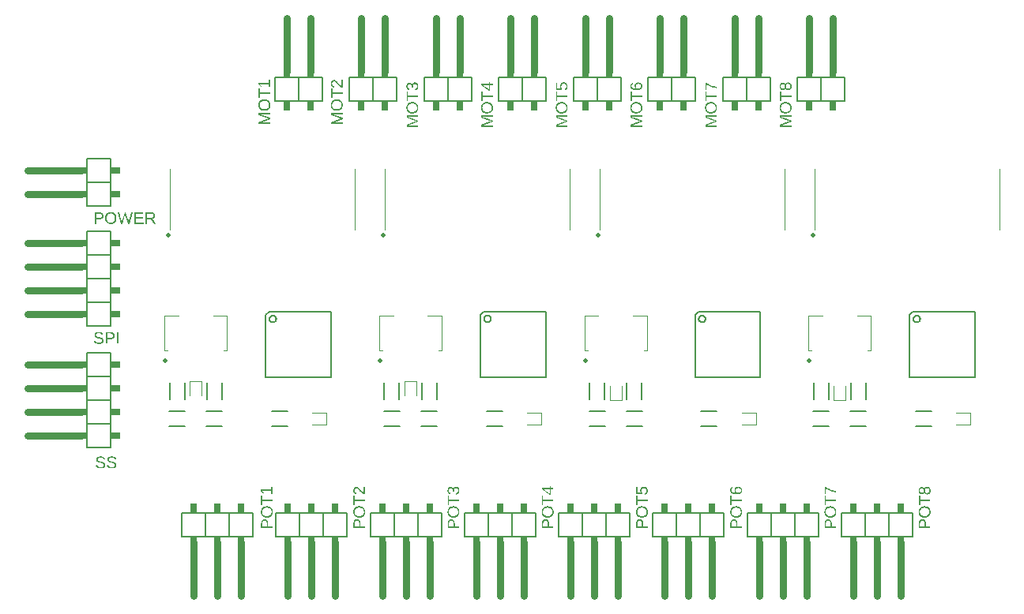
<source format=gbr>
G04 EAGLE Gerber RS-274X export*
G75*
%MOMM*%
%FSLAX34Y34*%
%LPD*%
%INSilkscreen Top*%
%IPPOS*%
%AMOC8*
5,1,8,0,0,1.08239X$1,22.5*%
G01*
G04 Define Apertures*
%ADD10C,0.152400*%
%ADD11C,0.762000*%
%ADD12R,0.508000X0.762000*%
%ADD13R,1.016000X0.762000*%
%ADD14R,0.762000X0.508000*%
%ADD15R,0.762000X1.016000*%
%ADD16C,0.500000*%
%ADD17C,0.120000*%
%ADD18C,0.127000*%
G36*
X25113Y210650D02*
X23440Y210650D01*
X23440Y222991D01*
X28634Y222991D01*
X29138Y222976D01*
X29613Y222930D01*
X30059Y222854D01*
X30475Y222748D01*
X30863Y222611D01*
X31221Y222444D01*
X31549Y222246D01*
X31848Y222019D01*
X32115Y221763D01*
X32347Y221483D01*
X32542Y221177D01*
X32702Y220847D01*
X32827Y220492D01*
X32916Y220112D01*
X32969Y219707D01*
X32987Y219277D01*
X32969Y218850D01*
X32916Y218446D01*
X32826Y218064D01*
X32701Y217705D01*
X32541Y217368D01*
X32344Y217054D01*
X32112Y216762D01*
X31844Y216492D01*
X31545Y216250D01*
X31221Y216040D01*
X30872Y215862D01*
X30496Y215717D01*
X30095Y215604D01*
X29669Y215523D01*
X29217Y215475D01*
X28739Y215458D01*
X25113Y215458D01*
X25113Y210650D01*
G37*
%LPC*%
G36*
X28503Y216781D02*
X28842Y216791D01*
X29160Y216820D01*
X29455Y216868D01*
X29729Y216936D01*
X29981Y217023D01*
X30211Y217130D01*
X30419Y217255D01*
X30605Y217401D01*
X30769Y217565D01*
X30911Y217749D01*
X31032Y217953D01*
X31130Y218175D01*
X31207Y218417D01*
X31262Y218679D01*
X31294Y218959D01*
X31305Y219260D01*
X31294Y219549D01*
X31260Y219820D01*
X31204Y220072D01*
X31126Y220306D01*
X31025Y220521D01*
X30901Y220717D01*
X30755Y220894D01*
X30587Y221053D01*
X30396Y221193D01*
X30183Y221314D01*
X29948Y221417D01*
X29689Y221501D01*
X29409Y221567D01*
X29106Y221613D01*
X28780Y221641D01*
X28433Y221651D01*
X25113Y221651D01*
X25113Y216781D01*
X28503Y216781D01*
G37*
%LPD*%
G36*
X16043Y210475D02*
X15494Y210487D01*
X14975Y210524D01*
X14485Y210585D01*
X14025Y210671D01*
X13595Y210781D01*
X13194Y210916D01*
X12822Y211075D01*
X12481Y211259D01*
X12169Y211467D01*
X11887Y211700D01*
X11634Y211957D01*
X11411Y212239D01*
X11217Y212545D01*
X11053Y212875D01*
X10919Y213231D01*
X10815Y213610D01*
X12435Y213934D01*
X12515Y213666D01*
X12614Y213415D01*
X12734Y213183D01*
X12873Y212970D01*
X13032Y212775D01*
X13210Y212599D01*
X13408Y212441D01*
X13626Y212301D01*
X13864Y212179D01*
X14123Y212073D01*
X14402Y211983D01*
X14701Y211910D01*
X15021Y211853D01*
X15362Y211812D01*
X15723Y211788D01*
X16105Y211780D01*
X16498Y211789D01*
X16869Y211815D01*
X17216Y211858D01*
X17540Y211919D01*
X17841Y211997D01*
X18119Y212093D01*
X18374Y212206D01*
X18605Y212336D01*
X18812Y212483D01*
X18990Y212647D01*
X19142Y212826D01*
X19265Y213022D01*
X19362Y213235D01*
X19430Y213463D01*
X19472Y213708D01*
X19486Y213969D01*
X19468Y214257D01*
X19417Y214517D01*
X19330Y214748D01*
X19210Y214950D01*
X19058Y215131D01*
X18878Y215294D01*
X18670Y215441D01*
X18434Y215572D01*
X18173Y215690D01*
X17887Y215798D01*
X17577Y215896D01*
X17243Y215984D01*
X15711Y216343D01*
X15023Y216505D01*
X14424Y216667D01*
X13913Y216829D01*
X13490Y216991D01*
X13131Y217158D01*
X12813Y217334D01*
X12534Y217519D01*
X12295Y217714D01*
X12089Y217922D01*
X11908Y218146D01*
X11754Y218388D01*
X11625Y218647D01*
X11523Y218924D01*
X11451Y219220D01*
X11407Y219537D01*
X11393Y219873D01*
X11412Y220258D01*
X11468Y220620D01*
X11563Y220959D01*
X11696Y221276D01*
X11866Y221570D01*
X12075Y221842D01*
X12321Y222090D01*
X12606Y222316D01*
X12925Y222518D01*
X13278Y222692D01*
X13663Y222839D01*
X14080Y222960D01*
X14531Y223054D01*
X15014Y223121D01*
X15530Y223161D01*
X16078Y223175D01*
X16588Y223165D01*
X17068Y223134D01*
X17516Y223084D01*
X17933Y223014D01*
X18319Y222923D01*
X18675Y222813D01*
X18999Y222682D01*
X19293Y222531D01*
X19560Y222356D01*
X19807Y222152D01*
X20033Y221921D01*
X20239Y221661D01*
X20423Y221372D01*
X20587Y221055D01*
X20730Y220710D01*
X20852Y220337D01*
X19205Y220048D01*
X19130Y220285D01*
X19039Y220505D01*
X18933Y220708D01*
X18811Y220894D01*
X18674Y221064D01*
X18522Y221216D01*
X18355Y221352D01*
X18172Y221471D01*
X17972Y221575D01*
X17754Y221665D01*
X17518Y221741D01*
X17263Y221803D01*
X16990Y221851D01*
X16699Y221886D01*
X16389Y221907D01*
X16061Y221913D01*
X15702Y221906D01*
X15365Y221883D01*
X15049Y221845D01*
X14756Y221791D01*
X14484Y221722D01*
X14235Y221638D01*
X14007Y221538D01*
X13801Y221423D01*
X13619Y221293D01*
X13460Y221148D01*
X13326Y220987D01*
X13217Y220812D01*
X13131Y220622D01*
X13070Y220416D01*
X13034Y220196D01*
X13022Y219960D01*
X13041Y219688D01*
X13097Y219440D01*
X13192Y219217D01*
X13324Y219019D01*
X13492Y218840D01*
X13693Y218675D01*
X13927Y218524D01*
X14195Y218388D01*
X14551Y218252D01*
X15047Y218100D01*
X15685Y217934D01*
X16464Y217753D01*
X17598Y217486D01*
X18151Y217337D01*
X18680Y217162D01*
X19180Y216957D01*
X19648Y216720D01*
X19866Y216586D01*
X20069Y216437D01*
X20258Y216275D01*
X20431Y216098D01*
X20589Y215906D01*
X20728Y215697D01*
X20849Y215472D01*
X20953Y215231D01*
X21035Y214970D01*
X21094Y214688D01*
X21129Y214383D01*
X21141Y214057D01*
X21120Y213642D01*
X21057Y213251D01*
X20953Y212885D01*
X20807Y212542D01*
X20619Y212223D01*
X20390Y211929D01*
X20118Y211658D01*
X19805Y211412D01*
X19454Y211192D01*
X19069Y211002D01*
X18650Y210841D01*
X18197Y210709D01*
X17710Y210607D01*
X17188Y210533D01*
X16633Y210490D01*
X16043Y210475D01*
G37*
G36*
X37266Y210650D02*
X35593Y210650D01*
X35593Y222991D01*
X37266Y222991D01*
X37266Y210650D01*
G37*
G36*
X193423Y460587D02*
X193058Y460593D01*
X192703Y460612D01*
X192358Y460644D01*
X192023Y460688D01*
X191699Y460745D01*
X191384Y460815D01*
X191080Y460897D01*
X190785Y460992D01*
X190501Y461100D01*
X190227Y461220D01*
X189963Y461353D01*
X189709Y461499D01*
X189231Y461828D01*
X188794Y462207D01*
X188403Y462632D01*
X188227Y462860D01*
X188064Y463097D01*
X187914Y463344D01*
X187777Y463601D01*
X187653Y463868D01*
X187542Y464145D01*
X187445Y464432D01*
X187360Y464729D01*
X187288Y465036D01*
X187230Y465352D01*
X187184Y465679D01*
X187151Y466015D01*
X187132Y466362D01*
X187125Y466718D01*
X187137Y467181D01*
X187172Y467628D01*
X187231Y468060D01*
X187313Y468476D01*
X187418Y468877D01*
X187547Y469262D01*
X187699Y469631D01*
X187874Y469985D01*
X188072Y470321D01*
X188291Y470636D01*
X188531Y470931D01*
X188793Y471206D01*
X189075Y471460D01*
X189379Y471694D01*
X189704Y471907D01*
X190051Y472100D01*
X190416Y472272D01*
X190797Y472420D01*
X191194Y472546D01*
X191607Y472649D01*
X192037Y472729D01*
X192483Y472786D01*
X192945Y472820D01*
X193423Y472832D01*
X193899Y472820D01*
X194360Y472785D01*
X194807Y472727D01*
X195238Y472647D01*
X195654Y472542D01*
X196055Y472415D01*
X196441Y472265D01*
X196812Y472091D01*
X197165Y471896D01*
X197497Y471681D01*
X197808Y471446D01*
X198098Y471190D01*
X198366Y470915D01*
X198614Y470619D01*
X198840Y470303D01*
X199046Y469967D01*
X199228Y469614D01*
X199387Y469244D01*
X199521Y468859D01*
X199630Y468459D01*
X199716Y468043D01*
X199776Y467611D01*
X199813Y467164D01*
X199825Y466701D01*
X199813Y466234D01*
X199777Y465783D01*
X199717Y465348D01*
X199633Y464930D01*
X199524Y464528D01*
X199392Y464143D01*
X199235Y463773D01*
X199054Y463420D01*
X198851Y463086D01*
X198626Y462772D01*
X198380Y462478D01*
X198112Y462204D01*
X197822Y461951D01*
X197512Y461718D01*
X197179Y461506D01*
X196825Y461314D01*
X196453Y461144D01*
X196066Y460996D01*
X195663Y460871D01*
X195246Y460769D01*
X194813Y460689D01*
X194365Y460633D01*
X193901Y460598D01*
X193423Y460587D01*
G37*
%LPC*%
G36*
X193423Y462286D02*
X193988Y462305D01*
X194523Y462359D01*
X195029Y462451D01*
X195504Y462579D01*
X195949Y462743D01*
X196365Y462944D01*
X196750Y463181D01*
X197106Y463456D01*
X197425Y463762D01*
X197702Y464097D01*
X197936Y464460D01*
X198127Y464851D01*
X198276Y465271D01*
X198383Y465719D01*
X198446Y466196D01*
X198468Y466701D01*
X198447Y467219D01*
X198385Y467707D01*
X198282Y468164D01*
X198138Y468589D01*
X197953Y468984D01*
X197726Y469347D01*
X197458Y469679D01*
X197149Y469981D01*
X196803Y470249D01*
X196422Y470481D01*
X196008Y470677D01*
X195559Y470838D01*
X195076Y470963D01*
X194559Y471052D01*
X194008Y471106D01*
X193423Y471124D01*
X192862Y471106D01*
X192333Y471052D01*
X191834Y470962D01*
X191367Y470836D01*
X190930Y470674D01*
X190524Y470476D01*
X190149Y470242D01*
X189805Y469972D01*
X189498Y469669D01*
X189231Y469337D01*
X189005Y468974D01*
X188820Y468583D01*
X188676Y468161D01*
X188574Y467710D01*
X188512Y467229D01*
X188492Y466718D01*
X188512Y466203D01*
X188573Y465718D01*
X188674Y465264D01*
X188816Y464839D01*
X188998Y464445D01*
X189221Y464081D01*
X189484Y463746D01*
X189788Y463442D01*
X190128Y463171D01*
X190501Y462937D01*
X190907Y462738D01*
X191345Y462575D01*
X191815Y462449D01*
X192319Y462358D01*
X192854Y462304D01*
X193423Y462286D01*
G37*
%LPD*%
G36*
X199650Y446271D02*
X187309Y446271D01*
X187309Y448470D01*
X195866Y451754D01*
X196402Y451926D01*
X196974Y452091D01*
X197828Y452306D01*
X197387Y452414D01*
X196764Y452599D01*
X196183Y452787D01*
X195866Y452902D01*
X187309Y456125D01*
X187309Y458271D01*
X199650Y458271D01*
X199650Y456764D01*
X191417Y456764D01*
X190077Y456784D01*
X188789Y456843D01*
X190186Y456436D01*
X190757Y456249D01*
X191242Y456072D01*
X199650Y452884D01*
X199650Y451710D01*
X191242Y448479D01*
X189753Y447988D01*
X188789Y447699D01*
X189762Y447725D01*
X191417Y447760D01*
X199650Y447760D01*
X199650Y446271D01*
G37*
G36*
X188676Y474078D02*
X187309Y474078D01*
X187309Y484220D01*
X188676Y484220D01*
X188676Y479981D01*
X199650Y479981D01*
X199650Y478317D01*
X188676Y478317D01*
X188676Y474078D01*
G37*
G36*
X199650Y486010D02*
X198310Y486010D01*
X198310Y489154D01*
X188816Y489154D01*
X190804Y486369D01*
X189315Y486369D01*
X187309Y489286D01*
X187309Y490740D01*
X198310Y490740D01*
X198310Y493744D01*
X199650Y493744D01*
X199650Y486010D01*
G37*
G36*
X271023Y460587D02*
X270658Y460593D01*
X270303Y460612D01*
X269958Y460644D01*
X269623Y460688D01*
X269299Y460745D01*
X268984Y460815D01*
X268680Y460897D01*
X268385Y460992D01*
X268101Y461100D01*
X267827Y461220D01*
X267563Y461353D01*
X267309Y461499D01*
X266831Y461828D01*
X266394Y462207D01*
X266003Y462632D01*
X265827Y462860D01*
X265664Y463097D01*
X265514Y463344D01*
X265377Y463601D01*
X265253Y463868D01*
X265142Y464145D01*
X265045Y464432D01*
X264960Y464729D01*
X264888Y465036D01*
X264830Y465352D01*
X264784Y465679D01*
X264751Y466015D01*
X264732Y466362D01*
X264725Y466718D01*
X264737Y467181D01*
X264772Y467628D01*
X264831Y468060D01*
X264913Y468476D01*
X265018Y468877D01*
X265147Y469262D01*
X265299Y469631D01*
X265474Y469985D01*
X265672Y470321D01*
X265891Y470636D01*
X266131Y470931D01*
X266393Y471206D01*
X266675Y471460D01*
X266979Y471694D01*
X267304Y471907D01*
X267651Y472100D01*
X268016Y472272D01*
X268397Y472420D01*
X268794Y472546D01*
X269207Y472649D01*
X269637Y472729D01*
X270083Y472786D01*
X270545Y472820D01*
X271023Y472832D01*
X271499Y472820D01*
X271960Y472785D01*
X272407Y472727D01*
X272838Y472647D01*
X273254Y472542D01*
X273655Y472415D01*
X274041Y472265D01*
X274412Y472091D01*
X274765Y471896D01*
X275097Y471681D01*
X275408Y471446D01*
X275698Y471190D01*
X275966Y470915D01*
X276214Y470619D01*
X276440Y470303D01*
X276646Y469967D01*
X276828Y469614D01*
X276987Y469244D01*
X277121Y468859D01*
X277230Y468459D01*
X277316Y468043D01*
X277376Y467611D01*
X277413Y467164D01*
X277425Y466701D01*
X277413Y466234D01*
X277377Y465783D01*
X277317Y465348D01*
X277233Y464930D01*
X277124Y464528D01*
X276992Y464143D01*
X276835Y463773D01*
X276654Y463420D01*
X276451Y463086D01*
X276226Y462772D01*
X275980Y462478D01*
X275712Y462204D01*
X275422Y461951D01*
X275112Y461718D01*
X274779Y461506D01*
X274425Y461314D01*
X274053Y461144D01*
X273666Y460996D01*
X273263Y460871D01*
X272846Y460769D01*
X272413Y460689D01*
X271965Y460633D01*
X271501Y460598D01*
X271023Y460587D01*
G37*
%LPC*%
G36*
X271023Y462286D02*
X271588Y462305D01*
X272123Y462359D01*
X272629Y462451D01*
X273104Y462579D01*
X273549Y462743D01*
X273965Y462944D01*
X274350Y463181D01*
X274706Y463456D01*
X275025Y463762D01*
X275302Y464097D01*
X275536Y464460D01*
X275727Y464851D01*
X275876Y465271D01*
X275983Y465719D01*
X276046Y466196D01*
X276068Y466701D01*
X276047Y467219D01*
X275985Y467707D01*
X275882Y468164D01*
X275738Y468589D01*
X275553Y468984D01*
X275326Y469347D01*
X275058Y469679D01*
X274749Y469981D01*
X274403Y470249D01*
X274022Y470481D01*
X273608Y470677D01*
X273159Y470838D01*
X272676Y470963D01*
X272159Y471052D01*
X271608Y471106D01*
X271023Y471124D01*
X270462Y471106D01*
X269933Y471052D01*
X269434Y470962D01*
X268967Y470836D01*
X268530Y470674D01*
X268124Y470476D01*
X267749Y470242D01*
X267405Y469972D01*
X267098Y469669D01*
X266831Y469337D01*
X266605Y468974D01*
X266420Y468583D01*
X266276Y468161D01*
X266174Y467710D01*
X266112Y467229D01*
X266092Y466718D01*
X266112Y466203D01*
X266173Y465718D01*
X266274Y465264D01*
X266416Y464839D01*
X266598Y464445D01*
X266821Y464081D01*
X267084Y463746D01*
X267388Y463442D01*
X267728Y463171D01*
X268101Y462937D01*
X268507Y462738D01*
X268945Y462575D01*
X269415Y462449D01*
X269919Y462358D01*
X270454Y462304D01*
X271023Y462286D01*
G37*
%LPD*%
G36*
X277250Y446271D02*
X264909Y446271D01*
X264909Y448470D01*
X273466Y451754D01*
X274002Y451926D01*
X274574Y452091D01*
X275428Y452306D01*
X274987Y452414D01*
X274364Y452599D01*
X273783Y452787D01*
X273466Y452902D01*
X264909Y456125D01*
X264909Y458271D01*
X277250Y458271D01*
X277250Y456764D01*
X269017Y456764D01*
X267677Y456784D01*
X266389Y456843D01*
X267786Y456436D01*
X268357Y456249D01*
X268842Y456072D01*
X277250Y452884D01*
X277250Y451710D01*
X268842Y448479D01*
X267353Y447988D01*
X266389Y447699D01*
X267362Y447725D01*
X269017Y447760D01*
X277250Y447760D01*
X277250Y446271D01*
G37*
G36*
X277250Y485546D02*
X276138Y485546D01*
X275640Y485782D01*
X275173Y486042D01*
X274736Y486327D01*
X274329Y486636D01*
X273946Y486962D01*
X273582Y487296D01*
X273237Y487639D01*
X272910Y487990D01*
X272298Y488696D01*
X271732Y489395D01*
X271189Y490058D01*
X270646Y490652D01*
X270371Y490919D01*
X270090Y491159D01*
X269802Y491372D01*
X269507Y491559D01*
X269200Y491710D01*
X268872Y491818D01*
X268525Y491883D01*
X268159Y491905D01*
X267912Y491895D01*
X267679Y491867D01*
X267461Y491821D01*
X267257Y491756D01*
X267067Y491672D01*
X266891Y491570D01*
X266729Y491449D01*
X266582Y491309D01*
X266451Y491153D01*
X266337Y490982D01*
X266241Y490797D01*
X266162Y490597D01*
X266100Y490383D01*
X266057Y490155D01*
X266030Y489911D01*
X266022Y489654D01*
X266030Y489407D01*
X266056Y489172D01*
X266099Y488948D01*
X266158Y488735D01*
X266235Y488533D01*
X266329Y488342D01*
X266441Y488163D01*
X266569Y487994D01*
X266713Y487839D01*
X266870Y487701D01*
X267042Y487580D01*
X267227Y487476D01*
X267426Y487389D01*
X267639Y487318D01*
X267866Y487264D01*
X268106Y487228D01*
X267957Y485616D01*
X267597Y485674D01*
X267255Y485760D01*
X266932Y485875D01*
X266628Y486018D01*
X266343Y486189D01*
X266077Y486389D01*
X265830Y486617D01*
X265601Y486873D01*
X265396Y487153D01*
X265218Y487452D01*
X265067Y487771D01*
X264944Y488109D01*
X264848Y488466D01*
X264780Y488843D01*
X264739Y489238D01*
X264725Y489654D01*
X264739Y490107D01*
X264780Y490533D01*
X264849Y490931D01*
X264945Y491304D01*
X265069Y491649D01*
X265220Y491967D01*
X265399Y492258D01*
X265606Y492522D01*
X265837Y492757D01*
X266092Y492961D01*
X266370Y493133D01*
X266671Y493274D01*
X266995Y493384D01*
X267342Y493462D01*
X267713Y493509D01*
X268106Y493525D01*
X268465Y493504D01*
X268822Y493443D01*
X269178Y493340D01*
X269534Y493196D01*
X269888Y493012D01*
X270243Y492788D01*
X270598Y492524D01*
X270953Y492220D01*
X271356Y491822D01*
X271857Y491276D01*
X272455Y490583D01*
X273151Y489741D01*
X273553Y489263D01*
X273934Y488837D01*
X274295Y488462D01*
X274636Y488138D01*
X274963Y487861D01*
X275285Y487626D01*
X275600Y487432D01*
X275910Y487280D01*
X275910Y493718D01*
X277250Y493718D01*
X277250Y485546D01*
G37*
G36*
X266276Y474078D02*
X264909Y474078D01*
X264909Y484220D01*
X266276Y484220D01*
X266276Y479981D01*
X277250Y479981D01*
X277250Y478317D01*
X266276Y478317D01*
X266276Y474078D01*
G37*
G36*
X196143Y24075D02*
X195778Y24081D01*
X195423Y24100D01*
X195078Y24132D01*
X194743Y24176D01*
X194419Y24233D01*
X194104Y24302D01*
X193800Y24385D01*
X193505Y24480D01*
X193221Y24587D01*
X192947Y24708D01*
X192683Y24840D01*
X192429Y24986D01*
X191951Y25315D01*
X191514Y25695D01*
X191123Y26120D01*
X190947Y26347D01*
X190784Y26584D01*
X190634Y26832D01*
X190497Y27089D01*
X190373Y27356D01*
X190262Y27633D01*
X190165Y27920D01*
X190080Y28216D01*
X190008Y28523D01*
X189950Y28840D01*
X189904Y29166D01*
X189871Y29503D01*
X189852Y29849D01*
X189845Y30206D01*
X189857Y30669D01*
X189892Y31116D01*
X189951Y31548D01*
X190033Y31964D01*
X190138Y32364D01*
X190267Y32749D01*
X190419Y33119D01*
X190594Y33472D01*
X190792Y33808D01*
X191011Y34124D01*
X191251Y34419D01*
X191513Y34693D01*
X191795Y34947D01*
X192099Y35181D01*
X192424Y35395D01*
X192771Y35588D01*
X193136Y35759D01*
X193517Y35908D01*
X193914Y36033D01*
X194327Y36136D01*
X194757Y36216D01*
X195203Y36273D01*
X195665Y36308D01*
X196143Y36319D01*
X196619Y36307D01*
X197080Y36273D01*
X197527Y36215D01*
X197958Y36134D01*
X198374Y36030D01*
X198775Y35903D01*
X199161Y35752D01*
X199532Y35579D01*
X199885Y35384D01*
X200217Y35169D01*
X200528Y34933D01*
X200818Y34678D01*
X201086Y34402D01*
X201334Y34107D01*
X201560Y33791D01*
X201766Y33455D01*
X201948Y33101D01*
X202107Y32732D01*
X202241Y32347D01*
X202350Y31946D01*
X202436Y31530D01*
X202496Y31098D01*
X202533Y30651D01*
X202545Y30188D01*
X202533Y29721D01*
X202497Y29270D01*
X202437Y28836D01*
X202353Y28418D01*
X202244Y28016D01*
X202112Y27630D01*
X201955Y27261D01*
X201774Y26908D01*
X201571Y26573D01*
X201346Y26259D01*
X201100Y25965D01*
X200832Y25692D01*
X200542Y25439D01*
X200232Y25206D01*
X199899Y24993D01*
X199545Y24802D01*
X199173Y24631D01*
X198786Y24483D01*
X198383Y24359D01*
X197966Y24256D01*
X197533Y24177D01*
X197085Y24120D01*
X196621Y24086D01*
X196143Y24075D01*
G37*
%LPC*%
G36*
X196143Y25774D02*
X196708Y25792D01*
X197243Y25847D01*
X197749Y25938D01*
X198224Y26066D01*
X198669Y26230D01*
X199085Y26431D01*
X199470Y26669D01*
X199826Y26943D01*
X200145Y27249D01*
X200422Y27584D01*
X200656Y27947D01*
X200847Y28339D01*
X200996Y28759D01*
X201103Y29207D01*
X201166Y29683D01*
X201188Y30188D01*
X201167Y30707D01*
X201105Y31194D01*
X201002Y31651D01*
X200858Y32077D01*
X200673Y32471D01*
X200446Y32834D01*
X200178Y33167D01*
X199869Y33468D01*
X199523Y33736D01*
X199142Y33968D01*
X198728Y34165D01*
X198279Y34325D01*
X197796Y34450D01*
X197279Y34540D01*
X196728Y34593D01*
X196143Y34611D01*
X195582Y34593D01*
X195053Y34539D01*
X194554Y34449D01*
X194087Y34323D01*
X193650Y34161D01*
X193244Y33963D01*
X192869Y33729D01*
X192525Y33459D01*
X192218Y33157D01*
X191951Y32824D01*
X191725Y32462D01*
X191540Y32070D01*
X191396Y31648D01*
X191294Y31197D01*
X191232Y30716D01*
X191212Y30206D01*
X191232Y29691D01*
X191293Y29206D01*
X191394Y28751D01*
X191536Y28327D01*
X191718Y27932D01*
X191941Y27568D01*
X192204Y27234D01*
X192508Y26930D01*
X192848Y26659D01*
X193221Y26424D01*
X193627Y26225D01*
X194065Y26063D01*
X194535Y25936D01*
X195039Y25846D01*
X195574Y25792D01*
X196143Y25774D01*
G37*
%LPD*%
G36*
X202370Y12728D02*
X190029Y12728D01*
X190029Y17922D01*
X190044Y18426D01*
X190090Y18901D01*
X190166Y19347D01*
X190272Y19763D01*
X190409Y20150D01*
X190576Y20508D01*
X190774Y20837D01*
X191001Y21136D01*
X191257Y21403D01*
X191537Y21634D01*
X191843Y21830D01*
X192173Y21990D01*
X192528Y22114D01*
X192908Y22203D01*
X193313Y22257D01*
X193743Y22274D01*
X194170Y22257D01*
X194574Y22203D01*
X194956Y22114D01*
X195315Y21989D01*
X195652Y21828D01*
X195966Y21632D01*
X196258Y21399D01*
X196528Y21132D01*
X196770Y20833D01*
X196980Y20509D01*
X197158Y20159D01*
X197303Y19784D01*
X197416Y19383D01*
X197497Y18956D01*
X197545Y18504D01*
X197562Y18027D01*
X197562Y14401D01*
X202370Y14401D01*
X202370Y12728D01*
G37*
%LPC*%
G36*
X196239Y14401D02*
X196239Y17790D01*
X196229Y18130D01*
X196200Y18447D01*
X196152Y18743D01*
X196084Y19016D01*
X195997Y19268D01*
X195890Y19498D01*
X195765Y19706D01*
X195619Y19892D01*
X195455Y20056D01*
X195271Y20199D01*
X195067Y20319D01*
X194845Y20418D01*
X194603Y20494D01*
X194341Y20549D01*
X194061Y20582D01*
X193760Y20593D01*
X193471Y20582D01*
X193200Y20548D01*
X192948Y20492D01*
X192714Y20413D01*
X192499Y20312D01*
X192303Y20189D01*
X192126Y20043D01*
X191967Y19875D01*
X191827Y19684D01*
X191706Y19471D01*
X191603Y19235D01*
X191519Y18977D01*
X191453Y18696D01*
X191407Y18393D01*
X191379Y18068D01*
X191369Y17720D01*
X191369Y14401D01*
X196239Y14401D01*
G37*
%LPD*%
G36*
X191396Y37565D02*
X190029Y37565D01*
X190029Y47708D01*
X191396Y47708D01*
X191396Y43469D01*
X202370Y43469D01*
X202370Y41805D01*
X191396Y41805D01*
X191396Y37565D01*
G37*
G36*
X202370Y49498D02*
X201030Y49498D01*
X201030Y52642D01*
X191536Y52642D01*
X193524Y49857D01*
X192035Y49857D01*
X190029Y52773D01*
X190029Y54227D01*
X201030Y54227D01*
X201030Y57231D01*
X202370Y57231D01*
X202370Y49498D01*
G37*
G36*
X28932Y339075D02*
X28465Y339087D01*
X28014Y339123D01*
X27580Y339183D01*
X27161Y339268D01*
X26760Y339376D01*
X26374Y339508D01*
X26005Y339665D01*
X25652Y339846D01*
X25317Y340049D01*
X25003Y340274D01*
X24709Y340520D01*
X24435Y340788D01*
X24182Y341078D01*
X23950Y341388D01*
X23737Y341721D01*
X23545Y342075D01*
X23375Y342447D01*
X23227Y342834D01*
X23102Y343237D01*
X23000Y343654D01*
X22921Y344087D01*
X22864Y344536D01*
X22830Y344999D01*
X22818Y345477D01*
X22825Y345842D01*
X22844Y346197D01*
X22875Y346542D01*
X22920Y346877D01*
X22977Y347201D01*
X23046Y347516D01*
X23128Y347820D01*
X23223Y348115D01*
X23331Y348399D01*
X23451Y348673D01*
X23584Y348937D01*
X23730Y349191D01*
X24059Y349669D01*
X24439Y350106D01*
X24864Y350497D01*
X25091Y350673D01*
X25328Y350836D01*
X25575Y350986D01*
X25832Y351123D01*
X26100Y351247D01*
X26376Y351358D01*
X26663Y351455D01*
X26960Y351540D01*
X27267Y351612D01*
X27584Y351670D01*
X27910Y351716D01*
X28247Y351749D01*
X28593Y351768D01*
X28949Y351775D01*
X29412Y351763D01*
X29860Y351728D01*
X30291Y351669D01*
X30708Y351588D01*
X31108Y351482D01*
X31493Y351353D01*
X31862Y351201D01*
X32216Y351026D01*
X32552Y350828D01*
X32867Y350609D01*
X33162Y350369D01*
X33437Y350107D01*
X33691Y349825D01*
X33925Y349521D01*
X34138Y349196D01*
X34331Y348849D01*
X34503Y348484D01*
X34651Y348103D01*
X34777Y347706D01*
X34880Y347293D01*
X34960Y346863D01*
X35017Y346417D01*
X35051Y345955D01*
X35063Y345477D01*
X35051Y345001D01*
X35017Y344540D01*
X34959Y344093D01*
X34878Y343662D01*
X34774Y343246D01*
X34646Y342845D01*
X34496Y342459D01*
X34323Y342088D01*
X34128Y341735D01*
X33912Y341403D01*
X33677Y341092D01*
X33422Y340802D01*
X33146Y340534D01*
X32850Y340286D01*
X32535Y340060D01*
X32199Y339854D01*
X31845Y339672D01*
X31476Y339513D01*
X31091Y339379D01*
X30690Y339270D01*
X30274Y339184D01*
X29842Y339124D01*
X29395Y339087D01*
X28932Y339075D01*
G37*
%LPC*%
G36*
X28932Y340432D02*
X29451Y340453D01*
X29938Y340515D01*
X30395Y340618D01*
X30820Y340762D01*
X31215Y340947D01*
X31578Y341174D01*
X31911Y341442D01*
X32212Y341751D01*
X32480Y342097D01*
X32712Y342478D01*
X32908Y342893D01*
X33069Y343341D01*
X33194Y343824D01*
X33283Y344341D01*
X33337Y344892D01*
X33355Y345477D01*
X33337Y346038D01*
X33283Y346567D01*
X33193Y347066D01*
X33067Y347533D01*
X32905Y347970D01*
X32707Y348376D01*
X32473Y348751D01*
X32203Y349095D01*
X31900Y349403D01*
X31568Y349669D01*
X31206Y349895D01*
X30814Y350080D01*
X30392Y350224D01*
X29941Y350326D01*
X29460Y350388D01*
X28949Y350408D01*
X28434Y350388D01*
X27950Y350327D01*
X27495Y350226D01*
X27071Y350084D01*
X26676Y349902D01*
X26312Y349679D01*
X25978Y349416D01*
X25674Y349112D01*
X25403Y348772D01*
X25168Y348399D01*
X24969Y347993D01*
X24807Y347555D01*
X24680Y347085D01*
X24590Y346581D01*
X24536Y346046D01*
X24517Y345477D01*
X24536Y344912D01*
X24591Y344377D01*
X24682Y343871D01*
X24810Y343396D01*
X24974Y342951D01*
X25175Y342535D01*
X25413Y342150D01*
X25687Y341794D01*
X25993Y341475D01*
X26328Y341199D01*
X26691Y340964D01*
X27083Y340773D01*
X27502Y340624D01*
X27951Y340518D01*
X28427Y340454D01*
X28932Y340432D01*
G37*
%LPD*%
G36*
X67957Y339250D02*
X66284Y339250D01*
X66284Y351591D01*
X72091Y351591D01*
X72597Y351576D01*
X73074Y351532D01*
X73521Y351460D01*
X73938Y351358D01*
X74325Y351226D01*
X74683Y351066D01*
X75011Y350877D01*
X75310Y350658D01*
X75575Y350413D01*
X75806Y350146D01*
X76001Y349856D01*
X76160Y349542D01*
X76284Y349206D01*
X76373Y348847D01*
X76426Y348466D01*
X76444Y348061D01*
X76431Y347724D01*
X76394Y347401D01*
X76331Y347091D01*
X76243Y346795D01*
X76131Y346513D01*
X75993Y346245D01*
X75830Y345990D01*
X75642Y345749D01*
X75433Y345525D01*
X75204Y345324D01*
X74956Y345143D01*
X74845Y345077D01*
X74689Y344985D01*
X74403Y344848D01*
X74098Y344732D01*
X73774Y344639D01*
X73431Y344566D01*
X74922Y342303D01*
X76934Y339250D01*
X75007Y339250D01*
X71802Y344374D01*
X67957Y344374D01*
X67957Y339250D01*
G37*
%LPC*%
G36*
X71995Y345696D02*
X72316Y345706D01*
X72618Y345735D01*
X72902Y345783D01*
X73167Y345851D01*
X73413Y345937D01*
X73641Y346044D01*
X73850Y346169D01*
X74040Y346314D01*
X74209Y346476D01*
X74356Y346653D01*
X74480Y346846D01*
X74582Y347055D01*
X74661Y347279D01*
X74717Y347518D01*
X74751Y347773D01*
X74762Y348044D01*
X74751Y348305D01*
X74716Y348550D01*
X74659Y348780D01*
X74579Y348993D01*
X74477Y349190D01*
X74351Y349371D01*
X74202Y349537D01*
X74031Y349686D01*
X73838Y349818D01*
X73625Y349933D01*
X73392Y350030D01*
X73139Y350110D01*
X72865Y350171D01*
X72572Y350215D01*
X72258Y350242D01*
X71924Y350251D01*
X67957Y350251D01*
X67957Y345696D01*
X71995Y345696D01*
G37*
%LPD*%
G36*
X13144Y339250D02*
X11471Y339250D01*
X11471Y351591D01*
X16665Y351591D01*
X17170Y351576D01*
X17645Y351530D01*
X18090Y351454D01*
X18507Y351348D01*
X18894Y351211D01*
X19252Y351044D01*
X19580Y350846D01*
X19880Y350619D01*
X20147Y350363D01*
X20378Y350083D01*
X20573Y349777D01*
X20734Y349447D01*
X20858Y349092D01*
X20947Y348712D01*
X21000Y348307D01*
X21018Y347877D01*
X21000Y347450D01*
X20947Y347046D01*
X20858Y346664D01*
X20733Y346305D01*
X20572Y345968D01*
X20375Y345654D01*
X20143Y345362D01*
X19875Y345092D01*
X19577Y344850D01*
X19253Y344640D01*
X18903Y344462D01*
X18528Y344317D01*
X18127Y344204D01*
X17700Y344123D01*
X17248Y344075D01*
X16770Y344058D01*
X13144Y344058D01*
X13144Y339250D01*
G37*
%LPC*%
G36*
X16534Y345381D02*
X16873Y345391D01*
X17191Y345420D01*
X17486Y345468D01*
X17760Y345536D01*
X18012Y345623D01*
X18242Y345730D01*
X18450Y345855D01*
X18636Y346001D01*
X18800Y346165D01*
X18942Y346349D01*
X19063Y346553D01*
X19161Y346775D01*
X19238Y347017D01*
X19293Y347279D01*
X19326Y347559D01*
X19337Y347860D01*
X19325Y348149D01*
X19292Y348420D01*
X19236Y348672D01*
X19157Y348906D01*
X19056Y349121D01*
X18933Y349317D01*
X18787Y349494D01*
X18618Y349653D01*
X18428Y349793D01*
X18214Y349914D01*
X17979Y350017D01*
X17721Y350101D01*
X17440Y350167D01*
X17137Y350213D01*
X16812Y350241D01*
X16464Y350251D01*
X13144Y350251D01*
X13144Y345381D01*
X16534Y345381D01*
G37*
%LPD*%
G36*
X41617Y339250D02*
X39620Y339250D01*
X35985Y351591D01*
X37728Y351591D01*
X39944Y343752D01*
X40323Y342259D01*
X40671Y340721D01*
X41157Y342823D01*
X41412Y343798D01*
X41903Y345585D01*
X43587Y351591D01*
X45190Y351591D01*
X47336Y343910D01*
X47774Y342171D01*
X48107Y340721D01*
X48186Y341028D01*
X48571Y342670D01*
X49261Y345218D01*
X51032Y351591D01*
X52775Y351591D01*
X49140Y339250D01*
X47143Y339250D01*
X45006Y347089D01*
X44748Y348116D01*
X44393Y349725D01*
X44008Y348026D01*
X43331Y345490D01*
X41617Y339250D01*
G37*
G36*
X64037Y339250D02*
X54315Y339250D01*
X54315Y351591D01*
X63678Y351591D01*
X63678Y350224D01*
X55988Y350224D01*
X55988Y346266D01*
X63153Y346266D01*
X63153Y344917D01*
X55988Y344917D01*
X55988Y340616D01*
X64037Y340616D01*
X64037Y339250D01*
G37*
G36*
X295077Y24075D02*
X294712Y24081D01*
X294357Y24100D01*
X294012Y24132D01*
X293677Y24176D01*
X293353Y24233D01*
X293038Y24302D01*
X292734Y24385D01*
X292439Y24480D01*
X292155Y24587D01*
X291881Y24708D01*
X291617Y24840D01*
X291363Y24986D01*
X290885Y25315D01*
X290448Y25695D01*
X290057Y26120D01*
X289881Y26347D01*
X289718Y26584D01*
X289568Y26832D01*
X289431Y27089D01*
X289307Y27356D01*
X289196Y27633D01*
X289099Y27920D01*
X289014Y28216D01*
X288942Y28523D01*
X288884Y28840D01*
X288838Y29166D01*
X288805Y29503D01*
X288786Y29849D01*
X288779Y30206D01*
X288791Y30669D01*
X288826Y31116D01*
X288885Y31548D01*
X288967Y31964D01*
X289072Y32364D01*
X289201Y32749D01*
X289353Y33119D01*
X289528Y33472D01*
X289726Y33808D01*
X289945Y34124D01*
X290185Y34419D01*
X290447Y34693D01*
X290729Y34947D01*
X291033Y35181D01*
X291358Y35395D01*
X291705Y35588D01*
X292070Y35759D01*
X292451Y35908D01*
X292848Y36033D01*
X293261Y36136D01*
X293691Y36216D01*
X294137Y36273D01*
X294599Y36308D01*
X295077Y36319D01*
X295553Y36307D01*
X296014Y36273D01*
X296461Y36215D01*
X296892Y36134D01*
X297308Y36030D01*
X297709Y35903D01*
X298095Y35752D01*
X298466Y35579D01*
X298819Y35384D01*
X299151Y35169D01*
X299462Y34933D01*
X299752Y34678D01*
X300020Y34402D01*
X300268Y34107D01*
X300494Y33791D01*
X300700Y33455D01*
X300882Y33101D01*
X301041Y32732D01*
X301175Y32347D01*
X301284Y31946D01*
X301370Y31530D01*
X301430Y31098D01*
X301467Y30651D01*
X301479Y30188D01*
X301467Y29721D01*
X301431Y29270D01*
X301371Y28836D01*
X301287Y28418D01*
X301178Y28016D01*
X301046Y27630D01*
X300889Y27261D01*
X300708Y26908D01*
X300505Y26573D01*
X300280Y26259D01*
X300034Y25965D01*
X299766Y25692D01*
X299476Y25439D01*
X299166Y25206D01*
X298833Y24993D01*
X298479Y24802D01*
X298107Y24631D01*
X297720Y24483D01*
X297317Y24359D01*
X296900Y24256D01*
X296467Y24177D01*
X296019Y24120D01*
X295555Y24086D01*
X295077Y24075D01*
G37*
%LPC*%
G36*
X295077Y25774D02*
X295642Y25792D01*
X296177Y25847D01*
X296683Y25938D01*
X297158Y26066D01*
X297603Y26230D01*
X298019Y26431D01*
X298404Y26669D01*
X298760Y26943D01*
X299079Y27249D01*
X299356Y27584D01*
X299590Y27947D01*
X299781Y28339D01*
X299930Y28759D01*
X300037Y29207D01*
X300100Y29683D01*
X300122Y30188D01*
X300101Y30707D01*
X300039Y31194D01*
X299936Y31651D01*
X299792Y32077D01*
X299607Y32471D01*
X299380Y32834D01*
X299112Y33167D01*
X298803Y33468D01*
X298457Y33736D01*
X298076Y33968D01*
X297662Y34165D01*
X297213Y34325D01*
X296730Y34450D01*
X296213Y34540D01*
X295662Y34593D01*
X295077Y34611D01*
X294516Y34593D01*
X293987Y34539D01*
X293488Y34449D01*
X293021Y34323D01*
X292584Y34161D01*
X292178Y33963D01*
X291803Y33729D01*
X291459Y33459D01*
X291152Y33157D01*
X290885Y32824D01*
X290659Y32462D01*
X290474Y32070D01*
X290330Y31648D01*
X290228Y31197D01*
X290166Y30716D01*
X290146Y30206D01*
X290166Y29691D01*
X290227Y29206D01*
X290328Y28751D01*
X290470Y28327D01*
X290652Y27932D01*
X290875Y27568D01*
X291138Y27234D01*
X291442Y26930D01*
X291782Y26659D01*
X292155Y26424D01*
X292561Y26225D01*
X292999Y26063D01*
X293469Y25936D01*
X293973Y25846D01*
X294508Y25792D01*
X295077Y25774D01*
G37*
%LPD*%
G36*
X301304Y12728D02*
X288963Y12728D01*
X288963Y17922D01*
X288978Y18426D01*
X289024Y18901D01*
X289100Y19347D01*
X289206Y19763D01*
X289343Y20150D01*
X289510Y20508D01*
X289708Y20837D01*
X289935Y21136D01*
X290191Y21403D01*
X290471Y21634D01*
X290777Y21830D01*
X291107Y21990D01*
X291462Y22114D01*
X291842Y22203D01*
X292247Y22257D01*
X292677Y22274D01*
X293104Y22257D01*
X293508Y22203D01*
X293890Y22114D01*
X294249Y21989D01*
X294586Y21828D01*
X294900Y21632D01*
X295192Y21399D01*
X295462Y21132D01*
X295704Y20833D01*
X295914Y20509D01*
X296092Y20159D01*
X296237Y19784D01*
X296350Y19383D01*
X296431Y18956D01*
X296479Y18504D01*
X296496Y18027D01*
X296496Y14401D01*
X301304Y14401D01*
X301304Y12728D01*
G37*
%LPC*%
G36*
X295173Y14401D02*
X295173Y17790D01*
X295163Y18130D01*
X295134Y18447D01*
X295086Y18743D01*
X295018Y19016D01*
X294931Y19268D01*
X294824Y19498D01*
X294699Y19706D01*
X294553Y19892D01*
X294389Y20056D01*
X294205Y20199D01*
X294001Y20319D01*
X293779Y20418D01*
X293537Y20494D01*
X293275Y20549D01*
X292995Y20582D01*
X292694Y20593D01*
X292405Y20582D01*
X292134Y20548D01*
X291882Y20492D01*
X291648Y20413D01*
X291433Y20312D01*
X291237Y20189D01*
X291060Y20043D01*
X290901Y19875D01*
X290761Y19684D01*
X290640Y19471D01*
X290537Y19235D01*
X290453Y18977D01*
X290387Y18696D01*
X290341Y18393D01*
X290313Y18068D01*
X290303Y17720D01*
X290303Y14401D01*
X295173Y14401D01*
G37*
%LPD*%
G36*
X301304Y49033D02*
X300192Y49033D01*
X299694Y49269D01*
X299227Y49529D01*
X298790Y49814D01*
X298383Y50124D01*
X298000Y50450D01*
X297636Y50784D01*
X297291Y51126D01*
X296964Y51477D01*
X296352Y52183D01*
X295786Y52883D01*
X295243Y53545D01*
X294700Y54140D01*
X294425Y54406D01*
X294144Y54647D01*
X293856Y54860D01*
X293561Y55046D01*
X293254Y55197D01*
X292926Y55306D01*
X292579Y55370D01*
X292213Y55392D01*
X291966Y55383D01*
X291733Y55355D01*
X291515Y55308D01*
X291311Y55243D01*
X291121Y55159D01*
X290945Y55057D01*
X290783Y54936D01*
X290636Y54797D01*
X290505Y54640D01*
X290391Y54470D01*
X290295Y54285D01*
X290216Y54085D01*
X290154Y53871D01*
X290111Y53642D01*
X290084Y53399D01*
X290076Y53141D01*
X290084Y52895D01*
X290110Y52660D01*
X290153Y52436D01*
X290212Y52223D01*
X290289Y52021D01*
X290383Y51830D01*
X290495Y51650D01*
X290623Y51481D01*
X290767Y51327D01*
X290924Y51189D01*
X291096Y51068D01*
X291281Y50964D01*
X291480Y50876D01*
X291693Y50806D01*
X291920Y50752D01*
X292160Y50715D01*
X292011Y49103D01*
X291651Y49161D01*
X291309Y49248D01*
X290986Y49362D01*
X290682Y49505D01*
X290397Y49677D01*
X290131Y49876D01*
X289884Y50104D01*
X289655Y50360D01*
X289450Y50640D01*
X289272Y50940D01*
X289121Y51258D01*
X288998Y51596D01*
X288902Y51954D01*
X288834Y52330D01*
X288793Y52726D01*
X288779Y53141D01*
X288793Y53594D01*
X288834Y54020D01*
X288903Y54419D01*
X288999Y54791D01*
X289123Y55136D01*
X289274Y55454D01*
X289453Y55745D01*
X289660Y56010D01*
X289891Y56245D01*
X290146Y56448D01*
X290424Y56621D01*
X290725Y56762D01*
X291049Y56871D01*
X291396Y56950D01*
X291767Y56997D01*
X292160Y57012D01*
X292519Y56992D01*
X292876Y56930D01*
X293232Y56828D01*
X293588Y56684D01*
X293942Y56500D01*
X294297Y56276D01*
X294652Y56011D01*
X295007Y55707D01*
X295410Y55309D01*
X295911Y54764D01*
X296509Y54070D01*
X297205Y53229D01*
X297607Y52751D01*
X297988Y52324D01*
X298349Y51949D01*
X298690Y51626D01*
X299017Y51349D01*
X299339Y51114D01*
X299654Y50920D01*
X299964Y50768D01*
X299964Y57205D01*
X301304Y57205D01*
X301304Y49033D01*
G37*
G36*
X290330Y37565D02*
X288963Y37565D01*
X288963Y47708D01*
X290330Y47708D01*
X290330Y43469D01*
X301304Y43469D01*
X301304Y41805D01*
X290330Y41805D01*
X290330Y37565D01*
G37*
G36*
X17943Y76975D02*
X17394Y76987D01*
X16875Y77024D01*
X16385Y77085D01*
X15925Y77171D01*
X15495Y77281D01*
X15094Y77416D01*
X14722Y77575D01*
X14381Y77759D01*
X14069Y77967D01*
X13787Y78200D01*
X13534Y78457D01*
X13311Y78739D01*
X13117Y79045D01*
X12953Y79375D01*
X12819Y79731D01*
X12715Y80110D01*
X14335Y80434D01*
X14415Y80166D01*
X14514Y79915D01*
X14634Y79683D01*
X14773Y79470D01*
X14932Y79275D01*
X15110Y79099D01*
X15308Y78941D01*
X15526Y78801D01*
X15764Y78679D01*
X16023Y78573D01*
X16302Y78483D01*
X16601Y78410D01*
X16921Y78353D01*
X17262Y78312D01*
X17623Y78288D01*
X18005Y78280D01*
X18398Y78289D01*
X18769Y78315D01*
X19116Y78358D01*
X19440Y78419D01*
X19741Y78497D01*
X20019Y78593D01*
X20274Y78706D01*
X20505Y78836D01*
X20712Y78983D01*
X20890Y79147D01*
X21042Y79326D01*
X21165Y79522D01*
X21262Y79735D01*
X21330Y79963D01*
X21372Y80208D01*
X21386Y80469D01*
X21368Y80757D01*
X21317Y81017D01*
X21230Y81248D01*
X21110Y81450D01*
X20958Y81631D01*
X20778Y81794D01*
X20570Y81941D01*
X20334Y82072D01*
X20073Y82190D01*
X19787Y82298D01*
X19477Y82396D01*
X19143Y82484D01*
X17611Y82843D01*
X16923Y83005D01*
X16324Y83167D01*
X15813Y83329D01*
X15390Y83491D01*
X15031Y83658D01*
X14713Y83834D01*
X14434Y84019D01*
X14195Y84214D01*
X13989Y84422D01*
X13808Y84646D01*
X13654Y84888D01*
X13525Y85147D01*
X13423Y85424D01*
X13351Y85720D01*
X13307Y86037D01*
X13293Y86373D01*
X13312Y86758D01*
X13368Y87120D01*
X13463Y87459D01*
X13596Y87776D01*
X13766Y88070D01*
X13975Y88342D01*
X14221Y88590D01*
X14506Y88816D01*
X14825Y89018D01*
X15178Y89192D01*
X15563Y89339D01*
X15980Y89460D01*
X16431Y89554D01*
X16914Y89621D01*
X17430Y89661D01*
X17978Y89675D01*
X18488Y89665D01*
X18968Y89634D01*
X19416Y89584D01*
X19833Y89514D01*
X20219Y89423D01*
X20575Y89313D01*
X20899Y89182D01*
X21193Y89031D01*
X21460Y88856D01*
X21707Y88652D01*
X21933Y88421D01*
X22139Y88161D01*
X22323Y87872D01*
X22487Y87555D01*
X22630Y87210D01*
X22752Y86837D01*
X21105Y86548D01*
X21030Y86785D01*
X20939Y87005D01*
X20833Y87208D01*
X20711Y87394D01*
X20574Y87564D01*
X20422Y87716D01*
X20255Y87852D01*
X20072Y87971D01*
X19872Y88075D01*
X19654Y88165D01*
X19418Y88241D01*
X19163Y88303D01*
X18890Y88351D01*
X18599Y88386D01*
X18289Y88407D01*
X17961Y88413D01*
X17602Y88406D01*
X17265Y88383D01*
X16949Y88345D01*
X16656Y88291D01*
X16384Y88222D01*
X16135Y88138D01*
X15907Y88038D01*
X15701Y87923D01*
X15519Y87793D01*
X15360Y87648D01*
X15226Y87487D01*
X15117Y87312D01*
X15031Y87122D01*
X14970Y86916D01*
X14934Y86696D01*
X14922Y86460D01*
X14941Y86188D01*
X14997Y85940D01*
X15092Y85717D01*
X15224Y85519D01*
X15392Y85340D01*
X15593Y85175D01*
X15827Y85024D01*
X16095Y84888D01*
X16451Y84752D01*
X16947Y84600D01*
X17585Y84434D01*
X18364Y84253D01*
X19498Y83986D01*
X20051Y83837D01*
X20580Y83662D01*
X21080Y83457D01*
X21548Y83220D01*
X21766Y83086D01*
X21969Y82937D01*
X22158Y82775D01*
X22331Y82598D01*
X22489Y82406D01*
X22628Y82197D01*
X22749Y81972D01*
X22853Y81731D01*
X22935Y81470D01*
X22994Y81188D01*
X23029Y80883D01*
X23041Y80557D01*
X23020Y80142D01*
X22957Y79751D01*
X22853Y79385D01*
X22707Y79042D01*
X22519Y78723D01*
X22290Y78429D01*
X22018Y78158D01*
X21705Y77912D01*
X21354Y77692D01*
X20969Y77502D01*
X20550Y77341D01*
X20097Y77209D01*
X19610Y77107D01*
X19088Y77033D01*
X18533Y76990D01*
X17943Y76975D01*
G37*
G36*
X29912Y76975D02*
X29363Y76987D01*
X28844Y77024D01*
X28354Y77085D01*
X27894Y77171D01*
X27463Y77281D01*
X27062Y77416D01*
X26691Y77575D01*
X26350Y77759D01*
X26038Y77967D01*
X25755Y78200D01*
X25503Y78457D01*
X25279Y78739D01*
X25086Y79045D01*
X24922Y79375D01*
X24788Y79731D01*
X24683Y80110D01*
X26304Y80434D01*
X26384Y80166D01*
X26483Y79915D01*
X26603Y79683D01*
X26742Y79470D01*
X26900Y79275D01*
X27079Y79099D01*
X27277Y78941D01*
X27495Y78801D01*
X27733Y78679D01*
X27991Y78573D01*
X28270Y78483D01*
X28570Y78410D01*
X28890Y78353D01*
X29231Y78312D01*
X29592Y78288D01*
X29973Y78280D01*
X30367Y78289D01*
X30737Y78315D01*
X31085Y78358D01*
X31409Y78419D01*
X31710Y78497D01*
X31988Y78593D01*
X32242Y78706D01*
X32474Y78836D01*
X32680Y78983D01*
X32859Y79147D01*
X33010Y79326D01*
X33134Y79522D01*
X33230Y79735D01*
X33299Y79963D01*
X33341Y80208D01*
X33354Y80469D01*
X33337Y80757D01*
X33285Y81017D01*
X33199Y81248D01*
X33078Y81450D01*
X32926Y81631D01*
X32747Y81794D01*
X32539Y81941D01*
X32303Y82072D01*
X32042Y82190D01*
X31756Y82298D01*
X31446Y82396D01*
X31112Y82484D01*
X29579Y82843D01*
X28892Y83005D01*
X28293Y83167D01*
X27782Y83329D01*
X27359Y83491D01*
X27000Y83658D01*
X26681Y83834D01*
X26402Y84019D01*
X26163Y84214D01*
X25957Y84422D01*
X25777Y84646D01*
X25622Y84888D01*
X25493Y85147D01*
X25392Y85424D01*
X25319Y85720D01*
X25276Y86037D01*
X25261Y86373D01*
X25280Y86758D01*
X25337Y87120D01*
X25432Y87459D01*
X25565Y87776D01*
X25735Y88070D01*
X25944Y88342D01*
X26190Y88590D01*
X26474Y88816D01*
X26794Y89018D01*
X27146Y89192D01*
X27531Y89339D01*
X27949Y89460D01*
X28400Y89554D01*
X28883Y89621D01*
X29399Y89661D01*
X29947Y89675D01*
X30457Y89665D01*
X30936Y89634D01*
X31385Y89584D01*
X31802Y89514D01*
X32188Y89423D01*
X32544Y89313D01*
X32868Y89182D01*
X33162Y89031D01*
X33429Y88856D01*
X33676Y88652D01*
X33902Y88421D01*
X34107Y88161D01*
X34292Y87872D01*
X34456Y87555D01*
X34599Y87210D01*
X34721Y86837D01*
X33074Y86548D01*
X32998Y86785D01*
X32908Y87005D01*
X32801Y87208D01*
X32680Y87394D01*
X32543Y87564D01*
X32391Y87716D01*
X32223Y87852D01*
X32040Y87971D01*
X31841Y88075D01*
X31623Y88165D01*
X31386Y88241D01*
X31132Y88303D01*
X30859Y88351D01*
X30567Y88386D01*
X30258Y88407D01*
X29930Y88413D01*
X29571Y88406D01*
X29233Y88383D01*
X28918Y88345D01*
X28625Y88291D01*
X28353Y88222D01*
X28104Y88138D01*
X27876Y88038D01*
X27670Y87923D01*
X27487Y87793D01*
X27329Y87648D01*
X27195Y87487D01*
X27085Y87312D01*
X27000Y87122D01*
X26939Y86916D01*
X26903Y86696D01*
X26890Y86460D01*
X26909Y86188D01*
X26966Y85940D01*
X27060Y85717D01*
X27193Y85519D01*
X27360Y85340D01*
X27562Y85175D01*
X27796Y85024D01*
X28064Y84888D01*
X28419Y84752D01*
X28916Y84600D01*
X29554Y84434D01*
X30333Y84253D01*
X31467Y83986D01*
X32020Y83837D01*
X32548Y83662D01*
X33049Y83457D01*
X33516Y83220D01*
X33734Y83086D01*
X33938Y82937D01*
X34126Y82775D01*
X34300Y82598D01*
X34458Y82406D01*
X34597Y82197D01*
X34718Y81972D01*
X34821Y81731D01*
X34904Y81470D01*
X34963Y81188D01*
X34998Y80883D01*
X35010Y80557D01*
X34989Y80142D01*
X34926Y79751D01*
X34822Y79385D01*
X34676Y79042D01*
X34488Y78723D01*
X34258Y78429D01*
X33987Y78158D01*
X33674Y77912D01*
X33323Y77692D01*
X32938Y77502D01*
X32519Y77341D01*
X32066Y77209D01*
X31578Y77107D01*
X31057Y77033D01*
X30502Y76990D01*
X29912Y76975D01*
G37*
G36*
X396052Y24075D02*
X395687Y24081D01*
X395332Y24100D01*
X394987Y24132D01*
X394652Y24176D01*
X394328Y24233D01*
X394013Y24302D01*
X393709Y24385D01*
X393414Y24480D01*
X393130Y24587D01*
X392856Y24708D01*
X392592Y24840D01*
X392338Y24986D01*
X391860Y25315D01*
X391423Y25695D01*
X391032Y26120D01*
X390856Y26347D01*
X390693Y26584D01*
X390543Y26832D01*
X390406Y27089D01*
X390282Y27356D01*
X390171Y27633D01*
X390074Y27920D01*
X389989Y28216D01*
X389917Y28523D01*
X389859Y28840D01*
X389813Y29166D01*
X389780Y29503D01*
X389761Y29849D01*
X389754Y30206D01*
X389766Y30669D01*
X389801Y31116D01*
X389860Y31548D01*
X389942Y31964D01*
X390047Y32364D01*
X390176Y32749D01*
X390328Y33119D01*
X390503Y33472D01*
X390701Y33808D01*
X390920Y34124D01*
X391160Y34419D01*
X391422Y34693D01*
X391704Y34947D01*
X392008Y35181D01*
X392333Y35395D01*
X392680Y35588D01*
X393045Y35759D01*
X393426Y35908D01*
X393823Y36033D01*
X394236Y36136D01*
X394666Y36216D01*
X395112Y36273D01*
X395574Y36308D01*
X396052Y36319D01*
X396528Y36307D01*
X396989Y36273D01*
X397436Y36215D01*
X397867Y36134D01*
X398283Y36030D01*
X398684Y35903D01*
X399070Y35752D01*
X399441Y35579D01*
X399794Y35384D01*
X400126Y35169D01*
X400437Y34933D01*
X400727Y34678D01*
X400995Y34402D01*
X401243Y34107D01*
X401469Y33791D01*
X401675Y33455D01*
X401857Y33101D01*
X402016Y32732D01*
X402150Y32347D01*
X402259Y31946D01*
X402345Y31530D01*
X402405Y31098D01*
X402442Y30651D01*
X402454Y30188D01*
X402442Y29721D01*
X402406Y29270D01*
X402346Y28836D01*
X402262Y28418D01*
X402153Y28016D01*
X402021Y27630D01*
X401864Y27261D01*
X401683Y26908D01*
X401480Y26573D01*
X401255Y26259D01*
X401009Y25965D01*
X400741Y25692D01*
X400451Y25439D01*
X400141Y25206D01*
X399808Y24993D01*
X399454Y24802D01*
X399082Y24631D01*
X398695Y24483D01*
X398292Y24359D01*
X397875Y24256D01*
X397442Y24177D01*
X396994Y24120D01*
X396530Y24086D01*
X396052Y24075D01*
G37*
%LPC*%
G36*
X396052Y25774D02*
X396617Y25792D01*
X397152Y25847D01*
X397658Y25938D01*
X398133Y26066D01*
X398578Y26230D01*
X398994Y26431D01*
X399379Y26669D01*
X399735Y26943D01*
X400054Y27249D01*
X400331Y27584D01*
X400565Y27947D01*
X400756Y28339D01*
X400905Y28759D01*
X401012Y29207D01*
X401075Y29683D01*
X401097Y30188D01*
X401076Y30707D01*
X401014Y31194D01*
X400911Y31651D01*
X400767Y32077D01*
X400582Y32471D01*
X400355Y32834D01*
X400087Y33167D01*
X399778Y33468D01*
X399432Y33736D01*
X399051Y33968D01*
X398637Y34165D01*
X398188Y34325D01*
X397705Y34450D01*
X397188Y34540D01*
X396637Y34593D01*
X396052Y34611D01*
X395491Y34593D01*
X394962Y34539D01*
X394463Y34449D01*
X393996Y34323D01*
X393559Y34161D01*
X393153Y33963D01*
X392778Y33729D01*
X392434Y33459D01*
X392127Y33157D01*
X391860Y32824D01*
X391634Y32462D01*
X391449Y32070D01*
X391305Y31648D01*
X391203Y31197D01*
X391141Y30716D01*
X391121Y30206D01*
X391141Y29691D01*
X391202Y29206D01*
X391303Y28751D01*
X391445Y28327D01*
X391627Y27932D01*
X391850Y27568D01*
X392113Y27234D01*
X392417Y26930D01*
X392757Y26659D01*
X393130Y26424D01*
X393536Y26225D01*
X393974Y26063D01*
X394444Y25936D01*
X394948Y25846D01*
X395483Y25792D01*
X396052Y25774D01*
G37*
%LPD*%
G36*
X402279Y12728D02*
X389938Y12728D01*
X389938Y17922D01*
X389953Y18426D01*
X389999Y18901D01*
X390075Y19347D01*
X390181Y19763D01*
X390318Y20150D01*
X390485Y20508D01*
X390683Y20837D01*
X390910Y21136D01*
X391166Y21403D01*
X391446Y21634D01*
X391752Y21830D01*
X392082Y21990D01*
X392437Y22114D01*
X392817Y22203D01*
X393222Y22257D01*
X393652Y22274D01*
X394079Y22257D01*
X394483Y22203D01*
X394865Y22114D01*
X395224Y21989D01*
X395561Y21828D01*
X395875Y21632D01*
X396167Y21399D01*
X396437Y21132D01*
X396679Y20833D01*
X396889Y20509D01*
X397067Y20159D01*
X397212Y19784D01*
X397325Y19383D01*
X397406Y18956D01*
X397454Y18504D01*
X397471Y18027D01*
X397471Y14401D01*
X402279Y14401D01*
X402279Y12728D01*
G37*
%LPC*%
G36*
X396148Y14401D02*
X396148Y17790D01*
X396138Y18130D01*
X396109Y18447D01*
X396061Y18743D01*
X395993Y19016D01*
X395906Y19268D01*
X395799Y19498D01*
X395674Y19706D01*
X395528Y19892D01*
X395364Y20056D01*
X395180Y20199D01*
X394976Y20319D01*
X394754Y20418D01*
X394512Y20494D01*
X394250Y20549D01*
X393970Y20582D01*
X393669Y20593D01*
X393380Y20582D01*
X393109Y20548D01*
X392857Y20492D01*
X392623Y20413D01*
X392408Y20312D01*
X392212Y20189D01*
X392035Y20043D01*
X391876Y19875D01*
X391736Y19684D01*
X391615Y19471D01*
X391512Y19235D01*
X391428Y18977D01*
X391362Y18696D01*
X391316Y18393D01*
X391288Y18068D01*
X391278Y17720D01*
X391278Y14401D01*
X396148Y14401D01*
G37*
%LPD*%
G36*
X399108Y48814D02*
X398960Y50444D01*
X399225Y50491D01*
X399473Y50554D01*
X399704Y50634D01*
X399918Y50730D01*
X400114Y50842D01*
X400294Y50969D01*
X400456Y51113D01*
X400602Y51273D01*
X400730Y51449D01*
X400841Y51642D01*
X400935Y51850D01*
X401012Y52074D01*
X401072Y52315D01*
X401115Y52571D01*
X401141Y52844D01*
X401149Y53132D01*
X401140Y53422D01*
X401113Y53696D01*
X401067Y53954D01*
X401002Y54195D01*
X400920Y54421D01*
X400819Y54631D01*
X400700Y54825D01*
X400562Y55002D01*
X400407Y55161D01*
X400233Y55299D01*
X400042Y55416D01*
X399833Y55511D01*
X399606Y55586D01*
X399362Y55639D01*
X399100Y55671D01*
X398819Y55681D01*
X398575Y55669D01*
X398343Y55633D01*
X398126Y55572D01*
X397923Y55487D01*
X397733Y55378D01*
X397557Y55245D01*
X397395Y55088D01*
X397247Y54906D01*
X397115Y54701D01*
X397000Y54475D01*
X396903Y54228D01*
X396824Y53959D01*
X396762Y53668D01*
X396718Y53357D01*
X396691Y53023D01*
X396682Y52668D01*
X396682Y51775D01*
X395316Y51775D01*
X395316Y52633D01*
X395307Y52948D01*
X395281Y53245D01*
X395237Y53523D01*
X395175Y53784D01*
X395095Y54026D01*
X394998Y54250D01*
X394883Y54456D01*
X394751Y54643D01*
X394603Y54811D01*
X394442Y54956D01*
X394266Y55078D01*
X394078Y55179D01*
X393876Y55257D01*
X393660Y55312D01*
X393431Y55346D01*
X393188Y55357D01*
X392947Y55348D01*
X392719Y55321D01*
X392504Y55275D01*
X392302Y55211D01*
X392113Y55130D01*
X391937Y55029D01*
X391774Y54911D01*
X391624Y54775D01*
X391490Y54620D01*
X391373Y54448D01*
X391275Y54258D01*
X391194Y54051D01*
X391131Y53826D01*
X391086Y53583D01*
X391060Y53323D01*
X391051Y53045D01*
X391059Y52790D01*
X391084Y52549D01*
X391126Y52319D01*
X391184Y52102D01*
X391259Y51898D01*
X391351Y51706D01*
X391460Y51526D01*
X391585Y51359D01*
X391725Y51206D01*
X391879Y51071D01*
X392047Y50952D01*
X392229Y50850D01*
X392424Y50764D01*
X392633Y50696D01*
X392855Y50645D01*
X393091Y50610D01*
X392969Y49025D01*
X392600Y49083D01*
X392253Y49169D01*
X391926Y49283D01*
X391620Y49426D01*
X391335Y49598D01*
X391070Y49797D01*
X390827Y50025D01*
X390604Y50281D01*
X390405Y50562D01*
X390232Y50861D01*
X390086Y51180D01*
X389967Y51518D01*
X389874Y51875D01*
X389807Y52251D01*
X389768Y52647D01*
X389754Y53062D01*
X389768Y53514D01*
X389808Y53939D01*
X389876Y54339D01*
X389970Y54712D01*
X390091Y55060D01*
X390240Y55382D01*
X390415Y55678D01*
X390617Y55948D01*
X390843Y56189D01*
X391091Y56398D01*
X391360Y56575D01*
X391649Y56720D01*
X391961Y56833D01*
X392293Y56913D01*
X392646Y56961D01*
X393021Y56977D01*
X393310Y56967D01*
X393585Y56936D01*
X393846Y56884D01*
X394093Y56812D01*
X394326Y56719D01*
X394546Y56605D01*
X394752Y56471D01*
X394944Y56316D01*
X395121Y56141D01*
X395284Y55948D01*
X395432Y55736D01*
X395565Y55505D01*
X395682Y55255D01*
X395785Y54987D01*
X395873Y54700D01*
X395947Y54394D01*
X395982Y54394D01*
X396029Y54730D01*
X396095Y55047D01*
X396182Y55345D01*
X396288Y55624D01*
X396414Y55884D01*
X396560Y56125D01*
X396725Y56346D01*
X396910Y56548D01*
X397111Y56729D01*
X397325Y56885D01*
X397551Y57018D01*
X397790Y57126D01*
X398042Y57211D01*
X398306Y57271D01*
X398583Y57307D01*
X398872Y57319D01*
X399287Y57302D01*
X399678Y57251D01*
X400045Y57166D01*
X400387Y57047D01*
X400706Y56895D01*
X401000Y56708D01*
X401271Y56487D01*
X401517Y56233D01*
X401737Y55947D01*
X401927Y55632D01*
X402088Y55288D01*
X402220Y54915D01*
X402322Y54513D01*
X402396Y54082D01*
X402440Y53621D01*
X402454Y53132D01*
X402441Y52676D01*
X402401Y52243D01*
X402335Y51833D01*
X402243Y51447D01*
X402124Y51085D01*
X401979Y50747D01*
X401807Y50432D01*
X401609Y50141D01*
X401385Y49876D01*
X401136Y49640D01*
X400861Y49431D01*
X400561Y49251D01*
X400236Y49100D01*
X399885Y48976D01*
X399510Y48881D01*
X399108Y48814D01*
G37*
G36*
X391305Y37565D02*
X389938Y37565D01*
X389938Y47708D01*
X391305Y47708D01*
X391305Y43469D01*
X402279Y43469D01*
X402279Y41805D01*
X391305Y41805D01*
X391305Y37565D01*
G37*
G36*
X352023Y457687D02*
X351658Y457693D01*
X351303Y457712D01*
X350958Y457744D01*
X350623Y457788D01*
X350299Y457845D01*
X349984Y457915D01*
X349680Y457997D01*
X349385Y458092D01*
X349101Y458200D01*
X348827Y458320D01*
X348563Y458453D01*
X348309Y458599D01*
X347831Y458928D01*
X347394Y459307D01*
X347003Y459732D01*
X346827Y459960D01*
X346664Y460197D01*
X346514Y460444D01*
X346377Y460701D01*
X346253Y460968D01*
X346142Y461245D01*
X346045Y461532D01*
X345960Y461829D01*
X345888Y462136D01*
X345830Y462452D01*
X345784Y462779D01*
X345751Y463115D01*
X345732Y463462D01*
X345725Y463818D01*
X345737Y464281D01*
X345772Y464728D01*
X345831Y465160D01*
X345913Y465576D01*
X346018Y465977D01*
X346147Y466362D01*
X346299Y466731D01*
X346474Y467085D01*
X346672Y467421D01*
X346891Y467736D01*
X347131Y468031D01*
X347393Y468306D01*
X347675Y468560D01*
X347979Y468794D01*
X348304Y469007D01*
X348651Y469200D01*
X349016Y469372D01*
X349397Y469520D01*
X349794Y469646D01*
X350207Y469749D01*
X350637Y469829D01*
X351083Y469886D01*
X351545Y469920D01*
X352023Y469932D01*
X352499Y469920D01*
X352960Y469885D01*
X353407Y469827D01*
X353838Y469747D01*
X354254Y469642D01*
X354655Y469515D01*
X355041Y469365D01*
X355412Y469191D01*
X355765Y468996D01*
X356097Y468781D01*
X356408Y468546D01*
X356698Y468290D01*
X356966Y468015D01*
X357214Y467719D01*
X357440Y467403D01*
X357646Y467067D01*
X357828Y466714D01*
X357987Y466344D01*
X358121Y465959D01*
X358230Y465559D01*
X358316Y465143D01*
X358376Y464711D01*
X358413Y464264D01*
X358425Y463801D01*
X358413Y463334D01*
X358377Y462883D01*
X358317Y462448D01*
X358233Y462030D01*
X358124Y461628D01*
X357992Y461243D01*
X357835Y460873D01*
X357654Y460520D01*
X357451Y460186D01*
X357226Y459872D01*
X356980Y459578D01*
X356712Y459304D01*
X356422Y459051D01*
X356112Y458818D01*
X355779Y458606D01*
X355425Y458414D01*
X355053Y458244D01*
X354666Y458096D01*
X354263Y457971D01*
X353846Y457869D01*
X353413Y457789D01*
X352965Y457733D01*
X352501Y457698D01*
X352023Y457687D01*
G37*
%LPC*%
G36*
X352023Y459386D02*
X352588Y459405D01*
X353123Y459459D01*
X353629Y459551D01*
X354104Y459679D01*
X354549Y459843D01*
X354965Y460044D01*
X355350Y460281D01*
X355706Y460556D01*
X356025Y460862D01*
X356302Y461197D01*
X356536Y461560D01*
X356727Y461951D01*
X356876Y462371D01*
X356983Y462819D01*
X357046Y463296D01*
X357068Y463801D01*
X357047Y464319D01*
X356985Y464807D01*
X356882Y465264D01*
X356738Y465689D01*
X356553Y466084D01*
X356326Y466447D01*
X356058Y466779D01*
X355749Y467081D01*
X355403Y467349D01*
X355022Y467581D01*
X354608Y467777D01*
X354159Y467938D01*
X353676Y468063D01*
X353159Y468152D01*
X352608Y468206D01*
X352023Y468224D01*
X351462Y468206D01*
X350933Y468152D01*
X350434Y468062D01*
X349967Y467936D01*
X349530Y467774D01*
X349124Y467576D01*
X348749Y467342D01*
X348405Y467072D01*
X348098Y466769D01*
X347831Y466437D01*
X347605Y466074D01*
X347420Y465683D01*
X347276Y465261D01*
X347174Y464810D01*
X347112Y464329D01*
X347092Y463818D01*
X347112Y463303D01*
X347173Y462818D01*
X347274Y462364D01*
X347416Y461939D01*
X347598Y461545D01*
X347821Y461181D01*
X348084Y460846D01*
X348388Y460542D01*
X348728Y460271D01*
X349101Y460037D01*
X349507Y459838D01*
X349945Y459675D01*
X350415Y459549D01*
X350919Y459458D01*
X351454Y459404D01*
X352023Y459386D01*
G37*
%LPD*%
G36*
X358250Y443371D02*
X345909Y443371D01*
X345909Y445570D01*
X354466Y448854D01*
X355002Y449026D01*
X355574Y449191D01*
X356428Y449406D01*
X355987Y449514D01*
X355364Y449699D01*
X354783Y449887D01*
X354466Y450002D01*
X345909Y453225D01*
X345909Y455371D01*
X358250Y455371D01*
X358250Y453864D01*
X350017Y453864D01*
X348677Y453884D01*
X347389Y453943D01*
X348786Y453536D01*
X349357Y453349D01*
X349842Y453172D01*
X358250Y449984D01*
X358250Y448810D01*
X349842Y445579D01*
X348353Y445088D01*
X347389Y444799D01*
X348362Y444825D01*
X350017Y444860D01*
X358250Y444860D01*
X358250Y443371D01*
G37*
G36*
X355079Y482427D02*
X354931Y484056D01*
X355196Y484103D01*
X355444Y484167D01*
X355675Y484247D01*
X355889Y484342D01*
X356085Y484454D01*
X356265Y484582D01*
X356427Y484726D01*
X356573Y484886D01*
X356701Y485062D01*
X356812Y485254D01*
X356906Y485462D01*
X356983Y485687D01*
X357043Y485927D01*
X357086Y486184D01*
X357112Y486456D01*
X357120Y486745D01*
X357111Y487035D01*
X357084Y487308D01*
X357038Y487566D01*
X356973Y487808D01*
X356891Y488034D01*
X356790Y488243D01*
X356671Y488437D01*
X356533Y488615D01*
X356378Y488774D01*
X356204Y488912D01*
X356013Y489028D01*
X355804Y489124D01*
X355577Y489198D01*
X355333Y489251D01*
X355071Y489283D01*
X354790Y489294D01*
X354546Y489282D01*
X354314Y489245D01*
X354097Y489185D01*
X353894Y489100D01*
X353704Y488991D01*
X353528Y488858D01*
X353366Y488700D01*
X353218Y488518D01*
X353086Y488314D01*
X352971Y488088D01*
X352874Y487840D01*
X352795Y487571D01*
X352733Y487281D01*
X352689Y486969D01*
X352662Y486636D01*
X352653Y486281D01*
X352653Y485387D01*
X351287Y485387D01*
X351287Y486246D01*
X351278Y486561D01*
X351252Y486857D01*
X351208Y487136D01*
X351146Y487396D01*
X351066Y487638D01*
X350969Y487862D01*
X350854Y488068D01*
X350722Y488256D01*
X350574Y488423D01*
X350413Y488568D01*
X350237Y488691D01*
X350049Y488791D01*
X349847Y488869D01*
X349631Y488925D01*
X349402Y488958D01*
X349159Y488970D01*
X348918Y488960D01*
X348690Y488933D01*
X348475Y488888D01*
X348273Y488824D01*
X348084Y488742D01*
X347908Y488642D01*
X347745Y488524D01*
X347595Y488387D01*
X347461Y488233D01*
X347344Y488061D01*
X347246Y487871D01*
X347165Y487663D01*
X347102Y487438D01*
X347057Y487196D01*
X347031Y486935D01*
X347022Y486657D01*
X347030Y486403D01*
X347055Y486161D01*
X347097Y485932D01*
X347155Y485715D01*
X347230Y485510D01*
X347322Y485318D01*
X347431Y485138D01*
X347556Y484971D01*
X347696Y484819D01*
X347850Y484683D01*
X348018Y484564D01*
X348200Y484462D01*
X348395Y484377D01*
X348604Y484309D01*
X348826Y484257D01*
X349062Y484222D01*
X348940Y482637D01*
X348571Y482695D01*
X348224Y482781D01*
X347897Y482896D01*
X347591Y483039D01*
X347306Y483210D01*
X347041Y483410D01*
X346798Y483638D01*
X346575Y483894D01*
X346376Y484174D01*
X346203Y484473D01*
X346057Y484792D01*
X345938Y485130D01*
X345845Y485487D01*
X345778Y485864D01*
X345739Y486260D01*
X345725Y486675D01*
X345739Y487126D01*
X345779Y487551D01*
X345847Y487951D01*
X345941Y488325D01*
X346062Y488673D01*
X346211Y488994D01*
X346386Y489291D01*
X346588Y489561D01*
X346814Y489802D01*
X347062Y490011D01*
X347331Y490188D01*
X347620Y490333D01*
X347932Y490445D01*
X348264Y490526D01*
X348617Y490574D01*
X348992Y490590D01*
X349281Y490580D01*
X349556Y490549D01*
X349817Y490497D01*
X350064Y490425D01*
X350297Y490332D01*
X350517Y490218D01*
X350723Y490084D01*
X350915Y489929D01*
X351092Y489754D01*
X351255Y489560D01*
X351403Y489348D01*
X351536Y489117D01*
X351653Y488868D01*
X351756Y488599D01*
X351844Y488312D01*
X351918Y488006D01*
X351953Y488006D01*
X352000Y488342D01*
X352066Y488660D01*
X352153Y488958D01*
X352259Y489237D01*
X352385Y489496D01*
X352531Y489737D01*
X352696Y489958D01*
X352881Y490161D01*
X353082Y490341D01*
X353296Y490498D01*
X353522Y490630D01*
X353761Y490739D01*
X354013Y490823D01*
X354277Y490883D01*
X354554Y490919D01*
X354843Y490931D01*
X355258Y490914D01*
X355649Y490864D01*
X356016Y490779D01*
X356358Y490660D01*
X356677Y490507D01*
X356971Y490321D01*
X357242Y490100D01*
X357488Y489845D01*
X357708Y489559D01*
X357898Y489244D01*
X358059Y488900D01*
X358191Y488527D01*
X358293Y488125D01*
X358367Y487694D01*
X358411Y487234D01*
X358425Y486745D01*
X358412Y486288D01*
X358372Y485855D01*
X358306Y485446D01*
X358214Y485060D01*
X358095Y484698D01*
X357950Y484360D01*
X357778Y484045D01*
X357580Y483754D01*
X357356Y483489D01*
X357107Y483252D01*
X356832Y483044D01*
X356532Y482864D01*
X356207Y482712D01*
X355856Y482589D01*
X355481Y482494D01*
X355079Y482427D01*
G37*
G36*
X347276Y471178D02*
X345909Y471178D01*
X345909Y481320D01*
X347276Y481320D01*
X347276Y477081D01*
X358250Y477081D01*
X358250Y475417D01*
X347276Y475417D01*
X347276Y471178D01*
G37*
G36*
X432023Y457687D02*
X431658Y457693D01*
X431303Y457712D01*
X430958Y457744D01*
X430623Y457788D01*
X430299Y457845D01*
X429984Y457915D01*
X429680Y457997D01*
X429385Y458092D01*
X429101Y458200D01*
X428827Y458320D01*
X428563Y458453D01*
X428309Y458599D01*
X427831Y458928D01*
X427394Y459307D01*
X427003Y459732D01*
X426827Y459960D01*
X426664Y460197D01*
X426514Y460444D01*
X426377Y460701D01*
X426253Y460968D01*
X426142Y461245D01*
X426045Y461532D01*
X425960Y461829D01*
X425888Y462136D01*
X425830Y462452D01*
X425784Y462779D01*
X425751Y463115D01*
X425732Y463462D01*
X425725Y463818D01*
X425737Y464281D01*
X425772Y464728D01*
X425831Y465160D01*
X425913Y465576D01*
X426018Y465977D01*
X426147Y466362D01*
X426299Y466731D01*
X426474Y467085D01*
X426672Y467421D01*
X426891Y467736D01*
X427131Y468031D01*
X427393Y468306D01*
X427675Y468560D01*
X427979Y468794D01*
X428304Y469007D01*
X428651Y469200D01*
X429016Y469372D01*
X429397Y469520D01*
X429794Y469646D01*
X430207Y469749D01*
X430637Y469829D01*
X431083Y469886D01*
X431545Y469920D01*
X432023Y469932D01*
X432499Y469920D01*
X432960Y469885D01*
X433407Y469827D01*
X433838Y469747D01*
X434254Y469642D01*
X434655Y469515D01*
X435041Y469365D01*
X435412Y469191D01*
X435765Y468996D01*
X436097Y468781D01*
X436408Y468546D01*
X436698Y468290D01*
X436966Y468015D01*
X437214Y467719D01*
X437440Y467403D01*
X437646Y467067D01*
X437828Y466714D01*
X437987Y466344D01*
X438121Y465959D01*
X438230Y465559D01*
X438316Y465143D01*
X438376Y464711D01*
X438413Y464264D01*
X438425Y463801D01*
X438413Y463334D01*
X438377Y462883D01*
X438317Y462448D01*
X438233Y462030D01*
X438124Y461628D01*
X437992Y461243D01*
X437835Y460873D01*
X437654Y460520D01*
X437451Y460186D01*
X437226Y459872D01*
X436980Y459578D01*
X436712Y459304D01*
X436422Y459051D01*
X436112Y458818D01*
X435779Y458606D01*
X435425Y458414D01*
X435053Y458244D01*
X434666Y458096D01*
X434263Y457971D01*
X433846Y457869D01*
X433413Y457789D01*
X432965Y457733D01*
X432501Y457698D01*
X432023Y457687D01*
G37*
%LPC*%
G36*
X432023Y459386D02*
X432588Y459405D01*
X433123Y459459D01*
X433629Y459551D01*
X434104Y459679D01*
X434549Y459843D01*
X434965Y460044D01*
X435350Y460281D01*
X435706Y460556D01*
X436025Y460862D01*
X436302Y461197D01*
X436536Y461560D01*
X436727Y461951D01*
X436876Y462371D01*
X436983Y462819D01*
X437046Y463296D01*
X437068Y463801D01*
X437047Y464319D01*
X436985Y464807D01*
X436882Y465264D01*
X436738Y465689D01*
X436553Y466084D01*
X436326Y466447D01*
X436058Y466779D01*
X435749Y467081D01*
X435403Y467349D01*
X435022Y467581D01*
X434608Y467777D01*
X434159Y467938D01*
X433676Y468063D01*
X433159Y468152D01*
X432608Y468206D01*
X432023Y468224D01*
X431462Y468206D01*
X430933Y468152D01*
X430434Y468062D01*
X429967Y467936D01*
X429530Y467774D01*
X429124Y467576D01*
X428749Y467342D01*
X428405Y467072D01*
X428098Y466769D01*
X427831Y466437D01*
X427605Y466074D01*
X427420Y465683D01*
X427276Y465261D01*
X427174Y464810D01*
X427112Y464329D01*
X427092Y463818D01*
X427112Y463303D01*
X427173Y462818D01*
X427274Y462364D01*
X427416Y461939D01*
X427598Y461545D01*
X427821Y461181D01*
X428084Y460846D01*
X428388Y460542D01*
X428728Y460271D01*
X429101Y460037D01*
X429507Y459838D01*
X429945Y459675D01*
X430415Y459549D01*
X430919Y459458D01*
X431454Y459404D01*
X432023Y459386D01*
G37*
%LPD*%
G36*
X438250Y443371D02*
X425909Y443371D01*
X425909Y445570D01*
X434466Y448854D01*
X435002Y449026D01*
X435574Y449191D01*
X436428Y449406D01*
X435987Y449514D01*
X435364Y449699D01*
X434783Y449887D01*
X434466Y450002D01*
X425909Y453225D01*
X425909Y455371D01*
X438250Y455371D01*
X438250Y453864D01*
X430017Y453864D01*
X428677Y453884D01*
X427389Y453943D01*
X428786Y453536D01*
X429357Y453349D01*
X429842Y453172D01*
X438250Y449984D01*
X438250Y448810D01*
X429842Y445579D01*
X428353Y445088D01*
X427389Y444799D01*
X428362Y444825D01*
X430017Y444860D01*
X438250Y444860D01*
X438250Y443371D01*
G37*
G36*
X435456Y482155D02*
X434230Y482155D01*
X425909Y487805D01*
X425909Y489460D01*
X434212Y489460D01*
X434212Y491194D01*
X435456Y491194D01*
X435456Y489460D01*
X438250Y489460D01*
X438250Y487971D01*
X435456Y487971D01*
X435456Y482155D01*
G37*
%LPC*%
G36*
X434212Y483609D02*
X434212Y487971D01*
X427687Y487971D01*
X428151Y487726D01*
X428729Y487384D01*
X433389Y484222D01*
X434037Y483749D01*
X434212Y483609D01*
G37*
%LPD*%
G36*
X427276Y471178D02*
X425909Y471178D01*
X425909Y481320D01*
X427276Y481320D01*
X427276Y477081D01*
X438250Y477081D01*
X438250Y475417D01*
X427276Y475417D01*
X427276Y471178D01*
G37*
G36*
X497026Y24075D02*
X496661Y24081D01*
X496306Y24100D01*
X495961Y24132D01*
X495626Y24176D01*
X495302Y24233D01*
X494987Y24302D01*
X494683Y24385D01*
X494388Y24480D01*
X494104Y24587D01*
X493830Y24708D01*
X493566Y24840D01*
X493312Y24986D01*
X492834Y25315D01*
X492397Y25695D01*
X492006Y26120D01*
X491830Y26347D01*
X491667Y26584D01*
X491517Y26832D01*
X491380Y27089D01*
X491256Y27356D01*
X491145Y27633D01*
X491048Y27920D01*
X490963Y28216D01*
X490891Y28523D01*
X490833Y28840D01*
X490787Y29166D01*
X490754Y29503D01*
X490735Y29849D01*
X490728Y30206D01*
X490740Y30669D01*
X490775Y31116D01*
X490834Y31548D01*
X490916Y31964D01*
X491021Y32364D01*
X491150Y32749D01*
X491302Y33119D01*
X491477Y33472D01*
X491675Y33808D01*
X491894Y34124D01*
X492134Y34419D01*
X492396Y34693D01*
X492678Y34947D01*
X492982Y35181D01*
X493307Y35395D01*
X493654Y35588D01*
X494019Y35759D01*
X494400Y35908D01*
X494797Y36033D01*
X495210Y36136D01*
X495640Y36216D01*
X496086Y36273D01*
X496548Y36308D01*
X497026Y36319D01*
X497502Y36307D01*
X497963Y36273D01*
X498410Y36215D01*
X498841Y36134D01*
X499257Y36030D01*
X499658Y35903D01*
X500044Y35752D01*
X500415Y35579D01*
X500768Y35384D01*
X501100Y35169D01*
X501411Y34933D01*
X501701Y34678D01*
X501969Y34402D01*
X502217Y34107D01*
X502443Y33791D01*
X502649Y33455D01*
X502831Y33101D01*
X502990Y32732D01*
X503124Y32347D01*
X503233Y31946D01*
X503319Y31530D01*
X503379Y31098D01*
X503416Y30651D01*
X503428Y30188D01*
X503416Y29721D01*
X503380Y29270D01*
X503320Y28836D01*
X503236Y28418D01*
X503127Y28016D01*
X502995Y27630D01*
X502838Y27261D01*
X502657Y26908D01*
X502454Y26573D01*
X502229Y26259D01*
X501983Y25965D01*
X501715Y25692D01*
X501425Y25439D01*
X501115Y25206D01*
X500782Y24993D01*
X500428Y24802D01*
X500056Y24631D01*
X499669Y24483D01*
X499266Y24359D01*
X498849Y24256D01*
X498416Y24177D01*
X497968Y24120D01*
X497504Y24086D01*
X497026Y24075D01*
G37*
%LPC*%
G36*
X497026Y25774D02*
X497591Y25792D01*
X498126Y25847D01*
X498632Y25938D01*
X499107Y26066D01*
X499552Y26230D01*
X499968Y26431D01*
X500353Y26669D01*
X500709Y26943D01*
X501028Y27249D01*
X501305Y27584D01*
X501539Y27947D01*
X501730Y28339D01*
X501879Y28759D01*
X501986Y29207D01*
X502049Y29683D01*
X502071Y30188D01*
X502050Y30707D01*
X501988Y31194D01*
X501885Y31651D01*
X501741Y32077D01*
X501556Y32471D01*
X501329Y32834D01*
X501061Y33167D01*
X500752Y33468D01*
X500406Y33736D01*
X500025Y33968D01*
X499611Y34165D01*
X499162Y34325D01*
X498679Y34450D01*
X498162Y34540D01*
X497611Y34593D01*
X497026Y34611D01*
X496465Y34593D01*
X495936Y34539D01*
X495437Y34449D01*
X494970Y34323D01*
X494533Y34161D01*
X494127Y33963D01*
X493752Y33729D01*
X493408Y33459D01*
X493101Y33157D01*
X492834Y32824D01*
X492608Y32462D01*
X492423Y32070D01*
X492279Y31648D01*
X492177Y31197D01*
X492115Y30716D01*
X492095Y30206D01*
X492115Y29691D01*
X492176Y29206D01*
X492277Y28751D01*
X492419Y28327D01*
X492601Y27932D01*
X492824Y27568D01*
X493087Y27234D01*
X493391Y26930D01*
X493731Y26659D01*
X494104Y26424D01*
X494510Y26225D01*
X494948Y26063D01*
X495418Y25936D01*
X495922Y25846D01*
X496457Y25792D01*
X497026Y25774D01*
G37*
%LPD*%
G36*
X503253Y12728D02*
X490912Y12728D01*
X490912Y17922D01*
X490927Y18426D01*
X490973Y18901D01*
X491049Y19347D01*
X491155Y19763D01*
X491292Y20150D01*
X491459Y20508D01*
X491657Y20837D01*
X491884Y21136D01*
X492140Y21403D01*
X492420Y21634D01*
X492726Y21830D01*
X493056Y21990D01*
X493411Y22114D01*
X493791Y22203D01*
X494196Y22257D01*
X494626Y22274D01*
X495053Y22257D01*
X495457Y22203D01*
X495839Y22114D01*
X496198Y21989D01*
X496535Y21828D01*
X496849Y21632D01*
X497141Y21399D01*
X497411Y21132D01*
X497653Y20833D01*
X497863Y20509D01*
X498041Y20159D01*
X498186Y19784D01*
X498299Y19383D01*
X498380Y18956D01*
X498428Y18504D01*
X498445Y18027D01*
X498445Y14401D01*
X503253Y14401D01*
X503253Y12728D01*
G37*
%LPC*%
G36*
X497122Y14401D02*
X497122Y17790D01*
X497112Y18130D01*
X497083Y18447D01*
X497035Y18743D01*
X496967Y19016D01*
X496880Y19268D01*
X496773Y19498D01*
X496648Y19706D01*
X496502Y19892D01*
X496338Y20056D01*
X496154Y20199D01*
X495950Y20319D01*
X495728Y20418D01*
X495486Y20494D01*
X495224Y20549D01*
X494944Y20582D01*
X494643Y20593D01*
X494354Y20582D01*
X494083Y20548D01*
X493831Y20492D01*
X493597Y20413D01*
X493382Y20312D01*
X493186Y20189D01*
X493009Y20043D01*
X492850Y19875D01*
X492710Y19684D01*
X492589Y19471D01*
X492486Y19235D01*
X492402Y18977D01*
X492336Y18696D01*
X492290Y18393D01*
X492262Y18068D01*
X492252Y17720D01*
X492252Y14401D01*
X497122Y14401D01*
G37*
%LPD*%
G36*
X500459Y48543D02*
X499233Y48543D01*
X490912Y54192D01*
X490912Y55848D01*
X499215Y55848D01*
X499215Y57582D01*
X500459Y57582D01*
X500459Y55848D01*
X503253Y55848D01*
X503253Y54359D01*
X500459Y54359D01*
X500459Y48543D01*
G37*
%LPC*%
G36*
X499215Y49997D02*
X499215Y54359D01*
X492690Y54359D01*
X493154Y54113D01*
X493732Y53772D01*
X498392Y50610D01*
X499040Y50137D01*
X499215Y49997D01*
G37*
%LPD*%
G36*
X492279Y37565D02*
X490912Y37565D01*
X490912Y47708D01*
X492279Y47708D01*
X492279Y43469D01*
X503253Y43469D01*
X503253Y41805D01*
X492279Y41805D01*
X492279Y37565D01*
G37*
G36*
X598000Y24075D02*
X597635Y24081D01*
X597280Y24100D01*
X596935Y24132D01*
X596600Y24176D01*
X596276Y24233D01*
X595961Y24302D01*
X595657Y24385D01*
X595362Y24480D01*
X595078Y24587D01*
X594804Y24708D01*
X594540Y24840D01*
X594286Y24986D01*
X593808Y25315D01*
X593371Y25695D01*
X592980Y26120D01*
X592804Y26347D01*
X592641Y26584D01*
X592491Y26832D01*
X592354Y27089D01*
X592230Y27356D01*
X592119Y27633D01*
X592022Y27920D01*
X591937Y28216D01*
X591865Y28523D01*
X591807Y28840D01*
X591761Y29166D01*
X591728Y29503D01*
X591709Y29849D01*
X591702Y30206D01*
X591714Y30669D01*
X591749Y31116D01*
X591808Y31548D01*
X591890Y31964D01*
X591995Y32364D01*
X592124Y32749D01*
X592276Y33119D01*
X592451Y33472D01*
X592649Y33808D01*
X592868Y34124D01*
X593108Y34419D01*
X593370Y34693D01*
X593652Y34947D01*
X593956Y35181D01*
X594281Y35395D01*
X594628Y35588D01*
X594993Y35759D01*
X595374Y35908D01*
X595771Y36033D01*
X596184Y36136D01*
X596614Y36216D01*
X597060Y36273D01*
X597522Y36308D01*
X598000Y36319D01*
X598476Y36307D01*
X598937Y36273D01*
X599384Y36215D01*
X599815Y36134D01*
X600231Y36030D01*
X600632Y35903D01*
X601018Y35752D01*
X601389Y35579D01*
X601742Y35384D01*
X602074Y35169D01*
X602385Y34933D01*
X602675Y34678D01*
X602943Y34402D01*
X603191Y34107D01*
X603417Y33791D01*
X603623Y33455D01*
X603805Y33101D01*
X603964Y32732D01*
X604098Y32347D01*
X604207Y31946D01*
X604293Y31530D01*
X604353Y31098D01*
X604390Y30651D01*
X604402Y30188D01*
X604390Y29721D01*
X604354Y29270D01*
X604294Y28836D01*
X604210Y28418D01*
X604101Y28016D01*
X603969Y27630D01*
X603812Y27261D01*
X603631Y26908D01*
X603428Y26573D01*
X603203Y26259D01*
X602957Y25965D01*
X602689Y25692D01*
X602399Y25439D01*
X602089Y25206D01*
X601756Y24993D01*
X601402Y24802D01*
X601030Y24631D01*
X600643Y24483D01*
X600240Y24359D01*
X599823Y24256D01*
X599390Y24177D01*
X598942Y24120D01*
X598478Y24086D01*
X598000Y24075D01*
G37*
%LPC*%
G36*
X598000Y25774D02*
X598565Y25792D01*
X599100Y25847D01*
X599606Y25938D01*
X600081Y26066D01*
X600526Y26230D01*
X600942Y26431D01*
X601327Y26669D01*
X601683Y26943D01*
X602002Y27249D01*
X602279Y27584D01*
X602513Y27947D01*
X602704Y28339D01*
X602853Y28759D01*
X602960Y29207D01*
X603023Y29683D01*
X603045Y30188D01*
X603024Y30707D01*
X602962Y31194D01*
X602859Y31651D01*
X602715Y32077D01*
X602530Y32471D01*
X602303Y32834D01*
X602035Y33167D01*
X601726Y33468D01*
X601380Y33736D01*
X600999Y33968D01*
X600585Y34165D01*
X600136Y34325D01*
X599653Y34450D01*
X599136Y34540D01*
X598585Y34593D01*
X598000Y34611D01*
X597439Y34593D01*
X596910Y34539D01*
X596411Y34449D01*
X595944Y34323D01*
X595507Y34161D01*
X595101Y33963D01*
X594726Y33729D01*
X594382Y33459D01*
X594075Y33157D01*
X593808Y32824D01*
X593582Y32462D01*
X593397Y32070D01*
X593253Y31648D01*
X593151Y31197D01*
X593089Y30716D01*
X593069Y30206D01*
X593089Y29691D01*
X593150Y29206D01*
X593251Y28751D01*
X593393Y28327D01*
X593575Y27932D01*
X593798Y27568D01*
X594061Y27234D01*
X594365Y26930D01*
X594705Y26659D01*
X595078Y26424D01*
X595484Y26225D01*
X595922Y26063D01*
X596392Y25936D01*
X596896Y25846D01*
X597431Y25792D01*
X598000Y25774D01*
G37*
%LPD*%
G36*
X604227Y12728D02*
X591886Y12728D01*
X591886Y17922D01*
X591901Y18426D01*
X591947Y18901D01*
X592023Y19347D01*
X592129Y19763D01*
X592266Y20150D01*
X592433Y20508D01*
X592631Y20837D01*
X592858Y21136D01*
X593114Y21403D01*
X593394Y21634D01*
X593700Y21830D01*
X594030Y21990D01*
X594385Y22114D01*
X594765Y22203D01*
X595170Y22257D01*
X595600Y22274D01*
X596027Y22257D01*
X596431Y22203D01*
X596813Y22114D01*
X597172Y21989D01*
X597509Y21828D01*
X597823Y21632D01*
X598115Y21399D01*
X598385Y21132D01*
X598627Y20833D01*
X598837Y20509D01*
X599015Y20159D01*
X599160Y19784D01*
X599273Y19383D01*
X599354Y18956D01*
X599402Y18504D01*
X599419Y18027D01*
X599419Y14401D01*
X604227Y14401D01*
X604227Y12728D01*
G37*
%LPC*%
G36*
X598096Y14401D02*
X598096Y17790D01*
X598086Y18130D01*
X598057Y18447D01*
X598009Y18743D01*
X597941Y19016D01*
X597854Y19268D01*
X597747Y19498D01*
X597622Y19706D01*
X597476Y19892D01*
X597312Y20056D01*
X597128Y20199D01*
X596924Y20319D01*
X596702Y20418D01*
X596460Y20494D01*
X596198Y20549D01*
X595918Y20582D01*
X595617Y20593D01*
X595328Y20582D01*
X595057Y20548D01*
X594805Y20492D01*
X594571Y20413D01*
X594356Y20312D01*
X594160Y20189D01*
X593983Y20043D01*
X593824Y19875D01*
X593684Y19684D01*
X593563Y19471D01*
X593460Y19235D01*
X593376Y18977D01*
X593310Y18696D01*
X593264Y18393D01*
X593236Y18068D01*
X593226Y17720D01*
X593226Y14401D01*
X598096Y14401D01*
G37*
%LPD*%
G36*
X601468Y48849D02*
X601284Y50444D01*
X601506Y50512D01*
X601713Y50593D01*
X601906Y50686D01*
X602085Y50791D01*
X602249Y50909D01*
X602400Y51038D01*
X602536Y51180D01*
X602657Y51335D01*
X602764Y51501D01*
X602857Y51680D01*
X602936Y51871D01*
X603000Y52074D01*
X603050Y52290D01*
X603086Y52518D01*
X603108Y52758D01*
X603115Y53010D01*
X603103Y53319D01*
X603067Y53610D01*
X603007Y53885D01*
X602923Y54142D01*
X602815Y54382D01*
X602684Y54604D01*
X602528Y54810D01*
X602348Y54998D01*
X602148Y55166D01*
X601929Y55312D01*
X601693Y55436D01*
X601439Y55537D01*
X601166Y55615D01*
X600876Y55671D01*
X600568Y55705D01*
X600242Y55716D01*
X599958Y55705D01*
X599687Y55671D01*
X599431Y55615D01*
X599189Y55536D01*
X598960Y55434D01*
X598746Y55310D01*
X598545Y55163D01*
X598359Y54994D01*
X598190Y54805D01*
X598045Y54601D01*
X597921Y54381D01*
X597820Y54145D01*
X597742Y53894D01*
X597685Y53626D01*
X597652Y53343D01*
X597641Y53045D01*
X597653Y52731D01*
X597691Y52427D01*
X597754Y52135D01*
X597842Y51854D01*
X597960Y51578D01*
X598114Y51302D01*
X598302Y51026D01*
X598525Y50750D01*
X598525Y49209D01*
X591886Y49620D01*
X591886Y56636D01*
X593226Y56636D01*
X593226Y51057D01*
X597141Y50820D01*
X596957Y51084D01*
X596797Y51364D01*
X596661Y51659D01*
X596550Y51970D01*
X596464Y52296D01*
X596402Y52638D01*
X596365Y52996D01*
X596353Y53369D01*
X596370Y53813D01*
X596420Y54233D01*
X596503Y54631D01*
X596620Y55006D01*
X596770Y55357D01*
X596954Y55685D01*
X597171Y55990D01*
X597422Y56272D01*
X597699Y56526D01*
X597996Y56746D01*
X598314Y56931D01*
X598652Y57084D01*
X599010Y57202D01*
X599389Y57286D01*
X599788Y57337D01*
X600207Y57354D01*
X600682Y57336D01*
X601131Y57281D01*
X601555Y57191D01*
X601952Y57064D01*
X602323Y56901D01*
X602669Y56701D01*
X602988Y56465D01*
X603281Y56193D01*
X603544Y55889D01*
X603772Y55557D01*
X603964Y55197D01*
X604122Y54809D01*
X604245Y54392D01*
X604332Y53948D01*
X604385Y53475D01*
X604402Y52975D01*
X604390Y52554D01*
X604355Y52154D01*
X604296Y51774D01*
X604214Y51416D01*
X604108Y51078D01*
X603979Y50761D01*
X603826Y50465D01*
X603649Y50190D01*
X603450Y49937D01*
X603230Y49708D01*
X602989Y49504D01*
X602727Y49325D01*
X602444Y49169D01*
X602140Y49038D01*
X601814Y48932D01*
X601468Y48849D01*
G37*
G36*
X593253Y37565D02*
X591886Y37565D01*
X591886Y47708D01*
X593253Y47708D01*
X593253Y43469D01*
X604227Y43469D01*
X604227Y41805D01*
X593253Y41805D01*
X593253Y37565D01*
G37*
G36*
X512023Y457687D02*
X511658Y457693D01*
X511303Y457712D01*
X510958Y457744D01*
X510623Y457788D01*
X510299Y457845D01*
X509984Y457915D01*
X509680Y457997D01*
X509385Y458092D01*
X509101Y458200D01*
X508827Y458320D01*
X508563Y458453D01*
X508309Y458599D01*
X507831Y458928D01*
X507394Y459307D01*
X507003Y459732D01*
X506827Y459960D01*
X506664Y460197D01*
X506514Y460444D01*
X506377Y460701D01*
X506253Y460968D01*
X506142Y461245D01*
X506045Y461532D01*
X505960Y461829D01*
X505888Y462136D01*
X505830Y462452D01*
X505784Y462779D01*
X505751Y463115D01*
X505732Y463462D01*
X505725Y463818D01*
X505737Y464281D01*
X505772Y464728D01*
X505831Y465160D01*
X505913Y465576D01*
X506018Y465977D01*
X506147Y466362D01*
X506299Y466731D01*
X506474Y467085D01*
X506672Y467421D01*
X506891Y467736D01*
X507131Y468031D01*
X507393Y468306D01*
X507675Y468560D01*
X507979Y468794D01*
X508304Y469007D01*
X508651Y469200D01*
X509016Y469372D01*
X509397Y469520D01*
X509794Y469646D01*
X510207Y469749D01*
X510637Y469829D01*
X511083Y469886D01*
X511545Y469920D01*
X512023Y469932D01*
X512499Y469920D01*
X512960Y469885D01*
X513407Y469827D01*
X513838Y469747D01*
X514254Y469642D01*
X514655Y469515D01*
X515041Y469365D01*
X515412Y469191D01*
X515765Y468996D01*
X516097Y468781D01*
X516408Y468546D01*
X516698Y468290D01*
X516966Y468015D01*
X517214Y467719D01*
X517440Y467403D01*
X517646Y467067D01*
X517828Y466714D01*
X517987Y466344D01*
X518121Y465959D01*
X518230Y465559D01*
X518316Y465143D01*
X518376Y464711D01*
X518413Y464264D01*
X518425Y463801D01*
X518413Y463334D01*
X518377Y462883D01*
X518317Y462448D01*
X518233Y462030D01*
X518124Y461628D01*
X517992Y461243D01*
X517835Y460873D01*
X517654Y460520D01*
X517451Y460186D01*
X517226Y459872D01*
X516980Y459578D01*
X516712Y459304D01*
X516422Y459051D01*
X516112Y458818D01*
X515779Y458606D01*
X515425Y458414D01*
X515053Y458244D01*
X514666Y458096D01*
X514263Y457971D01*
X513846Y457869D01*
X513413Y457789D01*
X512965Y457733D01*
X512501Y457698D01*
X512023Y457687D01*
G37*
%LPC*%
G36*
X512023Y459386D02*
X512588Y459405D01*
X513123Y459459D01*
X513629Y459551D01*
X514104Y459679D01*
X514549Y459843D01*
X514965Y460044D01*
X515350Y460281D01*
X515706Y460556D01*
X516025Y460862D01*
X516302Y461197D01*
X516536Y461560D01*
X516727Y461951D01*
X516876Y462371D01*
X516983Y462819D01*
X517046Y463296D01*
X517068Y463801D01*
X517047Y464319D01*
X516985Y464807D01*
X516882Y465264D01*
X516738Y465689D01*
X516553Y466084D01*
X516326Y466447D01*
X516058Y466779D01*
X515749Y467081D01*
X515403Y467349D01*
X515022Y467581D01*
X514608Y467777D01*
X514159Y467938D01*
X513676Y468063D01*
X513159Y468152D01*
X512608Y468206D01*
X512023Y468224D01*
X511462Y468206D01*
X510933Y468152D01*
X510434Y468062D01*
X509967Y467936D01*
X509530Y467774D01*
X509124Y467576D01*
X508749Y467342D01*
X508405Y467072D01*
X508098Y466769D01*
X507831Y466437D01*
X507605Y466074D01*
X507420Y465683D01*
X507276Y465261D01*
X507174Y464810D01*
X507112Y464329D01*
X507092Y463818D01*
X507112Y463303D01*
X507173Y462818D01*
X507274Y462364D01*
X507416Y461939D01*
X507598Y461545D01*
X507821Y461181D01*
X508084Y460846D01*
X508388Y460542D01*
X508728Y460271D01*
X509101Y460037D01*
X509507Y459838D01*
X509945Y459675D01*
X510415Y459549D01*
X510919Y459458D01*
X511454Y459404D01*
X512023Y459386D01*
G37*
%LPD*%
G36*
X518250Y443371D02*
X505909Y443371D01*
X505909Y445570D01*
X514466Y448854D01*
X515002Y449026D01*
X515574Y449191D01*
X516428Y449406D01*
X515987Y449514D01*
X515364Y449699D01*
X514783Y449887D01*
X514466Y450002D01*
X505909Y453225D01*
X505909Y455371D01*
X518250Y455371D01*
X518250Y453864D01*
X510017Y453864D01*
X508677Y453884D01*
X507389Y453943D01*
X508786Y453536D01*
X509357Y453349D01*
X509842Y453172D01*
X518250Y449984D01*
X518250Y448810D01*
X509842Y445579D01*
X508353Y445088D01*
X507389Y444799D01*
X508362Y444825D01*
X510017Y444860D01*
X518250Y444860D01*
X518250Y443371D01*
G37*
G36*
X515491Y482462D02*
X515307Y484056D01*
X515529Y484125D01*
X515736Y484205D01*
X515929Y484298D01*
X516108Y484404D01*
X516272Y484521D01*
X516423Y484651D01*
X516559Y484793D01*
X516680Y484947D01*
X516787Y485114D01*
X516880Y485292D01*
X516959Y485483D01*
X517023Y485687D01*
X517073Y485902D01*
X517109Y486130D01*
X517131Y486370D01*
X517138Y486622D01*
X517126Y486931D01*
X517090Y487223D01*
X517030Y487497D01*
X516946Y487754D01*
X516838Y487994D01*
X516707Y488217D01*
X516551Y488422D01*
X516371Y488610D01*
X516171Y488779D01*
X515952Y488925D01*
X515716Y489048D01*
X515462Y489149D01*
X515189Y489228D01*
X514899Y489284D01*
X514591Y489317D01*
X514265Y489329D01*
X513981Y489317D01*
X513710Y489283D01*
X513454Y489227D01*
X513212Y489148D01*
X512983Y489046D01*
X512769Y488922D01*
X512568Y488775D01*
X512382Y488606D01*
X512213Y488418D01*
X512068Y488213D01*
X511944Y487993D01*
X511843Y487758D01*
X511765Y487506D01*
X511708Y487239D01*
X511675Y486956D01*
X511664Y486657D01*
X511676Y486343D01*
X511714Y486040D01*
X511777Y485747D01*
X511865Y485466D01*
X511983Y485190D01*
X512137Y484914D01*
X512325Y484638D01*
X512548Y484363D01*
X512548Y482821D01*
X505909Y483233D01*
X505909Y490248D01*
X507249Y490248D01*
X507249Y484669D01*
X511164Y484433D01*
X510980Y484697D01*
X510820Y484976D01*
X510684Y485271D01*
X510573Y485582D01*
X510487Y485909D01*
X510425Y486251D01*
X510388Y486608D01*
X510376Y486981D01*
X510393Y487425D01*
X510443Y487846D01*
X510526Y488244D01*
X510643Y488618D01*
X510793Y488969D01*
X510977Y489298D01*
X511194Y489603D01*
X511445Y489885D01*
X511722Y490138D01*
X512019Y490358D01*
X512337Y490544D01*
X512675Y490696D01*
X513033Y490814D01*
X513412Y490899D01*
X513811Y490950D01*
X514230Y490966D01*
X514705Y490948D01*
X515154Y490894D01*
X515578Y490803D01*
X515975Y490676D01*
X516346Y490513D01*
X516692Y490314D01*
X517011Y490078D01*
X517304Y489806D01*
X517567Y489502D01*
X517795Y489170D01*
X517987Y488809D01*
X518145Y488421D01*
X518268Y488005D01*
X518355Y487560D01*
X518408Y487088D01*
X518425Y486587D01*
X518413Y486166D01*
X518378Y485766D01*
X518319Y485387D01*
X518237Y485028D01*
X518131Y484690D01*
X518002Y484374D01*
X517849Y484077D01*
X517672Y483802D01*
X517473Y483549D01*
X517253Y483321D01*
X517012Y483117D01*
X516750Y482937D01*
X516467Y482782D01*
X516163Y482651D01*
X515837Y482544D01*
X515491Y482462D01*
G37*
G36*
X507276Y471178D02*
X505909Y471178D01*
X505909Y481320D01*
X507276Y481320D01*
X507276Y477081D01*
X518250Y477081D01*
X518250Y475417D01*
X507276Y475417D01*
X507276Y471178D01*
G37*
G36*
X592023Y457687D02*
X591658Y457693D01*
X591303Y457712D01*
X590958Y457744D01*
X590623Y457788D01*
X590299Y457845D01*
X589984Y457915D01*
X589680Y457997D01*
X589385Y458092D01*
X589101Y458200D01*
X588827Y458320D01*
X588563Y458453D01*
X588309Y458599D01*
X587831Y458928D01*
X587394Y459307D01*
X587003Y459732D01*
X586827Y459960D01*
X586664Y460197D01*
X586514Y460444D01*
X586377Y460701D01*
X586253Y460968D01*
X586142Y461245D01*
X586045Y461532D01*
X585960Y461829D01*
X585888Y462136D01*
X585830Y462452D01*
X585784Y462779D01*
X585751Y463115D01*
X585732Y463462D01*
X585725Y463818D01*
X585737Y464281D01*
X585772Y464728D01*
X585831Y465160D01*
X585913Y465576D01*
X586018Y465977D01*
X586147Y466362D01*
X586299Y466731D01*
X586474Y467085D01*
X586672Y467421D01*
X586891Y467736D01*
X587131Y468031D01*
X587393Y468306D01*
X587675Y468560D01*
X587979Y468794D01*
X588304Y469007D01*
X588651Y469200D01*
X589016Y469372D01*
X589397Y469520D01*
X589794Y469646D01*
X590207Y469749D01*
X590637Y469829D01*
X591083Y469886D01*
X591545Y469920D01*
X592023Y469932D01*
X592499Y469920D01*
X592960Y469885D01*
X593407Y469827D01*
X593838Y469747D01*
X594254Y469642D01*
X594655Y469515D01*
X595041Y469365D01*
X595412Y469191D01*
X595765Y468996D01*
X596097Y468781D01*
X596408Y468546D01*
X596698Y468290D01*
X596966Y468015D01*
X597214Y467719D01*
X597440Y467403D01*
X597646Y467067D01*
X597828Y466714D01*
X597987Y466344D01*
X598121Y465959D01*
X598230Y465559D01*
X598316Y465143D01*
X598376Y464711D01*
X598413Y464264D01*
X598425Y463801D01*
X598413Y463334D01*
X598377Y462883D01*
X598317Y462448D01*
X598233Y462030D01*
X598124Y461628D01*
X597992Y461243D01*
X597835Y460873D01*
X597654Y460520D01*
X597451Y460186D01*
X597226Y459872D01*
X596980Y459578D01*
X596712Y459304D01*
X596422Y459051D01*
X596112Y458818D01*
X595779Y458606D01*
X595425Y458414D01*
X595053Y458244D01*
X594666Y458096D01*
X594263Y457971D01*
X593846Y457869D01*
X593413Y457789D01*
X592965Y457733D01*
X592501Y457698D01*
X592023Y457687D01*
G37*
%LPC*%
G36*
X592023Y459386D02*
X592588Y459405D01*
X593123Y459459D01*
X593629Y459551D01*
X594104Y459679D01*
X594549Y459843D01*
X594965Y460044D01*
X595350Y460281D01*
X595706Y460556D01*
X596025Y460862D01*
X596302Y461197D01*
X596536Y461560D01*
X596727Y461951D01*
X596876Y462371D01*
X596983Y462819D01*
X597046Y463296D01*
X597068Y463801D01*
X597047Y464319D01*
X596985Y464807D01*
X596882Y465264D01*
X596738Y465689D01*
X596553Y466084D01*
X596326Y466447D01*
X596058Y466779D01*
X595749Y467081D01*
X595403Y467349D01*
X595022Y467581D01*
X594608Y467777D01*
X594159Y467938D01*
X593676Y468063D01*
X593159Y468152D01*
X592608Y468206D01*
X592023Y468224D01*
X591462Y468206D01*
X590933Y468152D01*
X590434Y468062D01*
X589967Y467936D01*
X589530Y467774D01*
X589124Y467576D01*
X588749Y467342D01*
X588405Y467072D01*
X588098Y466769D01*
X587831Y466437D01*
X587605Y466074D01*
X587420Y465683D01*
X587276Y465261D01*
X587174Y464810D01*
X587112Y464329D01*
X587092Y463818D01*
X587112Y463303D01*
X587173Y462818D01*
X587274Y462364D01*
X587416Y461939D01*
X587598Y461545D01*
X587821Y461181D01*
X588084Y460846D01*
X588388Y460542D01*
X588728Y460271D01*
X589101Y460037D01*
X589507Y459838D01*
X589945Y459675D01*
X590415Y459549D01*
X590919Y459458D01*
X591454Y459404D01*
X592023Y459386D01*
G37*
%LPD*%
G36*
X592364Y482655D02*
X591586Y482673D01*
X590855Y482726D01*
X590169Y482816D01*
X589531Y482941D01*
X588939Y483103D01*
X588393Y483300D01*
X587894Y483533D01*
X587442Y483802D01*
X587040Y484104D01*
X586691Y484436D01*
X586396Y484799D01*
X586154Y485192D01*
X585967Y485616D01*
X585893Y485839D01*
X585833Y486070D01*
X585786Y486308D01*
X585752Y486554D01*
X585732Y486808D01*
X585725Y487069D01*
X585735Y487410D01*
X585765Y487735D01*
X585814Y488044D01*
X585882Y488337D01*
X585971Y488613D01*
X586079Y488874D01*
X586206Y489118D01*
X586354Y489346D01*
X586521Y489558D01*
X586707Y489754D01*
X586913Y489934D01*
X587139Y490097D01*
X587385Y490245D01*
X587650Y490376D01*
X587935Y490491D01*
X588239Y490590D01*
X588511Y489083D01*
X588157Y488950D01*
X587851Y488782D01*
X587593Y488580D01*
X587381Y488343D01*
X587216Y488072D01*
X587098Y487766D01*
X587028Y487426D01*
X587004Y487051D01*
X587024Y486724D01*
X587083Y486415D01*
X587181Y486125D01*
X587318Y485855D01*
X587495Y485603D01*
X587711Y485371D01*
X587966Y485157D01*
X588261Y484963D01*
X588593Y484789D01*
X588960Y484639D01*
X589362Y484512D01*
X589799Y484407D01*
X590272Y484326D01*
X590779Y484269D01*
X591322Y484234D01*
X591900Y484222D01*
X591525Y484459D01*
X591198Y484739D01*
X590919Y485063D01*
X590687Y485431D01*
X590505Y485835D01*
X590375Y486268D01*
X590330Y486494D01*
X590297Y486728D01*
X590277Y486970D01*
X590271Y487218D01*
X590288Y487634D01*
X590338Y488028D01*
X590421Y488400D01*
X590538Y488749D01*
X590688Y489077D01*
X590872Y489383D01*
X591089Y489667D01*
X591340Y489929D01*
X591618Y490164D01*
X591920Y490367D01*
X592244Y490540D01*
X592592Y490681D01*
X592963Y490790D01*
X593356Y490869D01*
X593773Y490916D01*
X594212Y490931D01*
X594688Y490915D01*
X595137Y490865D01*
X595561Y490782D01*
X595960Y490667D01*
X596332Y490517D01*
X596679Y490335D01*
X597000Y490120D01*
X597295Y489872D01*
X597560Y489594D01*
X597790Y489291D01*
X597984Y488964D01*
X598143Y488610D01*
X598266Y488232D01*
X598355Y487829D01*
X598408Y487400D01*
X598425Y486946D01*
X598419Y486690D01*
X598401Y486441D01*
X598328Y485965D01*
X598207Y485521D01*
X598038Y485107D01*
X597820Y484724D01*
X597553Y484371D01*
X597238Y484049D01*
X596875Y483758D01*
X596465Y483500D01*
X596012Y483275D01*
X595514Y483086D01*
X594972Y482931D01*
X594386Y482810D01*
X593756Y482724D01*
X593082Y482672D01*
X592364Y482655D01*
G37*
%LPC*%
G36*
X593906Y484380D02*
X594255Y484391D01*
X594587Y484424D01*
X594904Y484479D01*
X595204Y484556D01*
X595488Y484655D01*
X595757Y484777D01*
X596009Y484920D01*
X596244Y485085D01*
X596458Y485268D01*
X596643Y485463D01*
X596799Y485670D01*
X596927Y485890D01*
X597027Y486122D01*
X597098Y486367D01*
X597141Y486624D01*
X597155Y486894D01*
X597143Y487171D01*
X597107Y487432D01*
X597047Y487679D01*
X596964Y487910D01*
X596856Y488125D01*
X596724Y488326D01*
X596568Y488511D01*
X596389Y488681D01*
X596188Y488832D01*
X595970Y488964D01*
X595733Y489075D01*
X595479Y489167D01*
X595207Y489238D01*
X594917Y489288D01*
X594608Y489319D01*
X594282Y489329D01*
X593957Y489318D01*
X593651Y489288D01*
X593364Y489236D01*
X593096Y489164D01*
X592847Y489072D01*
X592617Y488959D01*
X592407Y488826D01*
X592215Y488672D01*
X592045Y488499D01*
X591897Y488311D01*
X591772Y488106D01*
X591670Y487886D01*
X591591Y487649D01*
X591534Y487396D01*
X591500Y487127D01*
X591488Y486841D01*
X591498Y486572D01*
X591529Y486316D01*
X591579Y486073D01*
X591649Y485844D01*
X591740Y485628D01*
X591851Y485425D01*
X591981Y485235D01*
X592132Y485059D01*
X592301Y484900D01*
X592484Y484762D01*
X592683Y484645D01*
X592897Y484550D01*
X593127Y484476D01*
X593371Y484422D01*
X593631Y484391D01*
X593906Y484380D01*
G37*
%LPD*%
G36*
X598250Y443371D02*
X585909Y443371D01*
X585909Y445570D01*
X594466Y448854D01*
X595002Y449026D01*
X595574Y449191D01*
X596428Y449406D01*
X595987Y449514D01*
X595364Y449699D01*
X594783Y449887D01*
X594466Y450002D01*
X585909Y453225D01*
X585909Y455371D01*
X598250Y455371D01*
X598250Y453864D01*
X590017Y453864D01*
X588677Y453884D01*
X587389Y453943D01*
X588786Y453536D01*
X589357Y453349D01*
X589842Y453172D01*
X598250Y449984D01*
X598250Y448810D01*
X589842Y445579D01*
X588353Y445088D01*
X587389Y444799D01*
X588362Y444825D01*
X590017Y444860D01*
X598250Y444860D01*
X598250Y443371D01*
G37*
G36*
X587276Y471178D02*
X585909Y471178D01*
X585909Y481320D01*
X587276Y481320D01*
X587276Y477081D01*
X598250Y477081D01*
X598250Y475417D01*
X587276Y475417D01*
X587276Y471178D01*
G37*
G36*
X698974Y24075D02*
X698609Y24081D01*
X698254Y24100D01*
X697909Y24132D01*
X697574Y24176D01*
X697250Y24233D01*
X696935Y24302D01*
X696631Y24385D01*
X696336Y24480D01*
X696052Y24587D01*
X695778Y24708D01*
X695514Y24840D01*
X695260Y24986D01*
X694782Y25315D01*
X694345Y25695D01*
X693954Y26120D01*
X693778Y26347D01*
X693615Y26584D01*
X693465Y26832D01*
X693328Y27089D01*
X693204Y27356D01*
X693093Y27633D01*
X692996Y27920D01*
X692911Y28216D01*
X692839Y28523D01*
X692781Y28840D01*
X692735Y29166D01*
X692702Y29503D01*
X692683Y29849D01*
X692676Y30206D01*
X692688Y30669D01*
X692723Y31116D01*
X692782Y31548D01*
X692864Y31964D01*
X692969Y32364D01*
X693098Y32749D01*
X693250Y33119D01*
X693425Y33472D01*
X693623Y33808D01*
X693842Y34124D01*
X694082Y34419D01*
X694344Y34693D01*
X694626Y34947D01*
X694930Y35181D01*
X695255Y35395D01*
X695602Y35588D01*
X695967Y35759D01*
X696348Y35908D01*
X696745Y36033D01*
X697158Y36136D01*
X697588Y36216D01*
X698034Y36273D01*
X698496Y36308D01*
X698974Y36319D01*
X699450Y36307D01*
X699911Y36273D01*
X700358Y36215D01*
X700789Y36134D01*
X701205Y36030D01*
X701606Y35903D01*
X701992Y35752D01*
X702363Y35579D01*
X702716Y35384D01*
X703048Y35169D01*
X703359Y34933D01*
X703649Y34678D01*
X703917Y34402D01*
X704165Y34107D01*
X704391Y33791D01*
X704597Y33455D01*
X704779Y33101D01*
X704938Y32732D01*
X705072Y32347D01*
X705181Y31946D01*
X705267Y31530D01*
X705327Y31098D01*
X705364Y30651D01*
X705376Y30188D01*
X705364Y29721D01*
X705328Y29270D01*
X705268Y28836D01*
X705184Y28418D01*
X705075Y28016D01*
X704943Y27630D01*
X704786Y27261D01*
X704605Y26908D01*
X704402Y26573D01*
X704177Y26259D01*
X703931Y25965D01*
X703663Y25692D01*
X703373Y25439D01*
X703063Y25206D01*
X702730Y24993D01*
X702376Y24802D01*
X702004Y24631D01*
X701617Y24483D01*
X701214Y24359D01*
X700797Y24256D01*
X700364Y24177D01*
X699916Y24120D01*
X699452Y24086D01*
X698974Y24075D01*
G37*
%LPC*%
G36*
X698974Y25774D02*
X699539Y25792D01*
X700074Y25847D01*
X700580Y25938D01*
X701055Y26066D01*
X701500Y26230D01*
X701916Y26431D01*
X702301Y26669D01*
X702657Y26943D01*
X702976Y27249D01*
X703253Y27584D01*
X703487Y27947D01*
X703678Y28339D01*
X703827Y28759D01*
X703934Y29207D01*
X703997Y29683D01*
X704019Y30188D01*
X703998Y30707D01*
X703936Y31194D01*
X703833Y31651D01*
X703689Y32077D01*
X703504Y32471D01*
X703277Y32834D01*
X703009Y33167D01*
X702700Y33468D01*
X702354Y33736D01*
X701973Y33968D01*
X701559Y34165D01*
X701110Y34325D01*
X700627Y34450D01*
X700110Y34540D01*
X699559Y34593D01*
X698974Y34611D01*
X698413Y34593D01*
X697884Y34539D01*
X697385Y34449D01*
X696918Y34323D01*
X696481Y34161D01*
X696075Y33963D01*
X695700Y33729D01*
X695356Y33459D01*
X695049Y33157D01*
X694782Y32824D01*
X694556Y32462D01*
X694371Y32070D01*
X694227Y31648D01*
X694125Y31197D01*
X694063Y30716D01*
X694043Y30206D01*
X694063Y29691D01*
X694124Y29206D01*
X694225Y28751D01*
X694367Y28327D01*
X694549Y27932D01*
X694772Y27568D01*
X695035Y27234D01*
X695339Y26930D01*
X695679Y26659D01*
X696052Y26424D01*
X696458Y26225D01*
X696896Y26063D01*
X697366Y25936D01*
X697870Y25846D01*
X698405Y25792D01*
X698974Y25774D01*
G37*
%LPD*%
G36*
X705201Y12728D02*
X692860Y12728D01*
X692860Y17922D01*
X692875Y18426D01*
X692921Y18901D01*
X692997Y19347D01*
X693103Y19763D01*
X693240Y20150D01*
X693407Y20508D01*
X693605Y20837D01*
X693832Y21136D01*
X694088Y21403D01*
X694368Y21634D01*
X694674Y21830D01*
X695004Y21990D01*
X695359Y22114D01*
X695739Y22203D01*
X696144Y22257D01*
X696574Y22274D01*
X697001Y22257D01*
X697405Y22203D01*
X697787Y22114D01*
X698146Y21989D01*
X698483Y21828D01*
X698797Y21632D01*
X699089Y21399D01*
X699359Y21132D01*
X699601Y20833D01*
X699811Y20509D01*
X699989Y20159D01*
X700134Y19784D01*
X700247Y19383D01*
X700328Y18956D01*
X700376Y18504D01*
X700393Y18027D01*
X700393Y14401D01*
X705201Y14401D01*
X705201Y12728D01*
G37*
%LPC*%
G36*
X699070Y14401D02*
X699070Y17790D01*
X699060Y18130D01*
X699031Y18447D01*
X698983Y18743D01*
X698915Y19016D01*
X698828Y19268D01*
X698721Y19498D01*
X698596Y19706D01*
X698450Y19892D01*
X698286Y20056D01*
X698102Y20199D01*
X697898Y20319D01*
X697676Y20418D01*
X697434Y20494D01*
X697172Y20549D01*
X696892Y20582D01*
X696591Y20593D01*
X696302Y20582D01*
X696031Y20548D01*
X695779Y20492D01*
X695545Y20413D01*
X695330Y20312D01*
X695134Y20189D01*
X694957Y20043D01*
X694798Y19875D01*
X694658Y19684D01*
X694537Y19471D01*
X694434Y19235D01*
X694350Y18977D01*
X694284Y18696D01*
X694238Y18393D01*
X694210Y18068D01*
X694200Y17720D01*
X694200Y14401D01*
X699070Y14401D01*
G37*
%LPD*%
G36*
X699315Y49042D02*
X698537Y49060D01*
X697806Y49114D01*
X697120Y49203D01*
X696482Y49329D01*
X695890Y49490D01*
X695344Y49688D01*
X694845Y49921D01*
X694393Y50190D01*
X693991Y50492D01*
X693642Y50824D01*
X693347Y51187D01*
X693105Y51580D01*
X692918Y52003D01*
X692844Y52227D01*
X692784Y52457D01*
X692737Y52696D01*
X692703Y52942D01*
X692683Y53195D01*
X692676Y53456D01*
X692686Y53798D01*
X692716Y54123D01*
X692765Y54432D01*
X692833Y54724D01*
X692922Y55001D01*
X693030Y55261D01*
X693157Y55506D01*
X693305Y55734D01*
X693472Y55946D01*
X693658Y56141D01*
X693864Y56321D01*
X694090Y56485D01*
X694336Y56632D01*
X694601Y56763D01*
X694886Y56878D01*
X695190Y56977D01*
X695462Y55471D01*
X695108Y55338D01*
X694802Y55170D01*
X694544Y54968D01*
X694332Y54731D01*
X694167Y54460D01*
X694049Y54154D01*
X693979Y53814D01*
X693955Y53439D01*
X693975Y53111D01*
X694034Y52803D01*
X694132Y52513D01*
X694269Y52242D01*
X694446Y51991D01*
X694662Y51758D01*
X694917Y51545D01*
X695212Y51350D01*
X695544Y51177D01*
X695911Y51026D01*
X696313Y50899D01*
X696750Y50795D01*
X697223Y50714D01*
X697730Y50656D01*
X698273Y50621D01*
X698851Y50610D01*
X698476Y50846D01*
X698149Y51127D01*
X697870Y51451D01*
X697638Y51819D01*
X697456Y52223D01*
X697326Y52655D01*
X697281Y52882D01*
X697248Y53116D01*
X697228Y53357D01*
X697222Y53605D01*
X697239Y54021D01*
X697289Y54415D01*
X697372Y54787D01*
X697489Y55137D01*
X697639Y55465D01*
X697823Y55771D01*
X698040Y56054D01*
X698291Y56316D01*
X698569Y56551D01*
X698871Y56755D01*
X699195Y56927D01*
X699543Y57068D01*
X699914Y57178D01*
X700307Y57256D01*
X700724Y57303D01*
X701163Y57319D01*
X701639Y57302D01*
X702088Y57253D01*
X702512Y57170D01*
X702911Y57054D01*
X703283Y56905D01*
X703630Y56723D01*
X703951Y56508D01*
X704246Y56259D01*
X704511Y55982D01*
X704741Y55679D01*
X704935Y55351D01*
X705094Y54998D01*
X705217Y54620D01*
X705306Y54216D01*
X705359Y53788D01*
X705376Y53334D01*
X705370Y53077D01*
X705352Y52828D01*
X705279Y52353D01*
X705158Y51908D01*
X704989Y51495D01*
X704771Y51111D01*
X704504Y50759D01*
X704189Y50437D01*
X703826Y50146D01*
X703416Y49887D01*
X702963Y49663D01*
X702465Y49473D01*
X701923Y49318D01*
X701337Y49197D01*
X700707Y49111D01*
X700033Y49059D01*
X699315Y49042D01*
G37*
%LPC*%
G36*
X700857Y50768D02*
X701206Y50779D01*
X701538Y50812D01*
X701855Y50867D01*
X702155Y50944D01*
X702439Y51043D01*
X702708Y51164D01*
X702960Y51307D01*
X703195Y51473D01*
X703409Y51655D01*
X703594Y51850D01*
X703750Y52057D01*
X703878Y52277D01*
X703978Y52510D01*
X704049Y52754D01*
X704092Y53012D01*
X704106Y53281D01*
X704094Y53558D01*
X704058Y53820D01*
X703998Y54066D01*
X703915Y54297D01*
X703807Y54513D01*
X703675Y54713D01*
X703519Y54898D01*
X703340Y55068D01*
X703139Y55220D01*
X702921Y55352D01*
X702684Y55463D01*
X702430Y55554D01*
X702158Y55625D01*
X701868Y55676D01*
X701559Y55706D01*
X701233Y55716D01*
X700908Y55706D01*
X700602Y55675D01*
X700315Y55624D01*
X700047Y55552D01*
X699798Y55460D01*
X699568Y55347D01*
X699358Y55213D01*
X699166Y55059D01*
X698996Y54887D01*
X698848Y54699D01*
X698723Y54494D01*
X698621Y54273D01*
X698542Y54036D01*
X698485Y53783D01*
X698451Y53514D01*
X698439Y53229D01*
X698449Y52959D01*
X698480Y52703D01*
X698530Y52461D01*
X698600Y52231D01*
X698691Y52015D01*
X698802Y51812D01*
X698932Y51623D01*
X699083Y51446D01*
X699252Y51287D01*
X699435Y51149D01*
X699634Y51033D01*
X699848Y50937D01*
X700078Y50863D01*
X700322Y50810D01*
X700582Y50778D01*
X700857Y50768D01*
G37*
%LPD*%
G36*
X694227Y37565D02*
X692860Y37565D01*
X692860Y47708D01*
X694227Y47708D01*
X694227Y43469D01*
X705201Y43469D01*
X705201Y41805D01*
X694227Y41805D01*
X694227Y37565D01*
G37*
G36*
X799949Y24075D02*
X799584Y24081D01*
X799229Y24100D01*
X798884Y24132D01*
X798549Y24176D01*
X798225Y24233D01*
X797910Y24302D01*
X797606Y24385D01*
X797311Y24480D01*
X797027Y24587D01*
X796753Y24708D01*
X796489Y24840D01*
X796235Y24986D01*
X795757Y25315D01*
X795320Y25695D01*
X794929Y26120D01*
X794753Y26347D01*
X794590Y26584D01*
X794440Y26832D01*
X794303Y27089D01*
X794179Y27356D01*
X794068Y27633D01*
X793971Y27920D01*
X793886Y28216D01*
X793814Y28523D01*
X793756Y28840D01*
X793710Y29166D01*
X793677Y29503D01*
X793658Y29849D01*
X793651Y30206D01*
X793663Y30669D01*
X793698Y31116D01*
X793757Y31548D01*
X793839Y31964D01*
X793944Y32364D01*
X794073Y32749D01*
X794225Y33119D01*
X794400Y33472D01*
X794598Y33808D01*
X794817Y34124D01*
X795057Y34419D01*
X795319Y34693D01*
X795601Y34947D01*
X795905Y35181D01*
X796230Y35395D01*
X796577Y35588D01*
X796942Y35759D01*
X797323Y35908D01*
X797720Y36033D01*
X798133Y36136D01*
X798563Y36216D01*
X799009Y36273D01*
X799471Y36308D01*
X799949Y36319D01*
X800425Y36307D01*
X800886Y36273D01*
X801333Y36215D01*
X801764Y36134D01*
X802180Y36030D01*
X802581Y35903D01*
X802967Y35752D01*
X803338Y35579D01*
X803691Y35384D01*
X804023Y35169D01*
X804334Y34933D01*
X804624Y34678D01*
X804892Y34402D01*
X805140Y34107D01*
X805366Y33791D01*
X805572Y33455D01*
X805754Y33101D01*
X805913Y32732D01*
X806047Y32347D01*
X806156Y31946D01*
X806242Y31530D01*
X806302Y31098D01*
X806339Y30651D01*
X806351Y30188D01*
X806339Y29721D01*
X806303Y29270D01*
X806243Y28836D01*
X806159Y28418D01*
X806050Y28016D01*
X805918Y27630D01*
X805761Y27261D01*
X805580Y26908D01*
X805377Y26573D01*
X805152Y26259D01*
X804906Y25965D01*
X804638Y25692D01*
X804348Y25439D01*
X804038Y25206D01*
X803705Y24993D01*
X803351Y24802D01*
X802979Y24631D01*
X802592Y24483D01*
X802189Y24359D01*
X801772Y24256D01*
X801339Y24177D01*
X800891Y24120D01*
X800427Y24086D01*
X799949Y24075D01*
G37*
%LPC*%
G36*
X799949Y25774D02*
X800514Y25792D01*
X801049Y25847D01*
X801555Y25938D01*
X802030Y26066D01*
X802475Y26230D01*
X802891Y26431D01*
X803276Y26669D01*
X803632Y26943D01*
X803951Y27249D01*
X804228Y27584D01*
X804462Y27947D01*
X804653Y28339D01*
X804802Y28759D01*
X804909Y29207D01*
X804972Y29683D01*
X804994Y30188D01*
X804973Y30707D01*
X804911Y31194D01*
X804808Y31651D01*
X804664Y32077D01*
X804479Y32471D01*
X804252Y32834D01*
X803984Y33167D01*
X803675Y33468D01*
X803329Y33736D01*
X802948Y33968D01*
X802534Y34165D01*
X802085Y34325D01*
X801602Y34450D01*
X801085Y34540D01*
X800534Y34593D01*
X799949Y34611D01*
X799388Y34593D01*
X798859Y34539D01*
X798360Y34449D01*
X797893Y34323D01*
X797456Y34161D01*
X797050Y33963D01*
X796675Y33729D01*
X796331Y33459D01*
X796024Y33157D01*
X795757Y32824D01*
X795531Y32462D01*
X795346Y32070D01*
X795202Y31648D01*
X795100Y31197D01*
X795038Y30716D01*
X795018Y30206D01*
X795038Y29691D01*
X795099Y29206D01*
X795200Y28751D01*
X795342Y28327D01*
X795524Y27932D01*
X795747Y27568D01*
X796010Y27234D01*
X796314Y26930D01*
X796654Y26659D01*
X797027Y26424D01*
X797433Y26225D01*
X797871Y26063D01*
X798341Y25936D01*
X798845Y25846D01*
X799380Y25792D01*
X799949Y25774D01*
G37*
%LPD*%
G36*
X806176Y12728D02*
X793835Y12728D01*
X793835Y17922D01*
X793850Y18426D01*
X793896Y18901D01*
X793972Y19347D01*
X794078Y19763D01*
X794215Y20150D01*
X794382Y20508D01*
X794580Y20837D01*
X794807Y21136D01*
X795063Y21403D01*
X795343Y21634D01*
X795649Y21830D01*
X795979Y21990D01*
X796334Y22114D01*
X796714Y22203D01*
X797119Y22257D01*
X797549Y22274D01*
X797976Y22257D01*
X798380Y22203D01*
X798762Y22114D01*
X799121Y21989D01*
X799458Y21828D01*
X799772Y21632D01*
X800064Y21399D01*
X800334Y21132D01*
X800576Y20833D01*
X800786Y20509D01*
X800964Y20159D01*
X801109Y19784D01*
X801222Y19383D01*
X801303Y18956D01*
X801351Y18504D01*
X801368Y18027D01*
X801368Y14401D01*
X806176Y14401D01*
X806176Y12728D01*
G37*
%LPC*%
G36*
X800045Y14401D02*
X800045Y17790D01*
X800035Y18130D01*
X800006Y18447D01*
X799958Y18743D01*
X799890Y19016D01*
X799803Y19268D01*
X799696Y19498D01*
X799571Y19706D01*
X799425Y19892D01*
X799261Y20056D01*
X799077Y20199D01*
X798873Y20319D01*
X798651Y20418D01*
X798409Y20494D01*
X798147Y20549D01*
X797867Y20582D01*
X797566Y20593D01*
X797277Y20582D01*
X797006Y20548D01*
X796754Y20492D01*
X796520Y20413D01*
X796305Y20312D01*
X796109Y20189D01*
X795932Y20043D01*
X795773Y19875D01*
X795633Y19684D01*
X795512Y19471D01*
X795409Y19235D01*
X795325Y18977D01*
X795259Y18696D01*
X795213Y18393D01*
X795185Y18068D01*
X795175Y17720D01*
X795175Y14401D01*
X800045Y14401D01*
G37*
%LPD*%
G36*
X795202Y37565D02*
X793835Y37565D01*
X793835Y47708D01*
X795202Y47708D01*
X795202Y43469D01*
X806176Y43469D01*
X806176Y41805D01*
X795202Y41805D01*
X795202Y37565D01*
G37*
G36*
X795175Y49051D02*
X793835Y49051D01*
X793835Y57205D01*
X795114Y57205D01*
X796481Y56329D01*
X797691Y55591D01*
X798745Y54993D01*
X799642Y54534D01*
X800458Y54168D01*
X801269Y53852D01*
X802074Y53584D01*
X802874Y53364D01*
X803678Y53194D01*
X804497Y53072D01*
X805329Y52999D01*
X805751Y52981D01*
X806176Y52975D01*
X806176Y51328D01*
X805581Y51344D01*
X804978Y51391D01*
X804367Y51469D01*
X803749Y51579D01*
X803123Y51720D01*
X802488Y51892D01*
X801847Y52096D01*
X801197Y52331D01*
X800531Y52603D01*
X799840Y52916D01*
X799125Y53272D01*
X798384Y53670D01*
X797619Y54110D01*
X796829Y54591D01*
X796015Y55115D01*
X795175Y55681D01*
X795175Y49051D01*
G37*
G36*
X672023Y457687D02*
X671658Y457693D01*
X671303Y457712D01*
X670958Y457744D01*
X670623Y457788D01*
X670299Y457845D01*
X669984Y457915D01*
X669680Y457997D01*
X669385Y458092D01*
X669101Y458200D01*
X668827Y458320D01*
X668563Y458453D01*
X668309Y458599D01*
X667831Y458928D01*
X667394Y459307D01*
X667003Y459732D01*
X666827Y459960D01*
X666664Y460197D01*
X666514Y460444D01*
X666377Y460701D01*
X666253Y460968D01*
X666142Y461245D01*
X666045Y461532D01*
X665960Y461829D01*
X665888Y462136D01*
X665830Y462452D01*
X665784Y462779D01*
X665751Y463115D01*
X665732Y463462D01*
X665725Y463818D01*
X665737Y464281D01*
X665772Y464728D01*
X665831Y465160D01*
X665913Y465576D01*
X666018Y465977D01*
X666147Y466362D01*
X666299Y466731D01*
X666474Y467085D01*
X666672Y467421D01*
X666891Y467736D01*
X667131Y468031D01*
X667393Y468306D01*
X667675Y468560D01*
X667979Y468794D01*
X668304Y469007D01*
X668651Y469200D01*
X669016Y469372D01*
X669397Y469520D01*
X669794Y469646D01*
X670207Y469749D01*
X670637Y469829D01*
X671083Y469886D01*
X671545Y469920D01*
X672023Y469932D01*
X672499Y469920D01*
X672960Y469885D01*
X673407Y469827D01*
X673838Y469747D01*
X674254Y469642D01*
X674655Y469515D01*
X675041Y469365D01*
X675412Y469191D01*
X675765Y468996D01*
X676097Y468781D01*
X676408Y468546D01*
X676698Y468290D01*
X676966Y468015D01*
X677214Y467719D01*
X677440Y467403D01*
X677646Y467067D01*
X677828Y466714D01*
X677987Y466344D01*
X678121Y465959D01*
X678230Y465559D01*
X678316Y465143D01*
X678376Y464711D01*
X678413Y464264D01*
X678425Y463801D01*
X678413Y463334D01*
X678377Y462883D01*
X678317Y462448D01*
X678233Y462030D01*
X678124Y461628D01*
X677992Y461243D01*
X677835Y460873D01*
X677654Y460520D01*
X677451Y460186D01*
X677226Y459872D01*
X676980Y459578D01*
X676712Y459304D01*
X676422Y459051D01*
X676112Y458818D01*
X675779Y458606D01*
X675425Y458414D01*
X675053Y458244D01*
X674666Y458096D01*
X674263Y457971D01*
X673846Y457869D01*
X673413Y457789D01*
X672965Y457733D01*
X672501Y457698D01*
X672023Y457687D01*
G37*
%LPC*%
G36*
X672023Y459386D02*
X672588Y459405D01*
X673123Y459459D01*
X673629Y459551D01*
X674104Y459679D01*
X674549Y459843D01*
X674965Y460044D01*
X675350Y460281D01*
X675706Y460556D01*
X676025Y460862D01*
X676302Y461197D01*
X676536Y461560D01*
X676727Y461951D01*
X676876Y462371D01*
X676983Y462819D01*
X677046Y463296D01*
X677068Y463801D01*
X677047Y464319D01*
X676985Y464807D01*
X676882Y465264D01*
X676738Y465689D01*
X676553Y466084D01*
X676326Y466447D01*
X676058Y466779D01*
X675749Y467081D01*
X675403Y467349D01*
X675022Y467581D01*
X674608Y467777D01*
X674159Y467938D01*
X673676Y468063D01*
X673159Y468152D01*
X672608Y468206D01*
X672023Y468224D01*
X671462Y468206D01*
X670933Y468152D01*
X670434Y468062D01*
X669967Y467936D01*
X669530Y467774D01*
X669124Y467576D01*
X668749Y467342D01*
X668405Y467072D01*
X668098Y466769D01*
X667831Y466437D01*
X667605Y466074D01*
X667420Y465683D01*
X667276Y465261D01*
X667174Y464810D01*
X667112Y464329D01*
X667092Y463818D01*
X667112Y463303D01*
X667173Y462818D01*
X667274Y462364D01*
X667416Y461939D01*
X667598Y461545D01*
X667821Y461181D01*
X668084Y460846D01*
X668388Y460542D01*
X668728Y460271D01*
X669101Y460037D01*
X669507Y459838D01*
X669945Y459675D01*
X670415Y459549D01*
X670919Y459458D01*
X671454Y459404D01*
X672023Y459386D01*
G37*
%LPD*%
G36*
X678250Y443371D02*
X665909Y443371D01*
X665909Y445570D01*
X674466Y448854D01*
X675002Y449026D01*
X675574Y449191D01*
X676428Y449406D01*
X675987Y449514D01*
X675364Y449699D01*
X674783Y449887D01*
X674466Y450002D01*
X665909Y453225D01*
X665909Y455371D01*
X678250Y455371D01*
X678250Y453864D01*
X670017Y453864D01*
X668677Y453884D01*
X667389Y453943D01*
X668786Y453536D01*
X669357Y453349D01*
X669842Y453172D01*
X678250Y449984D01*
X678250Y448810D01*
X669842Y445579D01*
X668353Y445088D01*
X667389Y444799D01*
X668362Y444825D01*
X670017Y444860D01*
X678250Y444860D01*
X678250Y443371D01*
G37*
G36*
X667276Y471178D02*
X665909Y471178D01*
X665909Y481320D01*
X667276Y481320D01*
X667276Y477081D01*
X678250Y477081D01*
X678250Y475417D01*
X667276Y475417D01*
X667276Y471178D01*
G37*
G36*
X667249Y482663D02*
X665909Y482663D01*
X665909Y490818D01*
X667188Y490818D01*
X668555Y489941D01*
X669765Y489204D01*
X670819Y488606D01*
X671716Y488146D01*
X672532Y487781D01*
X673343Y487464D01*
X674148Y487196D01*
X674948Y486977D01*
X675752Y486806D01*
X676571Y486685D01*
X677403Y486612D01*
X677825Y486593D01*
X678250Y486587D01*
X678250Y484941D01*
X677655Y484956D01*
X677052Y485003D01*
X676441Y485082D01*
X675823Y485191D01*
X675197Y485332D01*
X674562Y485505D01*
X673921Y485708D01*
X673271Y485943D01*
X672605Y486215D01*
X671914Y486529D01*
X671199Y486885D01*
X670458Y487282D01*
X669693Y487722D01*
X668903Y488204D01*
X668089Y488728D01*
X667249Y489294D01*
X667249Y482663D01*
G37*
G36*
X752023Y457687D02*
X751658Y457693D01*
X751303Y457712D01*
X750958Y457744D01*
X750623Y457788D01*
X750299Y457845D01*
X749984Y457915D01*
X749680Y457997D01*
X749385Y458092D01*
X749101Y458200D01*
X748827Y458320D01*
X748563Y458453D01*
X748309Y458599D01*
X747831Y458928D01*
X747394Y459307D01*
X747003Y459732D01*
X746827Y459960D01*
X746664Y460197D01*
X746514Y460444D01*
X746377Y460701D01*
X746253Y460968D01*
X746142Y461245D01*
X746045Y461532D01*
X745960Y461829D01*
X745888Y462136D01*
X745830Y462452D01*
X745784Y462779D01*
X745751Y463115D01*
X745732Y463462D01*
X745725Y463818D01*
X745737Y464281D01*
X745772Y464728D01*
X745831Y465160D01*
X745913Y465576D01*
X746018Y465977D01*
X746147Y466362D01*
X746299Y466731D01*
X746474Y467085D01*
X746672Y467421D01*
X746891Y467736D01*
X747131Y468031D01*
X747393Y468306D01*
X747675Y468560D01*
X747979Y468794D01*
X748304Y469007D01*
X748651Y469200D01*
X749016Y469372D01*
X749397Y469520D01*
X749794Y469646D01*
X750207Y469749D01*
X750637Y469829D01*
X751083Y469886D01*
X751545Y469920D01*
X752023Y469932D01*
X752499Y469920D01*
X752960Y469885D01*
X753407Y469827D01*
X753838Y469747D01*
X754254Y469642D01*
X754655Y469515D01*
X755041Y469365D01*
X755412Y469191D01*
X755765Y468996D01*
X756097Y468781D01*
X756408Y468546D01*
X756698Y468290D01*
X756966Y468015D01*
X757214Y467719D01*
X757440Y467403D01*
X757646Y467067D01*
X757828Y466714D01*
X757987Y466344D01*
X758121Y465959D01*
X758230Y465559D01*
X758316Y465143D01*
X758376Y464711D01*
X758413Y464264D01*
X758425Y463801D01*
X758413Y463334D01*
X758377Y462883D01*
X758317Y462448D01*
X758233Y462030D01*
X758124Y461628D01*
X757992Y461243D01*
X757835Y460873D01*
X757654Y460520D01*
X757451Y460186D01*
X757226Y459872D01*
X756980Y459578D01*
X756712Y459304D01*
X756422Y459051D01*
X756112Y458818D01*
X755779Y458606D01*
X755425Y458414D01*
X755053Y458244D01*
X754666Y458096D01*
X754263Y457971D01*
X753846Y457869D01*
X753413Y457789D01*
X752965Y457733D01*
X752501Y457698D01*
X752023Y457687D01*
G37*
%LPC*%
G36*
X752023Y459386D02*
X752588Y459405D01*
X753123Y459459D01*
X753629Y459551D01*
X754104Y459679D01*
X754549Y459843D01*
X754965Y460044D01*
X755350Y460281D01*
X755706Y460556D01*
X756025Y460862D01*
X756302Y461197D01*
X756536Y461560D01*
X756727Y461951D01*
X756876Y462371D01*
X756983Y462819D01*
X757046Y463296D01*
X757068Y463801D01*
X757047Y464319D01*
X756985Y464807D01*
X756882Y465264D01*
X756738Y465689D01*
X756553Y466084D01*
X756326Y466447D01*
X756058Y466779D01*
X755749Y467081D01*
X755403Y467349D01*
X755022Y467581D01*
X754608Y467777D01*
X754159Y467938D01*
X753676Y468063D01*
X753159Y468152D01*
X752608Y468206D01*
X752023Y468224D01*
X751462Y468206D01*
X750933Y468152D01*
X750434Y468062D01*
X749967Y467936D01*
X749530Y467774D01*
X749124Y467576D01*
X748749Y467342D01*
X748405Y467072D01*
X748098Y466769D01*
X747831Y466437D01*
X747605Y466074D01*
X747420Y465683D01*
X747276Y465261D01*
X747174Y464810D01*
X747112Y464329D01*
X747092Y463818D01*
X747112Y463303D01*
X747173Y462818D01*
X747274Y462364D01*
X747416Y461939D01*
X747598Y461545D01*
X747821Y461181D01*
X748084Y460846D01*
X748388Y460542D01*
X748728Y460271D01*
X749101Y460037D01*
X749507Y459838D01*
X749945Y459675D01*
X750415Y459549D01*
X750919Y459458D01*
X751454Y459404D01*
X752023Y459386D01*
G37*
%LPD*%
G36*
X754825Y482523D02*
X754529Y482534D01*
X754245Y482567D01*
X753973Y482621D01*
X753713Y482696D01*
X753465Y482794D01*
X753229Y482912D01*
X753005Y483053D01*
X752793Y483215D01*
X752598Y483394D01*
X752422Y483585D01*
X752267Y483788D01*
X752132Y484003D01*
X752018Y484231D01*
X751923Y484470D01*
X751849Y484721D01*
X751795Y484984D01*
X751760Y484984D01*
X751692Y484739D01*
X751607Y484507D01*
X751505Y484289D01*
X751386Y484083D01*
X751249Y483891D01*
X751095Y483713D01*
X750924Y483547D01*
X750735Y483395D01*
X750534Y483258D01*
X750324Y483140D01*
X750106Y483040D01*
X749879Y482958D01*
X749644Y482894D01*
X749400Y482849D01*
X749148Y482821D01*
X748887Y482812D01*
X748543Y482829D01*
X748215Y482878D01*
X747905Y482961D01*
X747611Y483076D01*
X747333Y483225D01*
X747072Y483406D01*
X746828Y483620D01*
X746601Y483868D01*
X746396Y484143D01*
X746218Y484441D01*
X746067Y484761D01*
X745944Y485104D01*
X745848Y485469D01*
X745780Y485857D01*
X745739Y486268D01*
X745725Y486701D01*
X745739Y487145D01*
X745779Y487564D01*
X745846Y487960D01*
X745940Y488331D01*
X746061Y488679D01*
X746208Y489003D01*
X746382Y489302D01*
X746584Y489578D01*
X746808Y489826D01*
X747051Y490040D01*
X747312Y490221D01*
X747593Y490370D01*
X747893Y490485D01*
X748211Y490568D01*
X748548Y490617D01*
X748905Y490634D01*
X749165Y490625D01*
X749418Y490597D01*
X749661Y490551D01*
X749897Y490487D01*
X750123Y490404D01*
X750342Y490304D01*
X750551Y490184D01*
X750753Y490047D01*
X750941Y489893D01*
X751110Y489727D01*
X751125Y489709D01*
X751261Y489546D01*
X751394Y489353D01*
X751509Y489146D01*
X751605Y488925D01*
X751683Y488691D01*
X751742Y488444D01*
X751777Y488444D01*
X751835Y488731D01*
X751912Y489002D01*
X752009Y489257D01*
X752125Y489495D01*
X752260Y489717D01*
X752414Y489922D01*
X752587Y490111D01*
X752743Y490250D01*
X752780Y490283D01*
X752989Y490437D01*
X753211Y490571D01*
X753445Y490684D01*
X753692Y490776D01*
X753952Y490848D01*
X754225Y490899D01*
X754510Y490930D01*
X754808Y490940D01*
X755223Y490923D01*
X755615Y490872D01*
X755983Y490787D01*
X756328Y490669D01*
X756649Y490516D01*
X756946Y490329D01*
X757220Y490109D01*
X757471Y489854D01*
X757694Y489568D01*
X757888Y489252D01*
X758052Y488907D01*
X758187Y488532D01*
X758291Y488127D01*
X758366Y487693D01*
X758410Y487229D01*
X758425Y486736D01*
X758411Y486255D01*
X758367Y485800D01*
X758293Y485373D01*
X758191Y484972D01*
X758059Y484599D01*
X757898Y484252D01*
X757708Y483933D01*
X757488Y483640D01*
X757241Y483378D01*
X756970Y483151D01*
X756674Y482959D01*
X756354Y482802D01*
X756009Y482680D01*
X755639Y482593D01*
X755244Y482541D01*
X754825Y482523D01*
G37*
%LPC*%
G36*
X754694Y484152D02*
X755003Y484163D01*
X755291Y484193D01*
X755560Y484244D01*
X755809Y484315D01*
X756038Y484406D01*
X756247Y484518D01*
X756436Y484650D01*
X756606Y484803D01*
X756755Y484975D01*
X756884Y485168D01*
X756994Y485382D01*
X757084Y485616D01*
X757153Y485870D01*
X757203Y486144D01*
X757233Y486439D01*
X757243Y486754D01*
X757233Y487065D01*
X757204Y487356D01*
X757156Y487627D01*
X757088Y487877D01*
X757002Y488106D01*
X756895Y488315D01*
X756770Y488504D01*
X756625Y488672D01*
X756460Y488820D01*
X756271Y488948D01*
X756059Y489056D01*
X755825Y489145D01*
X755568Y489214D01*
X755288Y489263D01*
X754985Y489293D01*
X754659Y489302D01*
X754381Y489292D01*
X754121Y489260D01*
X753878Y489206D01*
X753653Y489132D01*
X753445Y489036D01*
X753256Y488918D01*
X753084Y488779D01*
X752929Y488619D01*
X752793Y488440D01*
X752674Y488243D01*
X752574Y488029D01*
X752492Y487798D01*
X752429Y487550D01*
X752383Y487284D01*
X752356Y487001D01*
X752347Y486701D01*
X752357Y486409D01*
X752386Y486134D01*
X752435Y485875D01*
X752503Y485633D01*
X752591Y485406D01*
X752699Y485197D01*
X752826Y485004D01*
X752973Y484827D01*
X753137Y484669D01*
X753315Y484532D01*
X753509Y484416D01*
X753716Y484321D01*
X753939Y484247D01*
X754176Y484195D01*
X754428Y484163D01*
X754694Y484152D01*
G37*
G36*
X748992Y484424D02*
X749249Y484433D01*
X749491Y484461D01*
X749716Y484508D01*
X749926Y484574D01*
X750120Y484658D01*
X750299Y484761D01*
X750461Y484883D01*
X750608Y485024D01*
X750739Y485182D01*
X750852Y485355D01*
X750947Y485543D01*
X751025Y485747D01*
X751086Y485967D01*
X751130Y486202D01*
X751156Y486453D01*
X751164Y486719D01*
X751156Y486988D01*
X751132Y487242D01*
X751092Y487478D01*
X751036Y487698D01*
X750964Y487902D01*
X750876Y488089D01*
X750772Y488259D01*
X750652Y488413D01*
X750514Y488550D01*
X750356Y488668D01*
X750178Y488768D01*
X749981Y488850D01*
X749763Y488914D01*
X749526Y488959D01*
X749269Y488987D01*
X748992Y488996D01*
X748739Y488987D01*
X748502Y488960D01*
X748281Y488915D01*
X748076Y488852D01*
X747888Y488772D01*
X747717Y488673D01*
X747561Y488557D01*
X747422Y488422D01*
X747300Y488270D01*
X747193Y488099D01*
X747103Y487911D01*
X747030Y487705D01*
X746973Y487481D01*
X746932Y487239D01*
X746907Y486979D01*
X746899Y486701D01*
X746907Y486431D01*
X746932Y486178D01*
X746973Y485941D01*
X747030Y485721D01*
X747104Y485518D01*
X747195Y485331D01*
X747301Y485160D01*
X747424Y485006D01*
X747564Y484870D01*
X747720Y484751D01*
X747891Y484651D01*
X748079Y484569D01*
X748283Y484506D01*
X748503Y484460D01*
X748740Y484433D01*
X748992Y484424D01*
G37*
%LPD*%
G36*
X758250Y443371D02*
X745909Y443371D01*
X745909Y445570D01*
X754466Y448854D01*
X755002Y449026D01*
X755574Y449191D01*
X756428Y449406D01*
X755987Y449514D01*
X755364Y449699D01*
X754783Y449887D01*
X754466Y450002D01*
X745909Y453225D01*
X745909Y455371D01*
X758250Y455371D01*
X758250Y453864D01*
X750017Y453864D01*
X748677Y453884D01*
X747389Y453943D01*
X748786Y453536D01*
X749357Y453349D01*
X749842Y453172D01*
X758250Y449984D01*
X758250Y448810D01*
X749842Y445579D01*
X748353Y445088D01*
X747389Y444799D01*
X748362Y444825D01*
X750017Y444860D01*
X758250Y444860D01*
X758250Y443371D01*
G37*
G36*
X747276Y471178D02*
X745909Y471178D01*
X745909Y481320D01*
X747276Y481320D01*
X747276Y477081D01*
X758250Y477081D01*
X758250Y475417D01*
X747276Y475417D01*
X747276Y471178D01*
G37*
G36*
X900923Y24075D02*
X900558Y24081D01*
X900203Y24100D01*
X899858Y24132D01*
X899523Y24176D01*
X899199Y24233D01*
X898884Y24302D01*
X898580Y24385D01*
X898285Y24480D01*
X898001Y24587D01*
X897727Y24708D01*
X897463Y24840D01*
X897209Y24986D01*
X896731Y25315D01*
X896294Y25695D01*
X895903Y26120D01*
X895727Y26347D01*
X895564Y26584D01*
X895414Y26832D01*
X895277Y27089D01*
X895153Y27356D01*
X895042Y27633D01*
X894945Y27920D01*
X894860Y28216D01*
X894788Y28523D01*
X894730Y28840D01*
X894684Y29166D01*
X894651Y29503D01*
X894632Y29849D01*
X894625Y30206D01*
X894637Y30669D01*
X894672Y31116D01*
X894731Y31548D01*
X894813Y31964D01*
X894918Y32364D01*
X895047Y32749D01*
X895199Y33119D01*
X895374Y33472D01*
X895572Y33808D01*
X895791Y34124D01*
X896031Y34419D01*
X896293Y34693D01*
X896575Y34947D01*
X896879Y35181D01*
X897204Y35395D01*
X897551Y35588D01*
X897916Y35759D01*
X898297Y35908D01*
X898694Y36033D01*
X899107Y36136D01*
X899537Y36216D01*
X899983Y36273D01*
X900445Y36308D01*
X900923Y36319D01*
X901399Y36307D01*
X901860Y36273D01*
X902307Y36215D01*
X902738Y36134D01*
X903154Y36030D01*
X903555Y35903D01*
X903941Y35752D01*
X904312Y35579D01*
X904665Y35384D01*
X904997Y35169D01*
X905308Y34933D01*
X905598Y34678D01*
X905866Y34402D01*
X906114Y34107D01*
X906340Y33791D01*
X906546Y33455D01*
X906728Y33101D01*
X906887Y32732D01*
X907021Y32347D01*
X907130Y31946D01*
X907216Y31530D01*
X907276Y31098D01*
X907313Y30651D01*
X907325Y30188D01*
X907313Y29721D01*
X907277Y29270D01*
X907217Y28836D01*
X907133Y28418D01*
X907024Y28016D01*
X906892Y27630D01*
X906735Y27261D01*
X906554Y26908D01*
X906351Y26573D01*
X906126Y26259D01*
X905880Y25965D01*
X905612Y25692D01*
X905322Y25439D01*
X905012Y25206D01*
X904679Y24993D01*
X904325Y24802D01*
X903953Y24631D01*
X903566Y24483D01*
X903163Y24359D01*
X902746Y24256D01*
X902313Y24177D01*
X901865Y24120D01*
X901401Y24086D01*
X900923Y24075D01*
G37*
%LPC*%
G36*
X900923Y25774D02*
X901488Y25792D01*
X902023Y25847D01*
X902529Y25938D01*
X903004Y26066D01*
X903449Y26230D01*
X903865Y26431D01*
X904250Y26669D01*
X904606Y26943D01*
X904925Y27249D01*
X905202Y27584D01*
X905436Y27947D01*
X905627Y28339D01*
X905776Y28759D01*
X905883Y29207D01*
X905946Y29683D01*
X905968Y30188D01*
X905947Y30707D01*
X905885Y31194D01*
X905782Y31651D01*
X905638Y32077D01*
X905453Y32471D01*
X905226Y32834D01*
X904958Y33167D01*
X904649Y33468D01*
X904303Y33736D01*
X903922Y33968D01*
X903508Y34165D01*
X903059Y34325D01*
X902576Y34450D01*
X902059Y34540D01*
X901508Y34593D01*
X900923Y34611D01*
X900362Y34593D01*
X899833Y34539D01*
X899334Y34449D01*
X898867Y34323D01*
X898430Y34161D01*
X898024Y33963D01*
X897649Y33729D01*
X897305Y33459D01*
X896998Y33157D01*
X896731Y32824D01*
X896505Y32462D01*
X896320Y32070D01*
X896176Y31648D01*
X896074Y31197D01*
X896012Y30716D01*
X895992Y30206D01*
X896012Y29691D01*
X896073Y29206D01*
X896174Y28751D01*
X896316Y28327D01*
X896498Y27932D01*
X896721Y27568D01*
X896984Y27234D01*
X897288Y26930D01*
X897628Y26659D01*
X898001Y26424D01*
X898407Y26225D01*
X898845Y26063D01*
X899315Y25936D01*
X899819Y25846D01*
X900354Y25792D01*
X900923Y25774D01*
G37*
%LPD*%
G36*
X903725Y48911D02*
X903429Y48922D01*
X903145Y48954D01*
X902873Y49008D01*
X902613Y49084D01*
X902365Y49181D01*
X902129Y49300D01*
X901905Y49441D01*
X901693Y49603D01*
X901498Y49782D01*
X901322Y49973D01*
X901167Y50176D01*
X901032Y50391D01*
X900918Y50618D01*
X900823Y50857D01*
X900749Y51109D01*
X900695Y51372D01*
X900660Y51372D01*
X900592Y51127D01*
X900507Y50895D01*
X900405Y50676D01*
X900286Y50471D01*
X900149Y50279D01*
X899995Y50100D01*
X899824Y49934D01*
X899635Y49782D01*
X899434Y49646D01*
X899224Y49527D01*
X899006Y49427D01*
X898779Y49345D01*
X898544Y49282D01*
X898300Y49236D01*
X898048Y49209D01*
X897787Y49200D01*
X897443Y49216D01*
X897115Y49266D01*
X896805Y49348D01*
X896511Y49464D01*
X896233Y49612D01*
X895972Y49793D01*
X895728Y50008D01*
X895501Y50255D01*
X895296Y50530D01*
X895118Y50828D01*
X894967Y51148D01*
X894844Y51491D01*
X894748Y51857D01*
X894680Y52245D01*
X894639Y52655D01*
X894625Y53089D01*
X894639Y53532D01*
X894679Y53952D01*
X894746Y54347D01*
X894840Y54719D01*
X894961Y55066D01*
X895108Y55390D01*
X895282Y55690D01*
X895484Y55966D01*
X895708Y56213D01*
X895951Y56428D01*
X896212Y56609D01*
X896493Y56757D01*
X896793Y56873D01*
X897111Y56955D01*
X897448Y57005D01*
X897805Y57021D01*
X898065Y57012D01*
X898318Y56984D01*
X898561Y56939D01*
X898797Y56874D01*
X899023Y56792D01*
X899242Y56691D01*
X899451Y56572D01*
X899653Y56434D01*
X899841Y56281D01*
X900010Y56114D01*
X900025Y56096D01*
X900161Y55934D01*
X900294Y55740D01*
X900409Y55533D01*
X900505Y55313D01*
X900583Y55079D01*
X900642Y54832D01*
X900677Y54832D01*
X900735Y55119D01*
X900812Y55390D01*
X900909Y55644D01*
X901025Y55883D01*
X901160Y56104D01*
X901314Y56310D01*
X901487Y56498D01*
X901643Y56637D01*
X901680Y56671D01*
X901889Y56825D01*
X902111Y56958D01*
X902345Y57071D01*
X902592Y57163D01*
X902852Y57235D01*
X903125Y57287D01*
X903410Y57317D01*
X903708Y57328D01*
X904123Y57311D01*
X904515Y57260D01*
X904883Y57175D01*
X905228Y57056D01*
X905549Y56903D01*
X905846Y56717D01*
X906120Y56496D01*
X906371Y56242D01*
X906594Y55955D01*
X906788Y55640D01*
X906952Y55294D01*
X907087Y54919D01*
X907191Y54515D01*
X907266Y54080D01*
X907310Y53617D01*
X907325Y53124D01*
X907311Y52642D01*
X907267Y52188D01*
X907193Y51760D01*
X907091Y51360D01*
X906959Y50986D01*
X906798Y50640D01*
X906608Y50320D01*
X906388Y50027D01*
X906141Y49766D01*
X905870Y49539D01*
X905574Y49347D01*
X905254Y49190D01*
X904909Y49068D01*
X904539Y48981D01*
X904144Y48928D01*
X903725Y48911D01*
G37*
%LPC*%
G36*
X903594Y50540D02*
X903903Y50550D01*
X904191Y50580D01*
X904460Y50631D01*
X904709Y50702D01*
X904938Y50794D01*
X905147Y50906D01*
X905336Y51038D01*
X905506Y51190D01*
X905655Y51363D01*
X905784Y51556D01*
X905894Y51769D01*
X905984Y52003D01*
X906053Y52257D01*
X906103Y52531D01*
X906133Y52826D01*
X906143Y53141D01*
X906133Y53453D01*
X906104Y53744D01*
X906056Y54014D01*
X905988Y54264D01*
X905902Y54494D01*
X905795Y54703D01*
X905670Y54891D01*
X905525Y55059D01*
X905360Y55207D01*
X905171Y55335D01*
X904959Y55444D01*
X904725Y55532D01*
X904468Y55601D01*
X904188Y55650D01*
X903885Y55680D01*
X903559Y55690D01*
X903281Y55679D01*
X903021Y55647D01*
X902778Y55594D01*
X902553Y55519D01*
X902345Y55423D01*
X902156Y55306D01*
X901984Y55167D01*
X901829Y55007D01*
X901693Y54827D01*
X901574Y54631D01*
X901474Y54417D01*
X901392Y54186D01*
X901329Y53937D01*
X901283Y53672D01*
X901256Y53389D01*
X901247Y53089D01*
X901257Y52797D01*
X901286Y52521D01*
X901335Y52263D01*
X901403Y52020D01*
X901491Y51794D01*
X901599Y51584D01*
X901726Y51391D01*
X901873Y51214D01*
X902037Y51056D01*
X902215Y50919D01*
X902409Y50803D01*
X902616Y50708D01*
X902839Y50635D01*
X903076Y50582D01*
X903328Y50550D01*
X903594Y50540D01*
G37*
G36*
X897892Y50811D02*
X898149Y50821D01*
X898391Y50849D01*
X898616Y50896D01*
X898826Y50961D01*
X899020Y51046D01*
X899199Y51149D01*
X899361Y51271D01*
X899508Y51411D01*
X899639Y51569D01*
X899752Y51742D01*
X899847Y51931D01*
X899925Y52135D01*
X899986Y52355D01*
X900030Y52590D01*
X900056Y52840D01*
X900064Y53106D01*
X900056Y53376D01*
X900032Y53629D01*
X899992Y53866D01*
X899936Y54086D01*
X899864Y54290D01*
X899776Y54477D01*
X899672Y54647D01*
X899552Y54801D01*
X899414Y54937D01*
X899256Y55056D01*
X899078Y55156D01*
X898881Y55238D01*
X898663Y55301D01*
X898426Y55347D01*
X898169Y55374D01*
X897892Y55383D01*
X897639Y55374D01*
X897402Y55347D01*
X897181Y55303D01*
X896976Y55240D01*
X896788Y55159D01*
X896617Y55061D01*
X896461Y54944D01*
X896322Y54810D01*
X896200Y54657D01*
X896093Y54487D01*
X896003Y54299D01*
X895930Y54093D01*
X895873Y53868D01*
X895832Y53626D01*
X895807Y53366D01*
X895799Y53089D01*
X895807Y52819D01*
X895832Y52566D01*
X895873Y52329D01*
X895930Y52109D01*
X896004Y51905D01*
X896095Y51718D01*
X896201Y51548D01*
X896324Y51394D01*
X896464Y51257D01*
X896620Y51139D01*
X896791Y51039D01*
X896979Y50957D01*
X897183Y50893D01*
X897403Y50848D01*
X897640Y50820D01*
X897892Y50811D01*
G37*
%LPD*%
G36*
X907150Y12728D02*
X894809Y12728D01*
X894809Y17922D01*
X894824Y18426D01*
X894870Y18901D01*
X894946Y19347D01*
X895052Y19763D01*
X895189Y20150D01*
X895356Y20508D01*
X895554Y20837D01*
X895781Y21136D01*
X896037Y21403D01*
X896317Y21634D01*
X896623Y21830D01*
X896953Y21990D01*
X897308Y22114D01*
X897688Y22203D01*
X898093Y22257D01*
X898523Y22274D01*
X898950Y22257D01*
X899354Y22203D01*
X899736Y22114D01*
X900095Y21989D01*
X900432Y21828D01*
X900746Y21632D01*
X901038Y21399D01*
X901308Y21132D01*
X901550Y20833D01*
X901760Y20509D01*
X901938Y20159D01*
X902083Y19784D01*
X902196Y19383D01*
X902277Y18956D01*
X902325Y18504D01*
X902342Y18027D01*
X902342Y14401D01*
X907150Y14401D01*
X907150Y12728D01*
G37*
%LPC*%
G36*
X901019Y14401D02*
X901019Y17790D01*
X901009Y18130D01*
X900980Y18447D01*
X900932Y18743D01*
X900864Y19016D01*
X900777Y19268D01*
X900670Y19498D01*
X900545Y19706D01*
X900399Y19892D01*
X900235Y20056D01*
X900051Y20199D01*
X899847Y20319D01*
X899625Y20418D01*
X899383Y20494D01*
X899121Y20549D01*
X898841Y20582D01*
X898540Y20593D01*
X898251Y20582D01*
X897980Y20548D01*
X897728Y20492D01*
X897494Y20413D01*
X897279Y20312D01*
X897083Y20189D01*
X896906Y20043D01*
X896747Y19875D01*
X896607Y19684D01*
X896486Y19471D01*
X896383Y19235D01*
X896299Y18977D01*
X896233Y18696D01*
X896187Y18393D01*
X896159Y18068D01*
X896149Y17720D01*
X896149Y14401D01*
X901019Y14401D01*
G37*
%LPD*%
G36*
X896176Y37565D02*
X894809Y37565D01*
X894809Y47708D01*
X896176Y47708D01*
X896176Y43469D01*
X907150Y43469D01*
X907150Y41805D01*
X896176Y41805D01*
X896176Y37565D01*
G37*
D10*
X29050Y229700D02*
X29050Y255100D01*
X3650Y255100D01*
X3650Y229700D01*
X29050Y229700D01*
D11*
X-2700Y242400D02*
X-59850Y242400D01*
D10*
X29050Y255100D02*
X29050Y280500D01*
X3650Y280500D01*
X3650Y255100D01*
D11*
X-2700Y267800D02*
X-59850Y267800D01*
D10*
X29050Y280500D02*
X29050Y305900D01*
X3650Y305900D01*
X3650Y280500D01*
D11*
X-2700Y293200D02*
X-59850Y293200D01*
D10*
X29050Y305900D02*
X29050Y331300D01*
X3650Y331300D01*
X3650Y305900D01*
D11*
X-2700Y318600D02*
X-59850Y318600D01*
D12*
X1110Y242400D03*
X1110Y267800D03*
X1110Y293200D03*
X1110Y318600D03*
D13*
X34130Y242400D03*
X34130Y267800D03*
X34130Y293200D03*
X34130Y318600D03*
D10*
X204600Y470950D02*
X230000Y470950D01*
X230000Y496350D01*
X204600Y496350D01*
X204600Y470950D01*
D11*
X217300Y502700D02*
X217300Y559850D01*
D10*
X230000Y470950D02*
X255400Y470950D01*
X255400Y496350D01*
X230000Y496350D01*
D11*
X242700Y502700D02*
X242700Y559850D01*
D14*
X217300Y498890D03*
X242700Y498890D03*
D15*
X217300Y465870D03*
X242700Y465870D03*
D10*
X284600Y470950D02*
X310000Y470950D01*
X310000Y496350D01*
X284600Y496350D01*
X284600Y470950D01*
D11*
X297300Y502700D02*
X297300Y559850D01*
D10*
X310000Y470950D02*
X335400Y470950D01*
X335400Y496350D01*
X310000Y496350D01*
D11*
X322700Y502700D02*
X322700Y559850D01*
D14*
X297300Y498890D03*
X322700Y498890D03*
D15*
X297300Y465870D03*
X322700Y465870D03*
D10*
X181280Y29050D02*
X155880Y29050D01*
X155880Y3650D01*
X181280Y3650D01*
X181280Y29050D01*
D11*
X168580Y-2700D02*
X168580Y-59850D01*
D10*
X155880Y29050D02*
X130480Y29050D01*
X130480Y3650D01*
X155880Y3650D01*
D11*
X143180Y-2700D02*
X143180Y-59850D01*
D10*
X130480Y29050D02*
X105080Y29050D01*
X105080Y3650D01*
X130480Y3650D01*
D11*
X117780Y-2700D02*
X117780Y-59850D01*
D14*
X168580Y1110D03*
X143180Y1110D03*
X117780Y1110D03*
D15*
X168580Y34130D03*
X143180Y34130D03*
X117780Y34130D03*
D10*
X29050Y358300D02*
X29050Y383700D01*
X3650Y383700D01*
X3650Y358300D01*
X29050Y358300D01*
D11*
X-2700Y371000D02*
X-59850Y371000D01*
D10*
X29050Y383700D02*
X29050Y409100D01*
X3650Y409100D01*
X3650Y383700D01*
D11*
X-2700Y396400D02*
X-59850Y396400D01*
D12*
X1110Y371000D03*
X1110Y396400D03*
D13*
X34130Y371000D03*
X34130Y396400D03*
D16*
X90593Y326661D03*
D17*
X92493Y332570D02*
X92493Y398570D01*
X290007Y398570D02*
X290007Y332570D01*
D16*
X87470Y192687D03*
D17*
X86500Y203463D02*
X89970Y203463D01*
X86500Y203463D02*
X86500Y240463D01*
X101514Y240463D01*
X150030Y203463D02*
X153500Y203463D01*
X153500Y240463D01*
X138486Y240463D01*
D18*
X92009Y168750D02*
X92009Y151250D01*
X107991Y151250D02*
X107991Y168750D01*
X147991Y168750D02*
X147991Y151250D01*
X132009Y151250D02*
X132009Y168750D01*
D17*
X126199Y170099D02*
X126199Y155000D01*
X126199Y170099D02*
X113801Y170099D01*
X113801Y155000D01*
D18*
X108500Y121991D02*
X91500Y121991D01*
X91500Y138009D02*
X108500Y138009D01*
X131500Y121991D02*
X148500Y121991D01*
X148500Y138009D02*
X131500Y138009D01*
D10*
X256854Y29050D02*
X282254Y29050D01*
X256854Y29050D02*
X256854Y3650D01*
X282254Y3650D01*
X282254Y29050D01*
D11*
X269554Y-2700D02*
X269554Y-59850D01*
D10*
X256854Y29050D02*
X231454Y29050D01*
X231454Y3650D01*
X256854Y3650D01*
D11*
X244154Y-2700D02*
X244154Y-59850D01*
D10*
X231454Y29050D02*
X206054Y29050D01*
X206054Y3650D01*
X231454Y3650D01*
D11*
X218754Y-2700D02*
X218754Y-59850D01*
D14*
X269554Y1110D03*
X244154Y1110D03*
X218754Y1110D03*
D15*
X269554Y34130D03*
X244154Y34130D03*
X218754Y34130D03*
D10*
X29050Y99200D02*
X29050Y124600D01*
X3650Y124600D01*
X3650Y99200D01*
X29050Y99200D01*
D11*
X-2700Y111900D02*
X-59850Y111900D01*
D10*
X29050Y124600D02*
X29050Y150000D01*
X3650Y150000D01*
X3650Y124600D01*
D11*
X-2700Y137300D02*
X-59850Y137300D01*
D10*
X29050Y150000D02*
X29050Y175400D01*
X3650Y175400D01*
X3650Y150000D01*
D11*
X-2700Y162700D02*
X-59850Y162700D01*
D10*
X29050Y175400D02*
X29050Y200800D01*
X3650Y200800D01*
X3650Y175400D01*
D11*
X-2700Y188100D02*
X-59850Y188100D01*
D12*
X1110Y111900D03*
X1110Y137300D03*
X1110Y162700D03*
X1110Y188100D03*
D13*
X34130Y111900D03*
X34130Y137300D03*
X34130Y162700D03*
X34130Y188100D03*
D10*
X357829Y29050D02*
X383229Y29050D01*
X357829Y29050D02*
X357829Y3650D01*
X383229Y3650D01*
X383229Y29050D01*
D11*
X370529Y-2700D02*
X370529Y-59850D01*
D10*
X357829Y29050D02*
X332429Y29050D01*
X332429Y3650D01*
X357829Y3650D01*
D11*
X345129Y-2700D02*
X345129Y-59850D01*
D10*
X332429Y29050D02*
X307029Y29050D01*
X307029Y3650D01*
X332429Y3650D01*
D11*
X319729Y-2700D02*
X319729Y-59850D01*
D14*
X370529Y1110D03*
X345129Y1110D03*
X319729Y1110D03*
D15*
X370529Y34130D03*
X345129Y34130D03*
X319729Y34130D03*
D10*
X364600Y470950D02*
X390000Y470950D01*
X390000Y496350D01*
X364600Y496350D01*
X364600Y470950D01*
D11*
X377300Y502700D02*
X377300Y559850D01*
D10*
X390000Y470950D02*
X415400Y470950D01*
X415400Y496350D01*
X390000Y496350D01*
D11*
X402700Y502700D02*
X402700Y559850D01*
D14*
X377300Y498890D03*
X402700Y498890D03*
D15*
X377300Y465870D03*
X402700Y465870D03*
D10*
X444600Y470950D02*
X470000Y470950D01*
X470000Y496350D01*
X444600Y496350D01*
X444600Y470950D01*
D11*
X457300Y502700D02*
X457300Y559850D01*
D10*
X470000Y470950D02*
X495400Y470950D01*
X495400Y496350D01*
X470000Y496350D01*
D11*
X482700Y502700D02*
X482700Y559850D01*
D14*
X457300Y498890D03*
X482700Y498890D03*
D15*
X457300Y465870D03*
X482700Y465870D03*
D16*
X320874Y326661D03*
D17*
X322774Y332570D02*
X322774Y398570D01*
X520288Y398570D02*
X520288Y332570D01*
D16*
X317470Y192687D03*
D17*
X316500Y203463D02*
X319970Y203463D01*
X316500Y203463D02*
X316500Y240463D01*
X331514Y240463D01*
X380030Y203463D02*
X383500Y203463D01*
X383500Y240463D01*
X368486Y240463D01*
D18*
X322009Y168750D02*
X322009Y151250D01*
X337991Y151250D02*
X337991Y168750D01*
X377991Y168750D02*
X377991Y151250D01*
X362009Y151250D02*
X362009Y168750D01*
D17*
X356199Y170099D02*
X356199Y155000D01*
X356199Y170099D02*
X343801Y170099D01*
X343801Y155000D01*
D18*
X338500Y121991D02*
X321500Y121991D01*
X321500Y138009D02*
X338500Y138009D01*
X361500Y121991D02*
X378500Y121991D01*
X378500Y138009D02*
X361500Y138009D01*
D10*
X458803Y29050D02*
X484203Y29050D01*
X458803Y29050D02*
X458803Y3650D01*
X484203Y3650D01*
X484203Y29050D01*
D11*
X471503Y-2700D02*
X471503Y-59850D01*
D10*
X458803Y29050D02*
X433403Y29050D01*
X433403Y3650D01*
X458803Y3650D01*
D11*
X446103Y-2700D02*
X446103Y-59850D01*
D10*
X433403Y29050D02*
X408003Y29050D01*
X408003Y3650D01*
X433403Y3650D01*
D11*
X420703Y-2700D02*
X420703Y-59850D01*
D14*
X471503Y1110D03*
X446103Y1110D03*
X420703Y1110D03*
D15*
X471503Y34130D03*
X446103Y34130D03*
X420703Y34130D03*
D10*
X559777Y29050D02*
X585177Y29050D01*
X559777Y29050D02*
X559777Y3650D01*
X585177Y3650D01*
X585177Y29050D01*
D11*
X572477Y-2700D02*
X572477Y-59850D01*
D10*
X559777Y29050D02*
X534377Y29050D01*
X534377Y3650D01*
X559777Y3650D01*
D11*
X547077Y-2700D02*
X547077Y-59850D01*
D10*
X534377Y29050D02*
X508977Y29050D01*
X508977Y3650D01*
X534377Y3650D01*
D11*
X521677Y-2700D02*
X521677Y-59850D01*
D14*
X572477Y1110D03*
X547077Y1110D03*
X521677Y1110D03*
D15*
X572477Y34130D03*
X547077Y34130D03*
X521677Y34130D03*
D10*
X524600Y470950D02*
X550000Y470950D01*
X550000Y496350D01*
X524600Y496350D01*
X524600Y470950D01*
D11*
X537300Y502700D02*
X537300Y559850D01*
D10*
X550000Y470950D02*
X575400Y470950D01*
X575400Y496350D01*
X550000Y496350D01*
D11*
X562700Y502700D02*
X562700Y559850D01*
D14*
X537300Y498890D03*
X562700Y498890D03*
D15*
X537300Y465870D03*
X562700Y465870D03*
D10*
X604600Y470950D02*
X630000Y470950D01*
X630000Y496350D01*
X604600Y496350D01*
X604600Y470950D01*
D11*
X617300Y502700D02*
X617300Y559850D01*
D10*
X630000Y470950D02*
X655400Y470950D01*
X655400Y496350D01*
X630000Y496350D01*
D11*
X642700Y502700D02*
X642700Y559850D01*
D14*
X617300Y498890D03*
X642700Y498890D03*
D15*
X617300Y465870D03*
X642700Y465870D03*
D16*
X551155Y326661D03*
D17*
X553055Y332570D02*
X553055Y398570D01*
X750569Y398570D02*
X750569Y332570D01*
D16*
X537470Y192687D03*
D17*
X536500Y203463D02*
X539970Y203463D01*
X536500Y203463D02*
X536500Y240463D01*
X551514Y240463D01*
X600030Y203463D02*
X603500Y203463D01*
X603500Y240463D01*
X588486Y240463D01*
D18*
X542009Y168750D02*
X542009Y151250D01*
X557991Y151250D02*
X557991Y168750D01*
X597991Y168750D02*
X597991Y151250D01*
X582009Y151250D02*
X582009Y168750D01*
D17*
X563801Y165000D02*
X563801Y149901D01*
X576199Y149901D01*
X576199Y165000D01*
D18*
X558500Y121991D02*
X541500Y121991D01*
X541500Y138009D02*
X558500Y138009D01*
X581500Y121991D02*
X598500Y121991D01*
X598500Y138009D02*
X581500Y138009D01*
D10*
X660751Y29050D02*
X686151Y29050D01*
X660751Y29050D02*
X660751Y3650D01*
X686151Y3650D01*
X686151Y29050D01*
D11*
X673451Y-2700D02*
X673451Y-59850D01*
D10*
X660751Y29050D02*
X635351Y29050D01*
X635351Y3650D01*
X660751Y3650D01*
D11*
X648051Y-2700D02*
X648051Y-59850D01*
D10*
X635351Y29050D02*
X609951Y29050D01*
X609951Y3650D01*
X635351Y3650D01*
D11*
X622651Y-2700D02*
X622651Y-59850D01*
D14*
X673451Y1110D03*
X648051Y1110D03*
X622651Y1110D03*
D15*
X673451Y34130D03*
X648051Y34130D03*
X622651Y34130D03*
D10*
X761726Y29050D02*
X787126Y29050D01*
X761726Y29050D02*
X761726Y3650D01*
X787126Y3650D01*
X787126Y29050D01*
D11*
X774426Y-2700D02*
X774426Y-59850D01*
D10*
X761726Y29050D02*
X736326Y29050D01*
X736326Y3650D01*
X761726Y3650D01*
D11*
X749026Y-2700D02*
X749026Y-59850D01*
D10*
X736326Y29050D02*
X710926Y29050D01*
X710926Y3650D01*
X736326Y3650D01*
D11*
X723626Y-2700D02*
X723626Y-59850D01*
D14*
X774426Y1110D03*
X749026Y1110D03*
X723626Y1110D03*
D15*
X774426Y34130D03*
X749026Y34130D03*
X723626Y34130D03*
D10*
X710000Y470950D02*
X684600Y470950D01*
X710000Y470950D02*
X710000Y496350D01*
X684600Y496350D01*
X684600Y470950D01*
D11*
X697300Y502700D02*
X697300Y559850D01*
D10*
X710000Y470950D02*
X735400Y470950D01*
X735400Y496350D01*
X710000Y496350D01*
D11*
X722700Y502700D02*
X722700Y559850D01*
D14*
X697300Y498890D03*
X722700Y498890D03*
D15*
X697300Y465870D03*
X722700Y465870D03*
D10*
X764600Y470950D02*
X790000Y470950D01*
X790000Y496350D01*
X764600Y496350D01*
X764600Y470950D01*
D11*
X777300Y502700D02*
X777300Y559850D01*
D10*
X790000Y470950D02*
X815400Y470950D01*
X815400Y496350D01*
X790000Y496350D01*
D11*
X802700Y502700D02*
X802700Y559850D01*
D14*
X777300Y498890D03*
X802700Y498890D03*
D15*
X777300Y465870D03*
X802700Y465870D03*
D16*
X781436Y326661D03*
D17*
X783336Y332570D02*
X783336Y398570D01*
X980850Y398570D02*
X980850Y332570D01*
D16*
X777470Y192687D03*
D17*
X776500Y203463D02*
X779970Y203463D01*
X776500Y203463D02*
X776500Y240463D01*
X791514Y240463D01*
X840030Y203463D02*
X843500Y203463D01*
X843500Y240463D01*
X828486Y240463D01*
D18*
X782009Y168750D02*
X782009Y151250D01*
X797991Y151250D02*
X797991Y168750D01*
X837991Y168750D02*
X837991Y151250D01*
X822009Y151250D02*
X822009Y168750D01*
D17*
X803801Y165000D02*
X803801Y149901D01*
X816199Y149901D01*
X816199Y165000D01*
D18*
X798500Y138009D02*
X781500Y138009D01*
X781500Y121991D02*
X798500Y121991D01*
X821500Y121991D02*
X838500Y121991D01*
X838500Y138009D02*
X821500Y138009D01*
D10*
X862700Y29050D02*
X888100Y29050D01*
X862700Y29050D02*
X862700Y3650D01*
X888100Y3650D01*
X888100Y29050D01*
D11*
X875400Y-2700D02*
X875400Y-59850D01*
D10*
X862700Y29050D02*
X837300Y29050D01*
X837300Y3650D01*
X862700Y3650D01*
D11*
X850000Y-2700D02*
X850000Y-59850D01*
D10*
X837300Y29050D02*
X811900Y29050D01*
X811900Y3650D01*
X837300Y3650D01*
D11*
X824600Y-2700D02*
X824600Y-59850D01*
D14*
X875400Y1110D03*
X850000Y1110D03*
X824600Y1110D03*
D15*
X875400Y34130D03*
X850000Y34130D03*
X824600Y34130D03*
D17*
X260099Y123801D02*
X245000Y123801D01*
X260099Y123801D02*
X260099Y136199D01*
X245000Y136199D01*
D18*
X218500Y138009D02*
X201500Y138009D01*
X201500Y121991D02*
X218500Y121991D01*
D17*
X475000Y123801D02*
X490099Y123801D01*
X490099Y136199D01*
X475000Y136199D01*
D18*
X448500Y138009D02*
X431500Y138009D01*
X431500Y121991D02*
X448500Y121991D01*
D17*
X705000Y123801D02*
X720099Y123801D01*
X720099Y136199D01*
X705000Y136199D01*
D18*
X678500Y138009D02*
X661500Y138009D01*
X661500Y121991D02*
X678500Y121991D01*
D17*
X935000Y123801D02*
X950099Y123801D01*
X950099Y136199D01*
X935000Y136199D01*
D18*
X908500Y138009D02*
X891500Y138009D01*
X891500Y121991D02*
X908500Y121991D01*
D10*
X265050Y174950D02*
X265050Y245050D01*
X265050Y174950D02*
X194950Y174950D01*
X194950Y241500D01*
X198500Y245050D02*
X265050Y245050D01*
X198500Y245050D02*
X194950Y241500D01*
X198976Y237432D02*
X198978Y237551D01*
X198984Y237671D01*
X198994Y237790D01*
X199008Y237908D01*
X199026Y238026D01*
X199047Y238144D01*
X199073Y238260D01*
X199102Y238376D01*
X199136Y238491D01*
X199173Y238604D01*
X199214Y238716D01*
X199258Y238827D01*
X199306Y238937D01*
X199358Y239044D01*
X199413Y239150D01*
X199472Y239254D01*
X199535Y239356D01*
X199600Y239455D01*
X199669Y239553D01*
X199741Y239648D01*
X199816Y239741D01*
X199895Y239831D01*
X199976Y239919D01*
X200060Y240003D01*
X200147Y240085D01*
X200236Y240164D01*
X200328Y240240D01*
X200423Y240313D01*
X200520Y240383D01*
X200619Y240449D01*
X200721Y240512D01*
X200824Y240572D01*
X200929Y240628D01*
X201036Y240681D01*
X201145Y240730D01*
X201256Y240776D01*
X201368Y240817D01*
X201481Y240855D01*
X201595Y240890D01*
X201711Y240920D01*
X201827Y240947D01*
X201944Y240969D01*
X202062Y240988D01*
X202181Y241003D01*
X202300Y241014D01*
X202419Y241021D01*
X202538Y241024D01*
X202658Y241023D01*
X202777Y241018D01*
X202896Y241009D01*
X203015Y240996D01*
X203133Y240979D01*
X203250Y240959D01*
X203367Y240934D01*
X203483Y240905D01*
X203598Y240873D01*
X203712Y240837D01*
X203825Y240797D01*
X203936Y240753D01*
X204045Y240706D01*
X204153Y240655D01*
X204260Y240601D01*
X204364Y240543D01*
X204466Y240481D01*
X204567Y240417D01*
X204665Y240348D01*
X204761Y240277D01*
X204854Y240203D01*
X204945Y240125D01*
X205033Y240045D01*
X205118Y239961D01*
X205201Y239875D01*
X205281Y239786D01*
X205358Y239695D01*
X205431Y239601D01*
X205502Y239504D01*
X205569Y239406D01*
X205633Y239305D01*
X205694Y239202D01*
X205751Y239097D01*
X205804Y238991D01*
X205854Y238882D01*
X205901Y238772D01*
X205943Y238661D01*
X205982Y238548D01*
X206018Y238434D01*
X206049Y238318D01*
X206076Y238202D01*
X206100Y238085D01*
X206120Y237967D01*
X206136Y237849D01*
X206148Y237730D01*
X206156Y237611D01*
X206160Y237492D01*
X206160Y237372D01*
X206156Y237253D01*
X206148Y237134D01*
X206136Y237015D01*
X206120Y236897D01*
X206100Y236779D01*
X206076Y236662D01*
X206049Y236546D01*
X206018Y236430D01*
X205982Y236316D01*
X205943Y236203D01*
X205901Y236092D01*
X205854Y235982D01*
X205804Y235873D01*
X205751Y235767D01*
X205694Y235662D01*
X205633Y235559D01*
X205569Y235458D01*
X205502Y235360D01*
X205431Y235263D01*
X205358Y235169D01*
X205281Y235078D01*
X205201Y234989D01*
X205118Y234903D01*
X205033Y234819D01*
X204945Y234739D01*
X204854Y234661D01*
X204761Y234587D01*
X204665Y234516D01*
X204567Y234447D01*
X204466Y234383D01*
X204364Y234321D01*
X204260Y234263D01*
X204153Y234209D01*
X204045Y234158D01*
X203936Y234111D01*
X203825Y234067D01*
X203712Y234027D01*
X203598Y233991D01*
X203483Y233959D01*
X203367Y233930D01*
X203250Y233905D01*
X203133Y233885D01*
X203015Y233868D01*
X202896Y233855D01*
X202777Y233846D01*
X202658Y233841D01*
X202538Y233840D01*
X202419Y233843D01*
X202300Y233850D01*
X202181Y233861D01*
X202062Y233876D01*
X201944Y233895D01*
X201827Y233917D01*
X201711Y233944D01*
X201595Y233974D01*
X201481Y234009D01*
X201368Y234047D01*
X201256Y234088D01*
X201145Y234134D01*
X201036Y234183D01*
X200929Y234236D01*
X200824Y234292D01*
X200721Y234352D01*
X200619Y234415D01*
X200520Y234481D01*
X200423Y234551D01*
X200328Y234624D01*
X200236Y234700D01*
X200147Y234779D01*
X200060Y234861D01*
X199976Y234945D01*
X199895Y235033D01*
X199816Y235123D01*
X199741Y235216D01*
X199669Y235311D01*
X199600Y235409D01*
X199535Y235508D01*
X199472Y235610D01*
X199413Y235714D01*
X199358Y235820D01*
X199306Y235927D01*
X199258Y236037D01*
X199214Y236148D01*
X199173Y236260D01*
X199136Y236373D01*
X199102Y236488D01*
X199073Y236604D01*
X199047Y236720D01*
X199026Y236838D01*
X199008Y236956D01*
X198994Y237074D01*
X198984Y237193D01*
X198978Y237313D01*
X198976Y237432D01*
X495050Y245050D02*
X495050Y174950D01*
X424950Y174950D01*
X424950Y241500D01*
X428500Y245050D02*
X495050Y245050D01*
X428500Y245050D02*
X424950Y241500D01*
X428976Y237432D02*
X428978Y237551D01*
X428984Y237671D01*
X428994Y237790D01*
X429008Y237908D01*
X429026Y238026D01*
X429047Y238144D01*
X429073Y238260D01*
X429102Y238376D01*
X429136Y238491D01*
X429173Y238604D01*
X429214Y238716D01*
X429258Y238827D01*
X429306Y238937D01*
X429358Y239044D01*
X429413Y239150D01*
X429472Y239254D01*
X429535Y239356D01*
X429600Y239455D01*
X429669Y239553D01*
X429741Y239648D01*
X429816Y239741D01*
X429895Y239831D01*
X429976Y239919D01*
X430060Y240003D01*
X430147Y240085D01*
X430236Y240164D01*
X430328Y240240D01*
X430423Y240313D01*
X430520Y240383D01*
X430619Y240449D01*
X430721Y240512D01*
X430824Y240572D01*
X430929Y240628D01*
X431036Y240681D01*
X431145Y240730D01*
X431256Y240776D01*
X431368Y240817D01*
X431481Y240855D01*
X431595Y240890D01*
X431711Y240920D01*
X431827Y240947D01*
X431944Y240969D01*
X432062Y240988D01*
X432181Y241003D01*
X432300Y241014D01*
X432419Y241021D01*
X432538Y241024D01*
X432658Y241023D01*
X432777Y241018D01*
X432896Y241009D01*
X433015Y240996D01*
X433133Y240979D01*
X433250Y240959D01*
X433367Y240934D01*
X433483Y240905D01*
X433598Y240873D01*
X433712Y240837D01*
X433825Y240797D01*
X433936Y240753D01*
X434045Y240706D01*
X434153Y240655D01*
X434260Y240601D01*
X434364Y240543D01*
X434466Y240481D01*
X434567Y240417D01*
X434665Y240348D01*
X434761Y240277D01*
X434854Y240203D01*
X434945Y240125D01*
X435033Y240045D01*
X435118Y239961D01*
X435201Y239875D01*
X435281Y239786D01*
X435358Y239695D01*
X435431Y239601D01*
X435502Y239504D01*
X435569Y239406D01*
X435633Y239305D01*
X435694Y239202D01*
X435751Y239097D01*
X435804Y238991D01*
X435854Y238882D01*
X435901Y238772D01*
X435943Y238661D01*
X435982Y238548D01*
X436018Y238434D01*
X436049Y238318D01*
X436076Y238202D01*
X436100Y238085D01*
X436120Y237967D01*
X436136Y237849D01*
X436148Y237730D01*
X436156Y237611D01*
X436160Y237492D01*
X436160Y237372D01*
X436156Y237253D01*
X436148Y237134D01*
X436136Y237015D01*
X436120Y236897D01*
X436100Y236779D01*
X436076Y236662D01*
X436049Y236546D01*
X436018Y236430D01*
X435982Y236316D01*
X435943Y236203D01*
X435901Y236092D01*
X435854Y235982D01*
X435804Y235873D01*
X435751Y235767D01*
X435694Y235662D01*
X435633Y235559D01*
X435569Y235458D01*
X435502Y235360D01*
X435431Y235263D01*
X435358Y235169D01*
X435281Y235078D01*
X435201Y234989D01*
X435118Y234903D01*
X435033Y234819D01*
X434945Y234739D01*
X434854Y234661D01*
X434761Y234587D01*
X434665Y234516D01*
X434567Y234447D01*
X434466Y234383D01*
X434364Y234321D01*
X434260Y234263D01*
X434153Y234209D01*
X434045Y234158D01*
X433936Y234111D01*
X433825Y234067D01*
X433712Y234027D01*
X433598Y233991D01*
X433483Y233959D01*
X433367Y233930D01*
X433250Y233905D01*
X433133Y233885D01*
X433015Y233868D01*
X432896Y233855D01*
X432777Y233846D01*
X432658Y233841D01*
X432538Y233840D01*
X432419Y233843D01*
X432300Y233850D01*
X432181Y233861D01*
X432062Y233876D01*
X431944Y233895D01*
X431827Y233917D01*
X431711Y233944D01*
X431595Y233974D01*
X431481Y234009D01*
X431368Y234047D01*
X431256Y234088D01*
X431145Y234134D01*
X431036Y234183D01*
X430929Y234236D01*
X430824Y234292D01*
X430721Y234352D01*
X430619Y234415D01*
X430520Y234481D01*
X430423Y234551D01*
X430328Y234624D01*
X430236Y234700D01*
X430147Y234779D01*
X430060Y234861D01*
X429976Y234945D01*
X429895Y235033D01*
X429816Y235123D01*
X429741Y235216D01*
X429669Y235311D01*
X429600Y235409D01*
X429535Y235508D01*
X429472Y235610D01*
X429413Y235714D01*
X429358Y235820D01*
X429306Y235927D01*
X429258Y236037D01*
X429214Y236148D01*
X429173Y236260D01*
X429136Y236373D01*
X429102Y236488D01*
X429073Y236604D01*
X429047Y236720D01*
X429026Y236838D01*
X429008Y236956D01*
X428994Y237074D01*
X428984Y237193D01*
X428978Y237313D01*
X428976Y237432D01*
X725050Y245050D02*
X725050Y174950D01*
X654950Y174950D01*
X654950Y241500D01*
X658500Y245050D02*
X725050Y245050D01*
X658500Y245050D02*
X654950Y241500D01*
X658976Y237432D02*
X658978Y237551D01*
X658984Y237671D01*
X658994Y237790D01*
X659008Y237908D01*
X659026Y238026D01*
X659047Y238144D01*
X659073Y238260D01*
X659102Y238376D01*
X659136Y238491D01*
X659173Y238604D01*
X659214Y238716D01*
X659258Y238827D01*
X659306Y238937D01*
X659358Y239044D01*
X659413Y239150D01*
X659472Y239254D01*
X659535Y239356D01*
X659600Y239455D01*
X659669Y239553D01*
X659741Y239648D01*
X659816Y239741D01*
X659895Y239831D01*
X659976Y239919D01*
X660060Y240003D01*
X660147Y240085D01*
X660236Y240164D01*
X660328Y240240D01*
X660423Y240313D01*
X660520Y240383D01*
X660619Y240449D01*
X660721Y240512D01*
X660824Y240572D01*
X660929Y240628D01*
X661036Y240681D01*
X661145Y240730D01*
X661256Y240776D01*
X661368Y240817D01*
X661481Y240855D01*
X661595Y240890D01*
X661711Y240920D01*
X661827Y240947D01*
X661944Y240969D01*
X662062Y240988D01*
X662181Y241003D01*
X662300Y241014D01*
X662419Y241021D01*
X662538Y241024D01*
X662658Y241023D01*
X662777Y241018D01*
X662896Y241009D01*
X663015Y240996D01*
X663133Y240979D01*
X663250Y240959D01*
X663367Y240934D01*
X663483Y240905D01*
X663598Y240873D01*
X663712Y240837D01*
X663825Y240797D01*
X663936Y240753D01*
X664045Y240706D01*
X664153Y240655D01*
X664260Y240601D01*
X664364Y240543D01*
X664466Y240481D01*
X664567Y240417D01*
X664665Y240348D01*
X664761Y240277D01*
X664854Y240203D01*
X664945Y240125D01*
X665033Y240045D01*
X665118Y239961D01*
X665201Y239875D01*
X665281Y239786D01*
X665358Y239695D01*
X665431Y239601D01*
X665502Y239504D01*
X665569Y239406D01*
X665633Y239305D01*
X665694Y239202D01*
X665751Y239097D01*
X665804Y238991D01*
X665854Y238882D01*
X665901Y238772D01*
X665943Y238661D01*
X665982Y238548D01*
X666018Y238434D01*
X666049Y238318D01*
X666076Y238202D01*
X666100Y238085D01*
X666120Y237967D01*
X666136Y237849D01*
X666148Y237730D01*
X666156Y237611D01*
X666160Y237492D01*
X666160Y237372D01*
X666156Y237253D01*
X666148Y237134D01*
X666136Y237015D01*
X666120Y236897D01*
X666100Y236779D01*
X666076Y236662D01*
X666049Y236546D01*
X666018Y236430D01*
X665982Y236316D01*
X665943Y236203D01*
X665901Y236092D01*
X665854Y235982D01*
X665804Y235873D01*
X665751Y235767D01*
X665694Y235662D01*
X665633Y235559D01*
X665569Y235458D01*
X665502Y235360D01*
X665431Y235263D01*
X665358Y235169D01*
X665281Y235078D01*
X665201Y234989D01*
X665118Y234903D01*
X665033Y234819D01*
X664945Y234739D01*
X664854Y234661D01*
X664761Y234587D01*
X664665Y234516D01*
X664567Y234447D01*
X664466Y234383D01*
X664364Y234321D01*
X664260Y234263D01*
X664153Y234209D01*
X664045Y234158D01*
X663936Y234111D01*
X663825Y234067D01*
X663712Y234027D01*
X663598Y233991D01*
X663483Y233959D01*
X663367Y233930D01*
X663250Y233905D01*
X663133Y233885D01*
X663015Y233868D01*
X662896Y233855D01*
X662777Y233846D01*
X662658Y233841D01*
X662538Y233840D01*
X662419Y233843D01*
X662300Y233850D01*
X662181Y233861D01*
X662062Y233876D01*
X661944Y233895D01*
X661827Y233917D01*
X661711Y233944D01*
X661595Y233974D01*
X661481Y234009D01*
X661368Y234047D01*
X661256Y234088D01*
X661145Y234134D01*
X661036Y234183D01*
X660929Y234236D01*
X660824Y234292D01*
X660721Y234352D01*
X660619Y234415D01*
X660520Y234481D01*
X660423Y234551D01*
X660328Y234624D01*
X660236Y234700D01*
X660147Y234779D01*
X660060Y234861D01*
X659976Y234945D01*
X659895Y235033D01*
X659816Y235123D01*
X659741Y235216D01*
X659669Y235311D01*
X659600Y235409D01*
X659535Y235508D01*
X659472Y235610D01*
X659413Y235714D01*
X659358Y235820D01*
X659306Y235927D01*
X659258Y236037D01*
X659214Y236148D01*
X659173Y236260D01*
X659136Y236373D01*
X659102Y236488D01*
X659073Y236604D01*
X659047Y236720D01*
X659026Y236838D01*
X659008Y236956D01*
X658994Y237074D01*
X658984Y237193D01*
X658978Y237313D01*
X658976Y237432D01*
X955050Y245050D02*
X955050Y174950D01*
X884950Y174950D01*
X884950Y241500D01*
X888500Y245050D02*
X955050Y245050D01*
X888500Y245050D02*
X884950Y241500D01*
X888976Y237432D02*
X888978Y237551D01*
X888984Y237671D01*
X888994Y237790D01*
X889008Y237908D01*
X889026Y238026D01*
X889047Y238144D01*
X889073Y238260D01*
X889102Y238376D01*
X889136Y238491D01*
X889173Y238604D01*
X889214Y238716D01*
X889258Y238827D01*
X889306Y238937D01*
X889358Y239044D01*
X889413Y239150D01*
X889472Y239254D01*
X889535Y239356D01*
X889600Y239455D01*
X889669Y239553D01*
X889741Y239648D01*
X889816Y239741D01*
X889895Y239831D01*
X889976Y239919D01*
X890060Y240003D01*
X890147Y240085D01*
X890236Y240164D01*
X890328Y240240D01*
X890423Y240313D01*
X890520Y240383D01*
X890619Y240449D01*
X890721Y240512D01*
X890824Y240572D01*
X890929Y240628D01*
X891036Y240681D01*
X891145Y240730D01*
X891256Y240776D01*
X891368Y240817D01*
X891481Y240855D01*
X891595Y240890D01*
X891711Y240920D01*
X891827Y240947D01*
X891944Y240969D01*
X892062Y240988D01*
X892181Y241003D01*
X892300Y241014D01*
X892419Y241021D01*
X892538Y241024D01*
X892658Y241023D01*
X892777Y241018D01*
X892896Y241009D01*
X893015Y240996D01*
X893133Y240979D01*
X893250Y240959D01*
X893367Y240934D01*
X893483Y240905D01*
X893598Y240873D01*
X893712Y240837D01*
X893825Y240797D01*
X893936Y240753D01*
X894045Y240706D01*
X894153Y240655D01*
X894260Y240601D01*
X894364Y240543D01*
X894466Y240481D01*
X894567Y240417D01*
X894665Y240348D01*
X894761Y240277D01*
X894854Y240203D01*
X894945Y240125D01*
X895033Y240045D01*
X895118Y239961D01*
X895201Y239875D01*
X895281Y239786D01*
X895358Y239695D01*
X895431Y239601D01*
X895502Y239504D01*
X895569Y239406D01*
X895633Y239305D01*
X895694Y239202D01*
X895751Y239097D01*
X895804Y238991D01*
X895854Y238882D01*
X895901Y238772D01*
X895943Y238661D01*
X895982Y238548D01*
X896018Y238434D01*
X896049Y238318D01*
X896076Y238202D01*
X896100Y238085D01*
X896120Y237967D01*
X896136Y237849D01*
X896148Y237730D01*
X896156Y237611D01*
X896160Y237492D01*
X896160Y237372D01*
X896156Y237253D01*
X896148Y237134D01*
X896136Y237015D01*
X896120Y236897D01*
X896100Y236779D01*
X896076Y236662D01*
X896049Y236546D01*
X896018Y236430D01*
X895982Y236316D01*
X895943Y236203D01*
X895901Y236092D01*
X895854Y235982D01*
X895804Y235873D01*
X895751Y235767D01*
X895694Y235662D01*
X895633Y235559D01*
X895569Y235458D01*
X895502Y235360D01*
X895431Y235263D01*
X895358Y235169D01*
X895281Y235078D01*
X895201Y234989D01*
X895118Y234903D01*
X895033Y234819D01*
X894945Y234739D01*
X894854Y234661D01*
X894761Y234587D01*
X894665Y234516D01*
X894567Y234447D01*
X894466Y234383D01*
X894364Y234321D01*
X894260Y234263D01*
X894153Y234209D01*
X894045Y234158D01*
X893936Y234111D01*
X893825Y234067D01*
X893712Y234027D01*
X893598Y233991D01*
X893483Y233959D01*
X893367Y233930D01*
X893250Y233905D01*
X893133Y233885D01*
X893015Y233868D01*
X892896Y233855D01*
X892777Y233846D01*
X892658Y233841D01*
X892538Y233840D01*
X892419Y233843D01*
X892300Y233850D01*
X892181Y233861D01*
X892062Y233876D01*
X891944Y233895D01*
X891827Y233917D01*
X891711Y233944D01*
X891595Y233974D01*
X891481Y234009D01*
X891368Y234047D01*
X891256Y234088D01*
X891145Y234134D01*
X891036Y234183D01*
X890929Y234236D01*
X890824Y234292D01*
X890721Y234352D01*
X890619Y234415D01*
X890520Y234481D01*
X890423Y234551D01*
X890328Y234624D01*
X890236Y234700D01*
X890147Y234779D01*
X890060Y234861D01*
X889976Y234945D01*
X889895Y235033D01*
X889816Y235123D01*
X889741Y235216D01*
X889669Y235311D01*
X889600Y235409D01*
X889535Y235508D01*
X889472Y235610D01*
X889413Y235714D01*
X889358Y235820D01*
X889306Y235927D01*
X889258Y236037D01*
X889214Y236148D01*
X889173Y236260D01*
X889136Y236373D01*
X889102Y236488D01*
X889073Y236604D01*
X889047Y236720D01*
X889026Y236838D01*
X889008Y236956D01*
X888994Y237074D01*
X888984Y237193D01*
X888978Y237313D01*
X888976Y237432D01*
M02*

</source>
